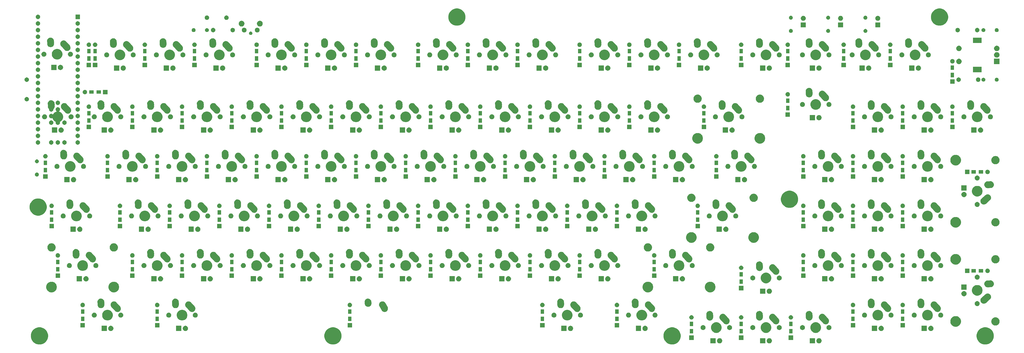
<source format=gts>
G04 #@! TF.GenerationSoftware,KiCad,Pcbnew,5.1.0-060a0da~80~ubuntu18.04.1*
G04 #@! TF.CreationDate,2019-04-09T20:30:58-05:00*
G04 #@! TF.ProjectId,CBC2,43424332-2e6b-4696-9361-645f70636258,rev?*
G04 #@! TF.SameCoordinates,Original*
G04 #@! TF.FileFunction,Soldermask,Top*
G04 #@! TF.FilePolarity,Negative*
%FSLAX46Y46*%
G04 Gerber Fmt 4.6, Leading zero omitted, Abs format (unit mm)*
G04 Created by KiCad (PCBNEW 5.1.0-060a0da~80~ubuntu18.04.1) date 2019-04-09 20:30:58*
%MOMM*%
%LPD*%
G04 APERTURE LIST*
%ADD10C,0.100000*%
G04 APERTURE END LIST*
D10*
G36*
X365962865Y-114325855D02*
G01*
X366563608Y-114574691D01*
X366563610Y-114574692D01*
X367104265Y-114935946D01*
X367564054Y-115395735D01*
X367925308Y-115936390D01*
X367925309Y-115936392D01*
X368174145Y-116537135D01*
X368301000Y-117174879D01*
X368301000Y-117825121D01*
X368174145Y-118462865D01*
X368117122Y-118600530D01*
X367925308Y-119063610D01*
X367564054Y-119604265D01*
X367104265Y-120064054D01*
X366563610Y-120425308D01*
X366563609Y-120425309D01*
X366563608Y-120425309D01*
X365962865Y-120674145D01*
X365325121Y-120801000D01*
X364674879Y-120801000D01*
X364037135Y-120674145D01*
X363436392Y-120425309D01*
X363436391Y-120425309D01*
X363436390Y-120425308D01*
X362895735Y-120064054D01*
X362435946Y-119604265D01*
X362074692Y-119063610D01*
X361882878Y-118600530D01*
X361825855Y-118462865D01*
X361699000Y-117825121D01*
X361699000Y-117174879D01*
X361825855Y-116537135D01*
X362074691Y-115936392D01*
X362074692Y-115936390D01*
X362435946Y-115395735D01*
X362895735Y-114935946D01*
X363436390Y-114574692D01*
X363436392Y-114574691D01*
X364037135Y-114325855D01*
X364674879Y-114199000D01*
X365325121Y-114199000D01*
X365962865Y-114325855D01*
X365962865Y-114325855D01*
G37*
G36*
X115962865Y-114325855D02*
G01*
X116563608Y-114574691D01*
X116563610Y-114574692D01*
X117104265Y-114935946D01*
X117564054Y-115395735D01*
X117925308Y-115936390D01*
X117925309Y-115936392D01*
X118174145Y-116537135D01*
X118301000Y-117174879D01*
X118301000Y-117825121D01*
X118174145Y-118462865D01*
X118117122Y-118600530D01*
X117925308Y-119063610D01*
X117564054Y-119604265D01*
X117104265Y-120064054D01*
X116563610Y-120425308D01*
X116563609Y-120425309D01*
X116563608Y-120425309D01*
X115962865Y-120674145D01*
X115325121Y-120801000D01*
X114674879Y-120801000D01*
X114037135Y-120674145D01*
X113436392Y-120425309D01*
X113436391Y-120425309D01*
X113436390Y-120425308D01*
X112895735Y-120064054D01*
X112435946Y-119604265D01*
X112074692Y-119063610D01*
X111882878Y-118600530D01*
X111825855Y-118462865D01*
X111699000Y-117825121D01*
X111699000Y-117174879D01*
X111825855Y-116537135D01*
X112074691Y-115936392D01*
X112074692Y-115936390D01*
X112435946Y-115395735D01*
X112895735Y-114935946D01*
X113436390Y-114574692D01*
X113436392Y-114574691D01*
X114037135Y-114325855D01*
X114674879Y-114199000D01*
X115325121Y-114199000D01*
X115962865Y-114325855D01*
X115962865Y-114325855D01*
G37*
G36*
X3462865Y-114325855D02*
G01*
X4063608Y-114574691D01*
X4063610Y-114574692D01*
X4604265Y-114935946D01*
X5064054Y-115395735D01*
X5425308Y-115936390D01*
X5425309Y-115936392D01*
X5674145Y-116537135D01*
X5801000Y-117174879D01*
X5801000Y-117825121D01*
X5674145Y-118462865D01*
X5617122Y-118600530D01*
X5425308Y-119063610D01*
X5064054Y-119604265D01*
X4604265Y-120064054D01*
X4063610Y-120425308D01*
X4063609Y-120425309D01*
X4063608Y-120425309D01*
X3462865Y-120674145D01*
X2825121Y-120801000D01*
X2174879Y-120801000D01*
X1537135Y-120674145D01*
X936392Y-120425309D01*
X936391Y-120425309D01*
X936390Y-120425308D01*
X395735Y-120064054D01*
X-64054Y-119604265D01*
X-425308Y-119063610D01*
X-617122Y-118600530D01*
X-674145Y-118462865D01*
X-801000Y-117825121D01*
X-801000Y-117174879D01*
X-674145Y-116537135D01*
X-425309Y-115936392D01*
X-425308Y-115936390D01*
X-64054Y-115395735D01*
X395735Y-114935946D01*
X936390Y-114574692D01*
X936392Y-114574691D01*
X1537135Y-114325855D01*
X2174879Y-114199000D01*
X2825121Y-114199000D01*
X3462865Y-114325855D01*
X3462865Y-114325855D01*
G37*
G36*
X245962865Y-114325855D02*
G01*
X246563608Y-114574691D01*
X246563610Y-114574692D01*
X247104265Y-114935946D01*
X247564054Y-115395735D01*
X247925308Y-115936390D01*
X247925309Y-115936392D01*
X248174145Y-116537135D01*
X248301000Y-117174879D01*
X248301000Y-117825121D01*
X248174145Y-118462865D01*
X248117122Y-118600530D01*
X247925308Y-119063610D01*
X247564054Y-119604265D01*
X247104265Y-120064054D01*
X246563610Y-120425308D01*
X246563609Y-120425309D01*
X246563608Y-120425309D01*
X245962865Y-120674145D01*
X245325121Y-120801000D01*
X244674879Y-120801000D01*
X244037135Y-120674145D01*
X243436392Y-120425309D01*
X243436391Y-120425309D01*
X243436390Y-120425308D01*
X242895735Y-120064054D01*
X242435946Y-119604265D01*
X242074692Y-119063610D01*
X241882878Y-118600530D01*
X241825855Y-118462865D01*
X241699000Y-117825121D01*
X241699000Y-117174879D01*
X241825855Y-116537135D01*
X242074691Y-115936392D01*
X242074692Y-115936390D01*
X242435946Y-115395735D01*
X242895735Y-114935946D01*
X243436390Y-114574692D01*
X243436392Y-114574691D01*
X244037135Y-114325855D01*
X244674879Y-114199000D01*
X245325121Y-114199000D01*
X245962865Y-114325855D01*
X245962865Y-114325855D01*
G37*
G36*
X280721000Y-120383500D02*
G01*
X278714000Y-120383500D01*
X278714000Y-118376500D01*
X280721000Y-118376500D01*
X280721000Y-120383500D01*
X280721000Y-120383500D01*
G37*
G36*
X282383925Y-118381988D02*
G01*
X282550210Y-118415063D01*
X282732836Y-118490709D01*
X282897194Y-118600530D01*
X283036970Y-118740306D01*
X283146791Y-118904664D01*
X283222437Y-119087290D01*
X283261000Y-119281164D01*
X283261000Y-119478836D01*
X283222437Y-119672710D01*
X283146791Y-119855336D01*
X283036970Y-120019694D01*
X282897194Y-120159470D01*
X282732836Y-120269291D01*
X282550210Y-120344937D01*
X282383925Y-120378012D01*
X282356337Y-120383500D01*
X282158663Y-120383500D01*
X282131075Y-120378012D01*
X281964790Y-120344937D01*
X281782164Y-120269291D01*
X281617806Y-120159470D01*
X281478030Y-120019694D01*
X281368209Y-119855336D01*
X281292563Y-119672710D01*
X281254000Y-119478836D01*
X281254000Y-119281164D01*
X281292563Y-119087290D01*
X281368209Y-118904664D01*
X281478030Y-118740306D01*
X281617806Y-118600530D01*
X281782164Y-118490709D01*
X281964790Y-118415063D01*
X282131075Y-118381988D01*
X282158663Y-118376500D01*
X282356337Y-118376500D01*
X282383925Y-118381988D01*
X282383925Y-118381988D01*
G37*
G36*
X299771000Y-120383500D02*
G01*
X297764000Y-120383500D01*
X297764000Y-118376500D01*
X299771000Y-118376500D01*
X299771000Y-120383500D01*
X299771000Y-120383500D01*
G37*
G36*
X261671000Y-120383500D02*
G01*
X259664000Y-120383500D01*
X259664000Y-118376500D01*
X261671000Y-118376500D01*
X261671000Y-120383500D01*
X261671000Y-120383500D01*
G37*
G36*
X263333925Y-118381988D02*
G01*
X263500210Y-118415063D01*
X263682836Y-118490709D01*
X263847194Y-118600530D01*
X263986970Y-118740306D01*
X264096791Y-118904664D01*
X264172437Y-119087290D01*
X264211000Y-119281164D01*
X264211000Y-119478836D01*
X264172437Y-119672710D01*
X264096791Y-119855336D01*
X263986970Y-120019694D01*
X263847194Y-120159470D01*
X263682836Y-120269291D01*
X263500210Y-120344937D01*
X263333925Y-120378012D01*
X263306337Y-120383500D01*
X263108663Y-120383500D01*
X263081075Y-120378012D01*
X262914790Y-120344937D01*
X262732164Y-120269291D01*
X262567806Y-120159470D01*
X262428030Y-120019694D01*
X262318209Y-119855336D01*
X262242563Y-119672710D01*
X262204000Y-119478836D01*
X262204000Y-119281164D01*
X262242563Y-119087290D01*
X262318209Y-118904664D01*
X262428030Y-118740306D01*
X262567806Y-118600530D01*
X262732164Y-118490709D01*
X262914790Y-118415063D01*
X263081075Y-118381988D01*
X263108663Y-118376500D01*
X263306337Y-118376500D01*
X263333925Y-118381988D01*
X263333925Y-118381988D01*
G37*
G36*
X301433925Y-118381988D02*
G01*
X301600210Y-118415063D01*
X301782836Y-118490709D01*
X301947194Y-118600530D01*
X302086970Y-118740306D01*
X302196791Y-118904664D01*
X302272437Y-119087290D01*
X302311000Y-119281164D01*
X302311000Y-119478836D01*
X302272437Y-119672710D01*
X302196791Y-119855336D01*
X302086970Y-120019694D01*
X301947194Y-120159470D01*
X301782836Y-120269291D01*
X301600210Y-120344937D01*
X301433925Y-120378012D01*
X301406337Y-120383500D01*
X301208663Y-120383500D01*
X301181075Y-120378012D01*
X301014790Y-120344937D01*
X300832164Y-120269291D01*
X300667806Y-120159470D01*
X300528030Y-120019694D01*
X300418209Y-119855336D01*
X300342563Y-119672710D01*
X300304000Y-119478836D01*
X300304000Y-119281164D01*
X300342563Y-119087290D01*
X300418209Y-118904664D01*
X300528030Y-118740306D01*
X300667806Y-118600530D01*
X300832164Y-118490709D01*
X301014790Y-118415063D01*
X301181075Y-118381988D01*
X301208663Y-118376500D01*
X301406337Y-118376500D01*
X301433925Y-118381988D01*
X301433925Y-118381988D01*
G37*
G36*
X253263500Y-119051000D02*
G01*
X251561500Y-119051000D01*
X251561500Y-117349000D01*
X253263500Y-117349000D01*
X253263500Y-119051000D01*
X253263500Y-119051000D01*
G37*
G36*
X291363500Y-119051000D02*
G01*
X289661500Y-119051000D01*
X289661500Y-117349000D01*
X291363500Y-117349000D01*
X291363500Y-119051000D01*
X291363500Y-119051000D01*
G37*
G36*
X272313500Y-119051000D02*
G01*
X270611500Y-119051000D01*
X270611500Y-117349000D01*
X272313500Y-117349000D01*
X272313500Y-119051000D01*
X272313500Y-119051000D01*
G37*
G36*
X272113500Y-116551000D02*
G01*
X270811500Y-116551000D01*
X270811500Y-114849000D01*
X272113500Y-114849000D01*
X272113500Y-116551000D01*
X272113500Y-116551000D01*
G37*
G36*
X253063500Y-116551000D02*
G01*
X251761500Y-116551000D01*
X251761500Y-114849000D01*
X253063500Y-114849000D01*
X253063500Y-116551000D01*
X253063500Y-116551000D01*
G37*
G36*
X291163500Y-116551000D02*
G01*
X289861500Y-116551000D01*
X289861500Y-114849000D01*
X291163500Y-114849000D01*
X291163500Y-116551000D01*
X291163500Y-116551000D01*
G37*
G36*
X281583974Y-112333684D02*
G01*
X281768002Y-112409911D01*
X281956123Y-112487833D01*
X282291048Y-112711623D01*
X282575877Y-112996452D01*
X282799667Y-113331377D01*
X282822104Y-113385546D01*
X282953816Y-113703526D01*
X283032400Y-114098594D01*
X283032400Y-114501406D01*
X282953816Y-114896474D01*
X282872481Y-115092834D01*
X282799667Y-115268623D01*
X282575877Y-115603548D01*
X282291048Y-115888377D01*
X281956123Y-116112167D01*
X281801974Y-116176017D01*
X281583974Y-116266316D01*
X281188906Y-116344900D01*
X280786094Y-116344900D01*
X280391026Y-116266316D01*
X280173026Y-116176017D01*
X280018877Y-116112167D01*
X279683952Y-115888377D01*
X279399123Y-115603548D01*
X279175333Y-115268623D01*
X279102519Y-115092834D01*
X279021184Y-114896474D01*
X278942600Y-114501406D01*
X278942600Y-114098594D01*
X279021184Y-113703526D01*
X279152896Y-113385546D01*
X279175333Y-113331377D01*
X279399123Y-112996452D01*
X279683952Y-112711623D01*
X280018877Y-112487833D01*
X280206998Y-112409911D01*
X280391026Y-112333684D01*
X280786094Y-112255100D01*
X281188906Y-112255100D01*
X281583974Y-112333684D01*
X281583974Y-112333684D01*
G37*
G36*
X262533974Y-112333684D02*
G01*
X262718002Y-112409911D01*
X262906123Y-112487833D01*
X263241048Y-112711623D01*
X263525877Y-112996452D01*
X263749667Y-113331377D01*
X263772104Y-113385546D01*
X263903816Y-113703526D01*
X263982400Y-114098594D01*
X263982400Y-114501406D01*
X263903816Y-114896474D01*
X263822481Y-115092834D01*
X263749667Y-115268623D01*
X263525877Y-115603548D01*
X263241048Y-115888377D01*
X262906123Y-116112167D01*
X262751974Y-116176017D01*
X262533974Y-116266316D01*
X262138906Y-116344900D01*
X261736094Y-116344900D01*
X261341026Y-116266316D01*
X261123026Y-116176017D01*
X260968877Y-116112167D01*
X260633952Y-115888377D01*
X260349123Y-115603548D01*
X260125333Y-115268623D01*
X260052519Y-115092834D01*
X259971184Y-114896474D01*
X259892600Y-114501406D01*
X259892600Y-114098594D01*
X259971184Y-113703526D01*
X260102896Y-113385546D01*
X260125333Y-113331377D01*
X260349123Y-112996452D01*
X260633952Y-112711623D01*
X260968877Y-112487833D01*
X261156998Y-112409911D01*
X261341026Y-112333684D01*
X261736094Y-112255100D01*
X262138906Y-112255100D01*
X262533974Y-112333684D01*
X262533974Y-112333684D01*
G37*
G36*
X300633974Y-112333684D02*
G01*
X300818002Y-112409911D01*
X301006123Y-112487833D01*
X301341048Y-112711623D01*
X301625877Y-112996452D01*
X301849667Y-113331377D01*
X301872104Y-113385546D01*
X302003816Y-113703526D01*
X302082400Y-114098594D01*
X302082400Y-114501406D01*
X302003816Y-114896474D01*
X301922481Y-115092834D01*
X301849667Y-115268623D01*
X301625877Y-115603548D01*
X301341048Y-115888377D01*
X301006123Y-116112167D01*
X300851974Y-116176017D01*
X300633974Y-116266316D01*
X300238906Y-116344900D01*
X299836094Y-116344900D01*
X299441026Y-116266316D01*
X299223026Y-116176017D01*
X299068877Y-116112167D01*
X298733952Y-115888377D01*
X298449123Y-115603548D01*
X298225333Y-115268623D01*
X298152519Y-115092834D01*
X298071184Y-114896474D01*
X297992600Y-114501406D01*
X297992600Y-114098594D01*
X298071184Y-113703526D01*
X298202896Y-113385546D01*
X298225333Y-113331377D01*
X298449123Y-112996452D01*
X298733952Y-112711623D01*
X299068877Y-112487833D01*
X299256998Y-112409911D01*
X299441026Y-112333684D01*
X299836094Y-112255100D01*
X300238906Y-112255100D01*
X300633974Y-112333684D01*
X300633974Y-112333684D01*
G37*
G36*
X325246425Y-113619488D02*
G01*
X325412710Y-113652563D01*
X325595336Y-113728209D01*
X325759694Y-113838030D01*
X325899470Y-113977806D01*
X326009291Y-114142164D01*
X326084937Y-114324790D01*
X326123500Y-114518664D01*
X326123500Y-114716336D01*
X326084937Y-114910210D01*
X326009291Y-115092836D01*
X325899470Y-115257194D01*
X325759694Y-115396970D01*
X325595336Y-115506791D01*
X325412710Y-115582437D01*
X325246425Y-115615512D01*
X325218837Y-115621000D01*
X325021163Y-115621000D01*
X324993575Y-115615512D01*
X324827290Y-115582437D01*
X324644664Y-115506791D01*
X324480306Y-115396970D01*
X324340530Y-115257194D01*
X324230709Y-115092836D01*
X324155063Y-114910210D01*
X324116500Y-114716336D01*
X324116500Y-114518664D01*
X324155063Y-114324790D01*
X324230709Y-114142164D01*
X324340530Y-113977806D01*
X324480306Y-113838030D01*
X324644664Y-113728209D01*
X324827290Y-113652563D01*
X324993575Y-113619488D01*
X325021163Y-113614000D01*
X325218837Y-113614000D01*
X325246425Y-113619488D01*
X325246425Y-113619488D01*
G37*
G36*
X28308500Y-115621000D02*
G01*
X26301500Y-115621000D01*
X26301500Y-113614000D01*
X28308500Y-113614000D01*
X28308500Y-115621000D01*
X28308500Y-115621000D01*
G37*
G36*
X56883500Y-115621000D02*
G01*
X54876500Y-115621000D01*
X54876500Y-113614000D01*
X56883500Y-113614000D01*
X56883500Y-115621000D01*
X56883500Y-115621000D01*
G37*
G36*
X58546425Y-113619488D02*
G01*
X58712710Y-113652563D01*
X58895336Y-113728209D01*
X59059694Y-113838030D01*
X59199470Y-113977806D01*
X59309291Y-114142164D01*
X59384937Y-114324790D01*
X59423500Y-114518664D01*
X59423500Y-114716336D01*
X59384937Y-114910210D01*
X59309291Y-115092836D01*
X59199470Y-115257194D01*
X59059694Y-115396970D01*
X58895336Y-115506791D01*
X58712710Y-115582437D01*
X58546425Y-115615512D01*
X58518837Y-115621000D01*
X58321163Y-115621000D01*
X58293575Y-115615512D01*
X58127290Y-115582437D01*
X57944664Y-115506791D01*
X57780306Y-115396970D01*
X57640530Y-115257194D01*
X57530709Y-115092836D01*
X57455063Y-114910210D01*
X57416500Y-114716336D01*
X57416500Y-114518664D01*
X57455063Y-114324790D01*
X57530709Y-114142164D01*
X57640530Y-113977806D01*
X57780306Y-113838030D01*
X57944664Y-113728209D01*
X58127290Y-113652563D01*
X58293575Y-113619488D01*
X58321163Y-113614000D01*
X58518837Y-113614000D01*
X58546425Y-113619488D01*
X58546425Y-113619488D01*
G37*
G36*
X204521000Y-115621000D02*
G01*
X202514000Y-115621000D01*
X202514000Y-113614000D01*
X204521000Y-113614000D01*
X204521000Y-115621000D01*
X204521000Y-115621000D01*
G37*
G36*
X233096000Y-115621000D02*
G01*
X231089000Y-115621000D01*
X231089000Y-113614000D01*
X233096000Y-113614000D01*
X233096000Y-115621000D01*
X233096000Y-115621000D01*
G37*
G36*
X29971425Y-113619488D02*
G01*
X30137710Y-113652563D01*
X30320336Y-113728209D01*
X30484694Y-113838030D01*
X30624470Y-113977806D01*
X30734291Y-114142164D01*
X30809937Y-114324790D01*
X30848500Y-114518664D01*
X30848500Y-114716336D01*
X30809937Y-114910210D01*
X30734291Y-115092836D01*
X30624470Y-115257194D01*
X30484694Y-115396970D01*
X30320336Y-115506791D01*
X30137710Y-115582437D01*
X29971425Y-115615512D01*
X29943837Y-115621000D01*
X29746163Y-115621000D01*
X29718575Y-115615512D01*
X29552290Y-115582437D01*
X29369664Y-115506791D01*
X29205306Y-115396970D01*
X29065530Y-115257194D01*
X28955709Y-115092836D01*
X28880063Y-114910210D01*
X28841500Y-114716336D01*
X28841500Y-114518664D01*
X28880063Y-114324790D01*
X28955709Y-114142164D01*
X29065530Y-113977806D01*
X29205306Y-113838030D01*
X29369664Y-113728209D01*
X29552290Y-113652563D01*
X29718575Y-113619488D01*
X29746163Y-113614000D01*
X29943837Y-113614000D01*
X29971425Y-113619488D01*
X29971425Y-113619488D01*
G37*
G36*
X234758925Y-113619488D02*
G01*
X234925210Y-113652563D01*
X235107836Y-113728209D01*
X235272194Y-113838030D01*
X235411970Y-113977806D01*
X235521791Y-114142164D01*
X235597437Y-114324790D01*
X235636000Y-114518664D01*
X235636000Y-114716336D01*
X235597437Y-114910210D01*
X235521791Y-115092836D01*
X235411970Y-115257194D01*
X235272194Y-115396970D01*
X235107836Y-115506791D01*
X234925210Y-115582437D01*
X234758925Y-115615512D01*
X234731337Y-115621000D01*
X234533663Y-115621000D01*
X234506075Y-115615512D01*
X234339790Y-115582437D01*
X234157164Y-115506791D01*
X233992806Y-115396970D01*
X233853030Y-115257194D01*
X233743209Y-115092836D01*
X233667563Y-114910210D01*
X233629000Y-114716336D01*
X233629000Y-114518664D01*
X233667563Y-114324790D01*
X233743209Y-114142164D01*
X233853030Y-113977806D01*
X233992806Y-113838030D01*
X234157164Y-113728209D01*
X234339790Y-113652563D01*
X234506075Y-113619488D01*
X234533663Y-113614000D01*
X234731337Y-113614000D01*
X234758925Y-113619488D01*
X234758925Y-113619488D01*
G37*
G36*
X206183925Y-113619488D02*
G01*
X206350210Y-113652563D01*
X206532836Y-113728209D01*
X206697194Y-113838030D01*
X206836970Y-113977806D01*
X206946791Y-114142164D01*
X207022437Y-114324790D01*
X207061000Y-114518664D01*
X207061000Y-114716336D01*
X207022437Y-114910210D01*
X206946791Y-115092836D01*
X206836970Y-115257194D01*
X206697194Y-115396970D01*
X206532836Y-115506791D01*
X206350210Y-115582437D01*
X206183925Y-115615512D01*
X206156337Y-115621000D01*
X205958663Y-115621000D01*
X205931075Y-115615512D01*
X205764790Y-115582437D01*
X205582164Y-115506791D01*
X205417806Y-115396970D01*
X205278030Y-115257194D01*
X205168209Y-115092836D01*
X205092563Y-114910210D01*
X205054000Y-114716336D01*
X205054000Y-114518664D01*
X205092563Y-114324790D01*
X205168209Y-114142164D01*
X205278030Y-113977806D01*
X205417806Y-113838030D01*
X205582164Y-113728209D01*
X205764790Y-113652563D01*
X205931075Y-113619488D01*
X205958663Y-113614000D01*
X206156337Y-113614000D01*
X206183925Y-113619488D01*
X206183925Y-113619488D01*
G37*
G36*
X344296425Y-113619488D02*
G01*
X344462710Y-113652563D01*
X344645336Y-113728209D01*
X344809694Y-113838030D01*
X344949470Y-113977806D01*
X345059291Y-114142164D01*
X345134937Y-114324790D01*
X345173500Y-114518664D01*
X345173500Y-114716336D01*
X345134937Y-114910210D01*
X345059291Y-115092836D01*
X344949470Y-115257194D01*
X344809694Y-115396970D01*
X344645336Y-115506791D01*
X344462710Y-115582437D01*
X344296425Y-115615512D01*
X344268837Y-115621000D01*
X344071163Y-115621000D01*
X344043575Y-115615512D01*
X343877290Y-115582437D01*
X343694664Y-115506791D01*
X343530306Y-115396970D01*
X343390530Y-115257194D01*
X343280709Y-115092836D01*
X343205063Y-114910210D01*
X343166500Y-114716336D01*
X343166500Y-114518664D01*
X343205063Y-114324790D01*
X343280709Y-114142164D01*
X343390530Y-113977806D01*
X343530306Y-113838030D01*
X343694664Y-113728209D01*
X343877290Y-113652563D01*
X344043575Y-113619488D01*
X344071163Y-113614000D01*
X344268837Y-113614000D01*
X344296425Y-113619488D01*
X344296425Y-113619488D01*
G37*
G36*
X342633500Y-115621000D02*
G01*
X340626500Y-115621000D01*
X340626500Y-113614000D01*
X342633500Y-113614000D01*
X342633500Y-115621000D01*
X342633500Y-115621000D01*
G37*
G36*
X323583500Y-115621000D02*
G01*
X321576500Y-115621000D01*
X321576500Y-113614000D01*
X323583500Y-113614000D01*
X323583500Y-115621000D01*
X323583500Y-115621000D01*
G37*
G36*
X295234895Y-113385546D02*
G01*
X295407966Y-113457234D01*
X295485318Y-113508919D01*
X295563727Y-113561310D01*
X295696190Y-113693773D01*
X295719199Y-113728209D01*
X295800266Y-113849534D01*
X295871954Y-114022605D01*
X295908500Y-114206333D01*
X295908500Y-114393667D01*
X295871954Y-114577395D01*
X295800266Y-114750466D01*
X295800265Y-114750467D01*
X295696190Y-114906227D01*
X295563727Y-115038690D01*
X295485318Y-115091081D01*
X295407966Y-115142766D01*
X295234895Y-115214454D01*
X295051167Y-115251000D01*
X294863833Y-115251000D01*
X294680105Y-115214454D01*
X294507034Y-115142766D01*
X294429682Y-115091081D01*
X294351273Y-115038690D01*
X294218810Y-114906227D01*
X294114735Y-114750467D01*
X294114734Y-114750466D01*
X294043046Y-114577395D01*
X294006500Y-114393667D01*
X294006500Y-114206333D01*
X294043046Y-114022605D01*
X294114734Y-113849534D01*
X294195801Y-113728209D01*
X294218810Y-113693773D01*
X294351273Y-113561310D01*
X294429682Y-113508919D01*
X294507034Y-113457234D01*
X294680105Y-113385546D01*
X294863833Y-113349000D01*
X295051167Y-113349000D01*
X295234895Y-113385546D01*
X295234895Y-113385546D01*
G37*
G36*
X276184895Y-113385546D02*
G01*
X276357966Y-113457234D01*
X276435318Y-113508919D01*
X276513727Y-113561310D01*
X276646190Y-113693773D01*
X276669199Y-113728209D01*
X276750266Y-113849534D01*
X276821954Y-114022605D01*
X276858500Y-114206333D01*
X276858500Y-114393667D01*
X276821954Y-114577395D01*
X276750266Y-114750466D01*
X276750265Y-114750467D01*
X276646190Y-114906227D01*
X276513727Y-115038690D01*
X276435318Y-115091081D01*
X276357966Y-115142766D01*
X276184895Y-115214454D01*
X276001167Y-115251000D01*
X275813833Y-115251000D01*
X275630105Y-115214454D01*
X275457034Y-115142766D01*
X275379682Y-115091081D01*
X275301273Y-115038690D01*
X275168810Y-114906227D01*
X275064735Y-114750467D01*
X275064734Y-114750466D01*
X274993046Y-114577395D01*
X274956500Y-114393667D01*
X274956500Y-114206333D01*
X274993046Y-114022605D01*
X275064734Y-113849534D01*
X275145801Y-113728209D01*
X275168810Y-113693773D01*
X275301273Y-113561310D01*
X275379682Y-113508919D01*
X275457034Y-113457234D01*
X275630105Y-113385546D01*
X275813833Y-113349000D01*
X276001167Y-113349000D01*
X276184895Y-113385546D01*
X276184895Y-113385546D01*
G37*
G36*
X286344895Y-113385546D02*
G01*
X286517966Y-113457234D01*
X286595318Y-113508919D01*
X286673727Y-113561310D01*
X286806190Y-113693773D01*
X286829199Y-113728209D01*
X286910266Y-113849534D01*
X286981954Y-114022605D01*
X287018500Y-114206333D01*
X287018500Y-114393667D01*
X286981954Y-114577395D01*
X286910266Y-114750466D01*
X286910265Y-114750467D01*
X286806190Y-114906227D01*
X286673727Y-115038690D01*
X286595318Y-115091081D01*
X286517966Y-115142766D01*
X286344895Y-115214454D01*
X286161167Y-115251000D01*
X285973833Y-115251000D01*
X285790105Y-115214454D01*
X285617034Y-115142766D01*
X285539682Y-115091081D01*
X285461273Y-115038690D01*
X285328810Y-114906227D01*
X285224735Y-114750467D01*
X285224734Y-114750466D01*
X285153046Y-114577395D01*
X285116500Y-114393667D01*
X285116500Y-114206333D01*
X285153046Y-114022605D01*
X285224734Y-113849534D01*
X285305801Y-113728209D01*
X285328810Y-113693773D01*
X285461273Y-113561310D01*
X285539682Y-113508919D01*
X285617034Y-113457234D01*
X285790105Y-113385546D01*
X285973833Y-113349000D01*
X286161167Y-113349000D01*
X286344895Y-113385546D01*
X286344895Y-113385546D01*
G37*
G36*
X257134895Y-113385546D02*
G01*
X257307966Y-113457234D01*
X257385318Y-113508919D01*
X257463727Y-113561310D01*
X257596190Y-113693773D01*
X257619199Y-113728209D01*
X257700266Y-113849534D01*
X257771954Y-114022605D01*
X257808500Y-114206333D01*
X257808500Y-114393667D01*
X257771954Y-114577395D01*
X257700266Y-114750466D01*
X257700265Y-114750467D01*
X257596190Y-114906227D01*
X257463727Y-115038690D01*
X257385318Y-115091081D01*
X257307966Y-115142766D01*
X257134895Y-115214454D01*
X256951167Y-115251000D01*
X256763833Y-115251000D01*
X256580105Y-115214454D01*
X256407034Y-115142766D01*
X256329682Y-115091081D01*
X256251273Y-115038690D01*
X256118810Y-114906227D01*
X256014735Y-114750467D01*
X256014734Y-114750466D01*
X255943046Y-114577395D01*
X255906500Y-114393667D01*
X255906500Y-114206333D01*
X255943046Y-114022605D01*
X256014734Y-113849534D01*
X256095801Y-113728209D01*
X256118810Y-113693773D01*
X256251273Y-113561310D01*
X256329682Y-113508919D01*
X256407034Y-113457234D01*
X256580105Y-113385546D01*
X256763833Y-113349000D01*
X256951167Y-113349000D01*
X257134895Y-113385546D01*
X257134895Y-113385546D01*
G37*
G36*
X267294895Y-113385546D02*
G01*
X267467966Y-113457234D01*
X267545318Y-113508919D01*
X267623727Y-113561310D01*
X267756190Y-113693773D01*
X267779199Y-113728209D01*
X267860266Y-113849534D01*
X267931954Y-114022605D01*
X267968500Y-114206333D01*
X267968500Y-114393667D01*
X267931954Y-114577395D01*
X267860266Y-114750466D01*
X267860265Y-114750467D01*
X267756190Y-114906227D01*
X267623727Y-115038690D01*
X267545318Y-115091081D01*
X267467966Y-115142766D01*
X267294895Y-115214454D01*
X267111167Y-115251000D01*
X266923833Y-115251000D01*
X266740105Y-115214454D01*
X266567034Y-115142766D01*
X266489682Y-115091081D01*
X266411273Y-115038690D01*
X266278810Y-114906227D01*
X266174735Y-114750467D01*
X266174734Y-114750466D01*
X266103046Y-114577395D01*
X266066500Y-114393667D01*
X266066500Y-114206333D01*
X266103046Y-114022605D01*
X266174734Y-113849534D01*
X266255801Y-113728209D01*
X266278810Y-113693773D01*
X266411273Y-113561310D01*
X266489682Y-113508919D01*
X266567034Y-113457234D01*
X266740105Y-113385546D01*
X266923833Y-113349000D01*
X267111167Y-113349000D01*
X267294895Y-113385546D01*
X267294895Y-113385546D01*
G37*
G36*
X305394895Y-113385546D02*
G01*
X305567966Y-113457234D01*
X305645318Y-113508919D01*
X305723727Y-113561310D01*
X305856190Y-113693773D01*
X305879199Y-113728209D01*
X305960266Y-113849534D01*
X306031954Y-114022605D01*
X306068500Y-114206333D01*
X306068500Y-114393667D01*
X306031954Y-114577395D01*
X305960266Y-114750466D01*
X305960265Y-114750467D01*
X305856190Y-114906227D01*
X305723727Y-115038690D01*
X305645318Y-115091081D01*
X305567966Y-115142766D01*
X305394895Y-115214454D01*
X305211167Y-115251000D01*
X305023833Y-115251000D01*
X304840105Y-115214454D01*
X304667034Y-115142766D01*
X304589682Y-115091081D01*
X304511273Y-115038690D01*
X304378810Y-114906227D01*
X304274735Y-114750467D01*
X304274734Y-114750466D01*
X304203046Y-114577395D01*
X304166500Y-114393667D01*
X304166500Y-114206333D01*
X304203046Y-114022605D01*
X304274734Y-113849534D01*
X304355801Y-113728209D01*
X304378810Y-113693773D01*
X304511273Y-113561310D01*
X304589682Y-113508919D01*
X304667034Y-113457234D01*
X304840105Y-113385546D01*
X305023833Y-113349000D01*
X305211167Y-113349000D01*
X305394895Y-113385546D01*
X305394895Y-113385546D01*
G37*
G36*
X48476000Y-114288500D02*
G01*
X46774000Y-114288500D01*
X46774000Y-112586500D01*
X48476000Y-112586500D01*
X48476000Y-114288500D01*
X48476000Y-114288500D01*
G37*
G36*
X196113500Y-114288500D02*
G01*
X194411500Y-114288500D01*
X194411500Y-112586500D01*
X196113500Y-112586500D01*
X196113500Y-114288500D01*
X196113500Y-114288500D01*
G37*
G36*
X122294750Y-114288500D02*
G01*
X120592750Y-114288500D01*
X120592750Y-112586500D01*
X122294750Y-112586500D01*
X122294750Y-114288500D01*
X122294750Y-114288500D01*
G37*
G36*
X224688500Y-114288500D02*
G01*
X222986500Y-114288500D01*
X222986500Y-112586500D01*
X224688500Y-112586500D01*
X224688500Y-114288500D01*
X224688500Y-114288500D01*
G37*
G36*
X334226000Y-114288500D02*
G01*
X332524000Y-114288500D01*
X332524000Y-112586500D01*
X334226000Y-112586500D01*
X334226000Y-114288500D01*
X334226000Y-114288500D01*
G37*
G36*
X315176000Y-114288500D02*
G01*
X313474000Y-114288500D01*
X313474000Y-112586500D01*
X315176000Y-112586500D01*
X315176000Y-114288500D01*
X315176000Y-114288500D01*
G37*
G36*
X19901000Y-114288500D02*
G01*
X18199000Y-114288500D01*
X18199000Y-112586500D01*
X19901000Y-112586500D01*
X19901000Y-114288500D01*
X19901000Y-114288500D01*
G37*
G36*
X354291474Y-109984184D02*
G01*
X354450416Y-110050020D01*
X354663623Y-110138333D01*
X354998548Y-110362123D01*
X355283377Y-110646952D01*
X355507167Y-110981877D01*
X355564909Y-111121280D01*
X355661316Y-111354026D01*
X355739900Y-111749094D01*
X355739900Y-112151906D01*
X355661316Y-112546974D01*
X355607700Y-112676414D01*
X355507167Y-112919123D01*
X355283377Y-113254048D01*
X354998548Y-113538877D01*
X354663623Y-113762667D01*
X354509474Y-113826517D01*
X354291474Y-113916816D01*
X353896406Y-113995400D01*
X353493594Y-113995400D01*
X353098526Y-113916816D01*
X352880526Y-113826517D01*
X352726377Y-113762667D01*
X352391452Y-113538877D01*
X352106623Y-113254048D01*
X351882833Y-112919123D01*
X351782300Y-112676414D01*
X351728684Y-112546974D01*
X351650100Y-112151906D01*
X351650100Y-111749094D01*
X351728684Y-111354026D01*
X351825091Y-111121280D01*
X351882833Y-110981877D01*
X352106623Y-110646952D01*
X352391452Y-110362123D01*
X352726377Y-110138333D01*
X352939584Y-110050020D01*
X353098526Y-109984184D01*
X353493594Y-109905600D01*
X353896406Y-109905600D01*
X354291474Y-109984184D01*
X354291474Y-109984184D01*
G37*
G36*
X253063500Y-113751000D02*
G01*
X251761500Y-113751000D01*
X251761500Y-112049000D01*
X253063500Y-112049000D01*
X253063500Y-113751000D01*
X253063500Y-113751000D01*
G37*
G36*
X272113500Y-113751000D02*
G01*
X270811500Y-113751000D01*
X270811500Y-112049000D01*
X272113500Y-112049000D01*
X272113500Y-113751000D01*
X272113500Y-113751000D01*
G37*
G36*
X291163500Y-113751000D02*
G01*
X289861500Y-113751000D01*
X289861500Y-112049000D01*
X291163500Y-112049000D01*
X291163500Y-113751000D01*
X291163500Y-113751000D01*
G37*
G36*
X369242267Y-110405763D02*
G01*
X369394411Y-110436026D01*
X369432864Y-110451954D01*
X369681041Y-110554752D01*
X369746600Y-110598557D01*
X369939004Y-110727117D01*
X370158383Y-110946496D01*
X370234902Y-111061015D01*
X370330748Y-111204459D01*
X370374693Y-111310553D01*
X370449474Y-111491089D01*
X370510000Y-111795376D01*
X370510000Y-112105624D01*
X370449474Y-112409911D01*
X370400296Y-112528637D01*
X370330748Y-112696541D01*
X370306362Y-112733037D01*
X370158383Y-112954504D01*
X369939004Y-113173883D01*
X369819028Y-113254048D01*
X369681041Y-113346248D01*
X369586164Y-113385547D01*
X369394411Y-113464974D01*
X369242267Y-113495237D01*
X369090125Y-113525500D01*
X368779875Y-113525500D01*
X368627733Y-113495237D01*
X368475589Y-113464974D01*
X368283836Y-113385547D01*
X368188959Y-113346248D01*
X368050972Y-113254048D01*
X367930996Y-113173883D01*
X367711617Y-112954504D01*
X367563638Y-112733037D01*
X367539252Y-112696541D01*
X367469704Y-112528637D01*
X367420526Y-112409911D01*
X367360000Y-112105624D01*
X367360000Y-111795376D01*
X367420526Y-111491089D01*
X367495307Y-111310553D01*
X367539252Y-111204459D01*
X367635098Y-111061015D01*
X367711617Y-110946496D01*
X367930996Y-110727117D01*
X368123400Y-110598557D01*
X368188959Y-110554752D01*
X368437136Y-110451954D01*
X368475589Y-110436026D01*
X368627733Y-110405763D01*
X368779875Y-110375500D01*
X369090125Y-110375500D01*
X369242267Y-110405763D01*
X369242267Y-110405763D01*
G37*
G36*
X264527347Y-108997553D02*
G01*
X264546309Y-108999000D01*
X264565640Y-108999000D01*
X264660428Y-109017854D01*
X264665851Y-109018809D01*
X264731094Y-109028822D01*
X264761510Y-109033490D01*
X264779724Y-109040110D01*
X264798029Y-109045225D01*
X264816987Y-109048996D01*
X264906268Y-109085977D01*
X264911402Y-109087972D01*
X265002367Y-109121036D01*
X265018937Y-109131081D01*
X265035903Y-109139674D01*
X265053752Y-109147067D01*
X265053755Y-109147069D01*
X265134111Y-109200761D01*
X265138706Y-109203687D01*
X265221518Y-109253889D01*
X265221522Y-109253892D01*
X265221521Y-109253892D01*
X265235811Y-109266974D01*
X265250770Y-109278709D01*
X265266837Y-109289445D01*
X265335160Y-109357768D01*
X265339124Y-109361561D01*
X265363176Y-109383581D01*
X265363181Y-109383586D01*
X265380146Y-109402494D01*
X265384796Y-109407404D01*
X265448055Y-109470663D01*
X265462781Y-109492702D01*
X265473676Y-109506735D01*
X266752845Y-110932391D01*
X266758522Y-110938719D01*
X266872156Y-111093555D01*
X266980564Y-111325772D01*
X267041585Y-111574676D01*
X267047370Y-111705861D01*
X267052876Y-111830704D01*
X267019374Y-112049000D01*
X267014001Y-112084009D01*
X266926455Y-112324867D01*
X266793602Y-112544017D01*
X266620548Y-112733038D01*
X266413944Y-112884665D01*
X266413939Y-112884667D01*
X266413938Y-112884668D01*
X266181730Y-112993072D01*
X266181726Y-112993073D01*
X265932823Y-113054095D01*
X265753884Y-113061985D01*
X265676794Y-113065385D01*
X265423489Y-113026510D01*
X265182632Y-112938964D01*
X265017210Y-112838682D01*
X264963482Y-112806112D01*
X264821818Y-112676414D01*
X263495020Y-111197672D01*
X263490370Y-111192762D01*
X263426945Y-111129337D01*
X263373109Y-111048765D01*
X263369948Y-111044253D01*
X263312844Y-110966444D01*
X263304681Y-110948959D01*
X263295350Y-110932391D01*
X263284569Y-110916256D01*
X263247488Y-110826734D01*
X263245268Y-110821692D01*
X263204437Y-110734230D01*
X263199842Y-110715487D01*
X263193922Y-110697415D01*
X263186496Y-110679487D01*
X263167594Y-110584459D01*
X263166406Y-110579105D01*
X263143415Y-110485324D01*
X263142564Y-110466037D01*
X263140284Y-110447164D01*
X263136500Y-110428140D01*
X263136500Y-110331278D01*
X263136379Y-110325771D01*
X263132124Y-110229296D01*
X263135053Y-110210212D01*
X263136500Y-110191250D01*
X263136500Y-110171861D01*
X263155395Y-110076871D01*
X263156350Y-110071446D01*
X263167790Y-109996903D01*
X263170999Y-109975991D01*
X263177602Y-109957826D01*
X263182715Y-109939527D01*
X263186497Y-109920511D01*
X263223554Y-109831049D01*
X263225549Y-109825913D01*
X263258544Y-109735134D01*
X263268560Y-109718613D01*
X263277153Y-109701648D01*
X263284569Y-109683744D01*
X263338352Y-109603251D01*
X263341310Y-109598606D01*
X263371383Y-109549000D01*
X263391398Y-109515983D01*
X263404455Y-109501721D01*
X263416185Y-109486767D01*
X263426945Y-109470663D01*
X263495388Y-109402220D01*
X263499173Y-109398264D01*
X263564452Y-109326962D01*
X263580045Y-109315519D01*
X263594467Y-109303141D01*
X263608163Y-109289445D01*
X263688612Y-109235691D01*
X263693124Y-109232530D01*
X263771058Y-109175334D01*
X263788582Y-109167153D01*
X263805151Y-109157822D01*
X263821244Y-109147069D01*
X263910604Y-109110055D01*
X263915646Y-109107835D01*
X264003270Y-109066928D01*
X264003274Y-109066927D01*
X264022070Y-109062319D01*
X264040136Y-109056400D01*
X264058011Y-109048996D01*
X264152851Y-109030132D01*
X264158188Y-109028948D01*
X264252177Y-109005906D01*
X264271525Y-109005053D01*
X264290393Y-109002773D01*
X264309363Y-108999000D01*
X264406019Y-108999000D01*
X264411526Y-108998879D01*
X264508205Y-108994615D01*
X264527347Y-108997553D01*
X264527347Y-108997553D01*
G37*
G36*
X283577347Y-108997553D02*
G01*
X283596309Y-108999000D01*
X283615640Y-108999000D01*
X283710428Y-109017854D01*
X283715851Y-109018809D01*
X283781094Y-109028822D01*
X283811510Y-109033490D01*
X283829724Y-109040110D01*
X283848029Y-109045225D01*
X283866987Y-109048996D01*
X283956268Y-109085977D01*
X283961402Y-109087972D01*
X284052367Y-109121036D01*
X284068937Y-109131081D01*
X284085903Y-109139674D01*
X284103752Y-109147067D01*
X284103755Y-109147069D01*
X284184111Y-109200761D01*
X284188706Y-109203687D01*
X284271518Y-109253889D01*
X284271522Y-109253892D01*
X284271521Y-109253892D01*
X284285811Y-109266974D01*
X284300770Y-109278709D01*
X284316837Y-109289445D01*
X284385160Y-109357768D01*
X284389124Y-109361561D01*
X284413176Y-109383581D01*
X284413181Y-109383586D01*
X284430146Y-109402494D01*
X284434796Y-109407404D01*
X284498055Y-109470663D01*
X284512781Y-109492702D01*
X284523676Y-109506735D01*
X285802845Y-110932391D01*
X285808522Y-110938719D01*
X285922156Y-111093555D01*
X286030564Y-111325772D01*
X286091585Y-111574676D01*
X286097370Y-111705861D01*
X286102876Y-111830704D01*
X286069374Y-112049000D01*
X286064001Y-112084009D01*
X285976455Y-112324867D01*
X285843602Y-112544017D01*
X285670548Y-112733038D01*
X285463944Y-112884665D01*
X285463939Y-112884667D01*
X285463938Y-112884668D01*
X285231730Y-112993072D01*
X285231726Y-112993073D01*
X284982823Y-113054095D01*
X284803884Y-113061985D01*
X284726794Y-113065385D01*
X284473489Y-113026510D01*
X284232632Y-112938964D01*
X284067210Y-112838682D01*
X284013482Y-112806112D01*
X283871818Y-112676414D01*
X282545020Y-111197672D01*
X282540370Y-111192762D01*
X282476945Y-111129337D01*
X282423109Y-111048765D01*
X282419948Y-111044253D01*
X282362844Y-110966444D01*
X282354681Y-110948959D01*
X282345350Y-110932391D01*
X282334569Y-110916256D01*
X282297488Y-110826734D01*
X282295268Y-110821692D01*
X282254437Y-110734230D01*
X282249842Y-110715487D01*
X282243922Y-110697415D01*
X282236496Y-110679487D01*
X282217594Y-110584459D01*
X282216406Y-110579105D01*
X282193415Y-110485324D01*
X282192564Y-110466037D01*
X282190284Y-110447164D01*
X282186500Y-110428140D01*
X282186500Y-110331278D01*
X282186379Y-110325771D01*
X282182124Y-110229296D01*
X282185053Y-110210212D01*
X282186500Y-110191250D01*
X282186500Y-110171861D01*
X282205395Y-110076871D01*
X282206350Y-110071446D01*
X282217790Y-109996903D01*
X282220999Y-109975991D01*
X282227602Y-109957826D01*
X282232715Y-109939527D01*
X282236497Y-109920511D01*
X282273554Y-109831049D01*
X282275549Y-109825913D01*
X282308544Y-109735134D01*
X282318560Y-109718613D01*
X282327153Y-109701648D01*
X282334569Y-109683744D01*
X282388352Y-109603251D01*
X282391310Y-109598606D01*
X282421383Y-109549000D01*
X282441398Y-109515983D01*
X282454455Y-109501721D01*
X282466185Y-109486767D01*
X282476945Y-109470663D01*
X282545388Y-109402220D01*
X282549173Y-109398264D01*
X282614452Y-109326962D01*
X282630045Y-109315519D01*
X282644467Y-109303141D01*
X282658163Y-109289445D01*
X282738612Y-109235691D01*
X282743124Y-109232530D01*
X282821058Y-109175334D01*
X282838582Y-109167153D01*
X282855151Y-109157822D01*
X282871244Y-109147069D01*
X282960604Y-109110055D01*
X282965646Y-109107835D01*
X283053270Y-109066928D01*
X283053274Y-109066927D01*
X283072070Y-109062319D01*
X283090136Y-109056400D01*
X283108011Y-109048996D01*
X283202851Y-109030132D01*
X283208188Y-109028948D01*
X283302177Y-109005906D01*
X283321525Y-109005053D01*
X283340393Y-109002773D01*
X283359363Y-108999000D01*
X283456019Y-108999000D01*
X283461526Y-108998879D01*
X283558205Y-108994615D01*
X283577347Y-108997553D01*
X283577347Y-108997553D01*
G37*
G36*
X302627347Y-108997553D02*
G01*
X302646309Y-108999000D01*
X302665640Y-108999000D01*
X302760428Y-109017854D01*
X302765851Y-109018809D01*
X302831094Y-109028822D01*
X302861510Y-109033490D01*
X302879724Y-109040110D01*
X302898029Y-109045225D01*
X302916987Y-109048996D01*
X303006268Y-109085977D01*
X303011402Y-109087972D01*
X303102367Y-109121036D01*
X303118937Y-109131081D01*
X303135903Y-109139674D01*
X303153752Y-109147067D01*
X303153755Y-109147069D01*
X303234111Y-109200761D01*
X303238706Y-109203687D01*
X303321518Y-109253889D01*
X303321522Y-109253892D01*
X303321521Y-109253892D01*
X303335811Y-109266974D01*
X303350770Y-109278709D01*
X303366837Y-109289445D01*
X303435160Y-109357768D01*
X303439124Y-109361561D01*
X303463176Y-109383581D01*
X303463181Y-109383586D01*
X303480146Y-109402494D01*
X303484796Y-109407404D01*
X303548055Y-109470663D01*
X303562781Y-109492702D01*
X303573676Y-109506735D01*
X304852845Y-110932391D01*
X304858522Y-110938719D01*
X304972156Y-111093555D01*
X305080564Y-111325772D01*
X305141585Y-111574676D01*
X305147370Y-111705861D01*
X305152876Y-111830704D01*
X305119374Y-112049000D01*
X305114001Y-112084009D01*
X305026455Y-112324867D01*
X304893602Y-112544017D01*
X304720548Y-112733038D01*
X304513944Y-112884665D01*
X304513939Y-112884667D01*
X304513938Y-112884668D01*
X304281730Y-112993072D01*
X304281726Y-112993073D01*
X304032823Y-113054095D01*
X303853884Y-113061985D01*
X303776794Y-113065385D01*
X303523489Y-113026510D01*
X303282632Y-112938964D01*
X303117210Y-112838682D01*
X303063482Y-112806112D01*
X302921818Y-112676414D01*
X301595020Y-111197672D01*
X301590370Y-111192762D01*
X301526945Y-111129337D01*
X301473109Y-111048765D01*
X301469948Y-111044253D01*
X301412844Y-110966444D01*
X301404681Y-110948959D01*
X301395350Y-110932391D01*
X301384569Y-110916256D01*
X301347488Y-110826734D01*
X301345268Y-110821692D01*
X301304437Y-110734230D01*
X301299842Y-110715487D01*
X301293922Y-110697415D01*
X301286496Y-110679487D01*
X301267594Y-110584459D01*
X301266406Y-110579105D01*
X301243415Y-110485324D01*
X301242564Y-110466037D01*
X301240284Y-110447164D01*
X301236500Y-110428140D01*
X301236500Y-110331278D01*
X301236379Y-110325771D01*
X301232124Y-110229296D01*
X301235053Y-110210212D01*
X301236500Y-110191250D01*
X301236500Y-110171861D01*
X301255395Y-110076871D01*
X301256350Y-110071446D01*
X301267790Y-109996903D01*
X301270999Y-109975991D01*
X301277602Y-109957826D01*
X301282715Y-109939527D01*
X301286497Y-109920511D01*
X301323554Y-109831049D01*
X301325549Y-109825913D01*
X301358544Y-109735134D01*
X301368560Y-109718613D01*
X301377153Y-109701648D01*
X301384569Y-109683744D01*
X301438352Y-109603251D01*
X301441310Y-109598606D01*
X301471383Y-109549000D01*
X301491398Y-109515983D01*
X301504455Y-109501721D01*
X301516185Y-109486767D01*
X301526945Y-109470663D01*
X301595388Y-109402220D01*
X301599173Y-109398264D01*
X301664452Y-109326962D01*
X301680045Y-109315519D01*
X301694467Y-109303141D01*
X301708163Y-109289445D01*
X301788612Y-109235691D01*
X301793124Y-109232530D01*
X301871058Y-109175334D01*
X301888582Y-109167153D01*
X301905151Y-109157822D01*
X301921244Y-109147069D01*
X302010604Y-109110055D01*
X302015646Y-109107835D01*
X302103270Y-109066928D01*
X302103274Y-109066927D01*
X302122070Y-109062319D01*
X302140136Y-109056400D01*
X302158011Y-109048996D01*
X302252851Y-109030132D01*
X302258188Y-109028948D01*
X302352177Y-109005906D01*
X302371525Y-109005053D01*
X302390393Y-109002773D01*
X302409363Y-108999000D01*
X302506019Y-108999000D01*
X302511526Y-108998879D01*
X302608205Y-108994615D01*
X302627347Y-108997553D01*
X302627347Y-108997553D01*
G37*
G36*
X334026000Y-111788500D02*
G01*
X332724000Y-111788500D01*
X332724000Y-110086500D01*
X334026000Y-110086500D01*
X334026000Y-111788500D01*
X334026000Y-111788500D01*
G37*
G36*
X314976000Y-111788500D02*
G01*
X313674000Y-111788500D01*
X313674000Y-110086500D01*
X314976000Y-110086500D01*
X314976000Y-111788500D01*
X314976000Y-111788500D01*
G37*
G36*
X224488500Y-111788500D02*
G01*
X223186500Y-111788500D01*
X223186500Y-110086500D01*
X224488500Y-110086500D01*
X224488500Y-111788500D01*
X224488500Y-111788500D01*
G37*
G36*
X195913500Y-111788500D02*
G01*
X194611500Y-111788500D01*
X194611500Y-110086500D01*
X195913500Y-110086500D01*
X195913500Y-111788500D01*
X195913500Y-111788500D01*
G37*
G36*
X122094750Y-111788500D02*
G01*
X120792750Y-111788500D01*
X120792750Y-110086500D01*
X122094750Y-110086500D01*
X122094750Y-111788500D01*
X122094750Y-111788500D01*
G37*
G36*
X48276000Y-111788500D02*
G01*
X46974000Y-111788500D01*
X46974000Y-110086500D01*
X48276000Y-110086500D01*
X48276000Y-111788500D01*
X48276000Y-111788500D01*
G37*
G36*
X19701000Y-111788500D02*
G01*
X18399000Y-111788500D01*
X18399000Y-110086500D01*
X19701000Y-110086500D01*
X19701000Y-111788500D01*
X19701000Y-111788500D01*
G37*
G36*
X259418597Y-107919024D02*
G01*
X259564972Y-107923432D01*
X259814704Y-107980973D01*
X260048411Y-108086128D01*
X260152326Y-108160182D01*
X260257112Y-108234856D01*
X260432788Y-108421443D01*
X260536028Y-108586500D01*
X260568688Y-108638717D01*
X260659588Y-108878329D01*
X260679592Y-108997553D01*
X260691233Y-109066927D01*
X260691369Y-109067741D01*
X260739604Y-109775286D01*
X260739604Y-109775294D01*
X260737925Y-109831049D01*
X260733823Y-109967258D01*
X260729051Y-109987967D01*
X260720514Y-110025019D01*
X260717380Y-110049322D01*
X260719725Y-110077469D01*
X260738500Y-110171860D01*
X260738500Y-110428139D01*
X260688504Y-110679487D01*
X260590432Y-110916253D01*
X260590431Y-110916255D01*
X260448053Y-111129339D01*
X260266839Y-111310553D01*
X260053755Y-111452931D01*
X260053754Y-111452932D01*
X260053753Y-111452932D01*
X259816987Y-111551004D01*
X259565639Y-111601000D01*
X259309361Y-111601000D01*
X259058013Y-111551004D01*
X258821247Y-111452932D01*
X258821246Y-111452932D01*
X258821245Y-111452931D01*
X258608161Y-111310553D01*
X258426947Y-111129339D01*
X258284569Y-110916255D01*
X258284568Y-110916253D01*
X258186496Y-110679487D01*
X258136500Y-110428139D01*
X258136500Y-110171861D01*
X258155885Y-110074406D01*
X258158287Y-110050020D01*
X258156565Y-110029342D01*
X258143631Y-109952259D01*
X258134267Y-109814896D01*
X258095395Y-109244705D01*
X258101177Y-109052746D01*
X258101177Y-109052741D01*
X258158718Y-108803009D01*
X258263873Y-108569302D01*
X258381934Y-108403635D01*
X258412601Y-108360601D01*
X258599188Y-108184925D01*
X258816460Y-108049026D01*
X258816461Y-108049026D01*
X258816462Y-108049025D01*
X259056074Y-107958125D01*
X259308815Y-107915718D01*
X259308818Y-107915718D01*
X259418597Y-107919024D01*
X259418597Y-107919024D01*
G37*
G36*
X297518597Y-107919024D02*
G01*
X297664972Y-107923432D01*
X297914704Y-107980973D01*
X298148411Y-108086128D01*
X298252326Y-108160182D01*
X298357112Y-108234856D01*
X298532788Y-108421443D01*
X298636028Y-108586500D01*
X298668688Y-108638717D01*
X298759588Y-108878329D01*
X298779592Y-108997553D01*
X298791233Y-109066927D01*
X298791369Y-109067741D01*
X298839604Y-109775286D01*
X298839604Y-109775294D01*
X298837925Y-109831049D01*
X298833823Y-109967258D01*
X298829051Y-109987967D01*
X298820514Y-110025019D01*
X298817380Y-110049322D01*
X298819725Y-110077469D01*
X298838500Y-110171860D01*
X298838500Y-110428139D01*
X298788504Y-110679487D01*
X298690432Y-110916253D01*
X298690431Y-110916255D01*
X298548053Y-111129339D01*
X298366839Y-111310553D01*
X298153755Y-111452931D01*
X298153754Y-111452932D01*
X298153753Y-111452932D01*
X297916987Y-111551004D01*
X297665639Y-111601000D01*
X297409361Y-111601000D01*
X297158013Y-111551004D01*
X296921247Y-111452932D01*
X296921246Y-111452932D01*
X296921245Y-111452931D01*
X296708161Y-111310553D01*
X296526947Y-111129339D01*
X296384569Y-110916255D01*
X296384568Y-110916253D01*
X296286496Y-110679487D01*
X296236500Y-110428139D01*
X296236500Y-110171861D01*
X296255885Y-110074406D01*
X296258287Y-110050020D01*
X296256565Y-110029342D01*
X296243631Y-109952259D01*
X296234267Y-109814896D01*
X296195395Y-109244705D01*
X296201177Y-109052746D01*
X296201177Y-109052741D01*
X296258718Y-108803009D01*
X296363873Y-108569302D01*
X296481934Y-108403635D01*
X296512601Y-108360601D01*
X296699188Y-108184925D01*
X296916460Y-108049026D01*
X296916461Y-108049026D01*
X296916462Y-108049025D01*
X297156074Y-107958125D01*
X297408815Y-107915718D01*
X297408818Y-107915718D01*
X297518597Y-107919024D01*
X297518597Y-107919024D01*
G37*
G36*
X278468597Y-107919024D02*
G01*
X278614972Y-107923432D01*
X278864704Y-107980973D01*
X279098411Y-108086128D01*
X279202326Y-108160182D01*
X279307112Y-108234856D01*
X279482788Y-108421443D01*
X279586028Y-108586500D01*
X279618688Y-108638717D01*
X279709588Y-108878329D01*
X279729592Y-108997553D01*
X279741233Y-109066927D01*
X279741369Y-109067741D01*
X279789604Y-109775286D01*
X279789604Y-109775294D01*
X279787925Y-109831049D01*
X279783823Y-109967258D01*
X279779051Y-109987967D01*
X279770514Y-110025019D01*
X279767380Y-110049322D01*
X279769725Y-110077469D01*
X279788500Y-110171860D01*
X279788500Y-110428139D01*
X279738504Y-110679487D01*
X279640432Y-110916253D01*
X279640431Y-110916255D01*
X279498053Y-111129339D01*
X279316839Y-111310553D01*
X279103755Y-111452931D01*
X279103754Y-111452932D01*
X279103753Y-111452932D01*
X278866987Y-111551004D01*
X278615639Y-111601000D01*
X278359361Y-111601000D01*
X278108013Y-111551004D01*
X277871247Y-111452932D01*
X277871246Y-111452932D01*
X277871245Y-111452931D01*
X277658161Y-111310553D01*
X277476947Y-111129339D01*
X277334569Y-110916255D01*
X277334568Y-110916253D01*
X277236496Y-110679487D01*
X277186500Y-110428139D01*
X277186500Y-110171861D01*
X277205885Y-110074406D01*
X277208287Y-110050020D01*
X277206565Y-110029342D01*
X277193631Y-109952259D01*
X277184267Y-109814896D01*
X277145395Y-109244705D01*
X277151177Y-109052746D01*
X277151177Y-109052741D01*
X277208718Y-108803009D01*
X277313873Y-108569302D01*
X277431934Y-108403635D01*
X277462601Y-108360601D01*
X277649188Y-108184925D01*
X277866460Y-108049026D01*
X277866461Y-108049026D01*
X277866462Y-108049025D01*
X278106074Y-107958125D01*
X278358815Y-107915718D01*
X278358818Y-107915718D01*
X278468597Y-107919024D01*
X278468597Y-107919024D01*
G37*
G36*
X205383974Y-107571184D02*
G01*
X205601974Y-107661483D01*
X205756123Y-107725333D01*
X206091048Y-107949123D01*
X206375877Y-108233952D01*
X206599667Y-108568877D01*
X206651798Y-108694734D01*
X206753816Y-108941026D01*
X206832400Y-109336094D01*
X206832400Y-109738906D01*
X206753816Y-110133974D01*
X206685942Y-110297835D01*
X206599667Y-110506123D01*
X206375877Y-110841048D01*
X206091048Y-111125877D01*
X205756123Y-111349667D01*
X205601974Y-111413517D01*
X205383974Y-111503816D01*
X204988906Y-111582400D01*
X204586094Y-111582400D01*
X204191026Y-111503816D01*
X203973026Y-111413517D01*
X203818877Y-111349667D01*
X203483952Y-111125877D01*
X203199123Y-110841048D01*
X202975333Y-110506123D01*
X202889058Y-110297835D01*
X202821184Y-110133974D01*
X202742600Y-109738906D01*
X202742600Y-109336094D01*
X202821184Y-108941026D01*
X202923202Y-108694734D01*
X202975333Y-108568877D01*
X203199123Y-108233952D01*
X203483952Y-107949123D01*
X203818877Y-107725333D01*
X203973026Y-107661483D01*
X204191026Y-107571184D01*
X204586094Y-107492600D01*
X204988906Y-107492600D01*
X205383974Y-107571184D01*
X205383974Y-107571184D01*
G37*
G36*
X57746474Y-107571184D02*
G01*
X57964474Y-107661483D01*
X58118623Y-107725333D01*
X58453548Y-107949123D01*
X58738377Y-108233952D01*
X58962167Y-108568877D01*
X59014298Y-108694734D01*
X59116316Y-108941026D01*
X59194900Y-109336094D01*
X59194900Y-109738906D01*
X59116316Y-110133974D01*
X59048442Y-110297835D01*
X58962167Y-110506123D01*
X58738377Y-110841048D01*
X58453548Y-111125877D01*
X58118623Y-111349667D01*
X57964474Y-111413517D01*
X57746474Y-111503816D01*
X57351406Y-111582400D01*
X56948594Y-111582400D01*
X56553526Y-111503816D01*
X56335526Y-111413517D01*
X56181377Y-111349667D01*
X55846452Y-111125877D01*
X55561623Y-110841048D01*
X55337833Y-110506123D01*
X55251558Y-110297835D01*
X55183684Y-110133974D01*
X55105100Y-109738906D01*
X55105100Y-109336094D01*
X55183684Y-108941026D01*
X55285702Y-108694734D01*
X55337833Y-108568877D01*
X55561623Y-108233952D01*
X55846452Y-107949123D01*
X56181377Y-107725333D01*
X56335526Y-107661483D01*
X56553526Y-107571184D01*
X56948594Y-107492600D01*
X57351406Y-107492600D01*
X57746474Y-107571184D01*
X57746474Y-107571184D01*
G37*
G36*
X233958974Y-107571184D02*
G01*
X234176974Y-107661483D01*
X234331123Y-107725333D01*
X234666048Y-107949123D01*
X234950877Y-108233952D01*
X235174667Y-108568877D01*
X235226798Y-108694734D01*
X235328816Y-108941026D01*
X235407400Y-109336094D01*
X235407400Y-109738906D01*
X235328816Y-110133974D01*
X235260942Y-110297835D01*
X235174667Y-110506123D01*
X234950877Y-110841048D01*
X234666048Y-111125877D01*
X234331123Y-111349667D01*
X234176974Y-111413517D01*
X233958974Y-111503816D01*
X233563906Y-111582400D01*
X233161094Y-111582400D01*
X232766026Y-111503816D01*
X232548026Y-111413517D01*
X232393877Y-111349667D01*
X232058952Y-111125877D01*
X231774123Y-110841048D01*
X231550333Y-110506123D01*
X231464058Y-110297835D01*
X231396184Y-110133974D01*
X231317600Y-109738906D01*
X231317600Y-109336094D01*
X231396184Y-108941026D01*
X231498202Y-108694734D01*
X231550333Y-108568877D01*
X231774123Y-108233952D01*
X232058952Y-107949123D01*
X232393877Y-107725333D01*
X232548026Y-107661483D01*
X232766026Y-107571184D01*
X233161094Y-107492600D01*
X233563906Y-107492600D01*
X233958974Y-107571184D01*
X233958974Y-107571184D01*
G37*
G36*
X324446474Y-107571184D02*
G01*
X324664474Y-107661483D01*
X324818623Y-107725333D01*
X325153548Y-107949123D01*
X325438377Y-108233952D01*
X325662167Y-108568877D01*
X325714298Y-108694734D01*
X325816316Y-108941026D01*
X325894900Y-109336094D01*
X325894900Y-109738906D01*
X325816316Y-110133974D01*
X325748442Y-110297835D01*
X325662167Y-110506123D01*
X325438377Y-110841048D01*
X325153548Y-111125877D01*
X324818623Y-111349667D01*
X324664474Y-111413517D01*
X324446474Y-111503816D01*
X324051406Y-111582400D01*
X323648594Y-111582400D01*
X323253526Y-111503816D01*
X323035526Y-111413517D01*
X322881377Y-111349667D01*
X322546452Y-111125877D01*
X322261623Y-110841048D01*
X322037833Y-110506123D01*
X321951558Y-110297835D01*
X321883684Y-110133974D01*
X321805100Y-109738906D01*
X321805100Y-109336094D01*
X321883684Y-108941026D01*
X321985702Y-108694734D01*
X322037833Y-108568877D01*
X322261623Y-108233952D01*
X322546452Y-107949123D01*
X322881377Y-107725333D01*
X323035526Y-107661483D01*
X323253526Y-107571184D01*
X323648594Y-107492600D01*
X324051406Y-107492600D01*
X324446474Y-107571184D01*
X324446474Y-107571184D01*
G37*
G36*
X343496474Y-107571184D02*
G01*
X343714474Y-107661483D01*
X343868623Y-107725333D01*
X344203548Y-107949123D01*
X344488377Y-108233952D01*
X344712167Y-108568877D01*
X344764298Y-108694734D01*
X344866316Y-108941026D01*
X344944900Y-109336094D01*
X344944900Y-109738906D01*
X344866316Y-110133974D01*
X344798442Y-110297835D01*
X344712167Y-110506123D01*
X344488377Y-110841048D01*
X344203548Y-111125877D01*
X343868623Y-111349667D01*
X343714474Y-111413517D01*
X343496474Y-111503816D01*
X343101406Y-111582400D01*
X342698594Y-111582400D01*
X342303526Y-111503816D01*
X342085526Y-111413517D01*
X341931377Y-111349667D01*
X341596452Y-111125877D01*
X341311623Y-110841048D01*
X341087833Y-110506123D01*
X341001558Y-110297835D01*
X340933684Y-110133974D01*
X340855100Y-109738906D01*
X340855100Y-109336094D01*
X340933684Y-108941026D01*
X341035702Y-108694734D01*
X341087833Y-108568877D01*
X341311623Y-108233952D01*
X341596452Y-107949123D01*
X341931377Y-107725333D01*
X342085526Y-107661483D01*
X342303526Y-107571184D01*
X342698594Y-107492600D01*
X343101406Y-107492600D01*
X343496474Y-107571184D01*
X343496474Y-107571184D01*
G37*
G36*
X29171474Y-107571184D02*
G01*
X29389474Y-107661483D01*
X29543623Y-107725333D01*
X29878548Y-107949123D01*
X30163377Y-108233952D01*
X30387167Y-108568877D01*
X30439298Y-108694734D01*
X30541316Y-108941026D01*
X30619900Y-109336094D01*
X30619900Y-109738906D01*
X30541316Y-110133974D01*
X30473442Y-110297835D01*
X30387167Y-110506123D01*
X30163377Y-110841048D01*
X29878548Y-111125877D01*
X29543623Y-111349667D01*
X29389474Y-111413517D01*
X29171474Y-111503816D01*
X28776406Y-111582400D01*
X28373594Y-111582400D01*
X27978526Y-111503816D01*
X27760526Y-111413517D01*
X27606377Y-111349667D01*
X27271452Y-111125877D01*
X26986623Y-110841048D01*
X26762833Y-110506123D01*
X26676558Y-110297835D01*
X26608684Y-110133974D01*
X26530100Y-109738906D01*
X26530100Y-109336094D01*
X26608684Y-108941026D01*
X26710702Y-108694734D01*
X26762833Y-108568877D01*
X26986623Y-108233952D01*
X27271452Y-107949123D01*
X27606377Y-107725333D01*
X27760526Y-107661483D01*
X27978526Y-107571184D01*
X28373594Y-107492600D01*
X28776406Y-107492600D01*
X29171474Y-107571184D01*
X29171474Y-107571184D01*
G37*
G36*
X290760728Y-109581703D02*
G01*
X290915600Y-109645853D01*
X291054981Y-109738985D01*
X291173515Y-109857519D01*
X291266647Y-109996900D01*
X291330797Y-110151772D01*
X291363500Y-110316184D01*
X291363500Y-110483816D01*
X291330797Y-110648228D01*
X291266647Y-110803100D01*
X291173515Y-110942481D01*
X291054981Y-111061015D01*
X290915600Y-111154147D01*
X290760728Y-111218297D01*
X290596316Y-111251000D01*
X290428684Y-111251000D01*
X290264272Y-111218297D01*
X290109400Y-111154147D01*
X289970019Y-111061015D01*
X289851485Y-110942481D01*
X289758353Y-110803100D01*
X289694203Y-110648228D01*
X289661500Y-110483816D01*
X289661500Y-110316184D01*
X289694203Y-110151772D01*
X289758353Y-109996900D01*
X289851485Y-109857519D01*
X289970019Y-109738985D01*
X290109400Y-109645853D01*
X290264272Y-109581703D01*
X290428684Y-109549000D01*
X290596316Y-109549000D01*
X290760728Y-109581703D01*
X290760728Y-109581703D01*
G37*
G36*
X271710728Y-109581703D02*
G01*
X271865600Y-109645853D01*
X272004981Y-109738985D01*
X272123515Y-109857519D01*
X272216647Y-109996900D01*
X272280797Y-110151772D01*
X272313500Y-110316184D01*
X272313500Y-110483816D01*
X272280797Y-110648228D01*
X272216647Y-110803100D01*
X272123515Y-110942481D01*
X272004981Y-111061015D01*
X271865600Y-111154147D01*
X271710728Y-111218297D01*
X271546316Y-111251000D01*
X271378684Y-111251000D01*
X271214272Y-111218297D01*
X271059400Y-111154147D01*
X270920019Y-111061015D01*
X270801485Y-110942481D01*
X270708353Y-110803100D01*
X270644203Y-110648228D01*
X270611500Y-110483816D01*
X270611500Y-110316184D01*
X270644203Y-110151772D01*
X270708353Y-109996900D01*
X270801485Y-109857519D01*
X270920019Y-109738985D01*
X271059400Y-109645853D01*
X271214272Y-109581703D01*
X271378684Y-109549000D01*
X271546316Y-109549000D01*
X271710728Y-109581703D01*
X271710728Y-109581703D01*
G37*
G36*
X252660728Y-109581703D02*
G01*
X252815600Y-109645853D01*
X252954981Y-109738985D01*
X253073515Y-109857519D01*
X253166647Y-109996900D01*
X253230797Y-110151772D01*
X253263500Y-110316184D01*
X253263500Y-110483816D01*
X253230797Y-110648228D01*
X253166647Y-110803100D01*
X253073515Y-110942481D01*
X252954981Y-111061015D01*
X252815600Y-111154147D01*
X252660728Y-111218297D01*
X252496316Y-111251000D01*
X252328684Y-111251000D01*
X252164272Y-111218297D01*
X252009400Y-111154147D01*
X251870019Y-111061015D01*
X251751485Y-110942481D01*
X251658353Y-110803100D01*
X251594203Y-110648228D01*
X251561500Y-110483816D01*
X251561500Y-110316184D01*
X251594203Y-110151772D01*
X251658353Y-109996900D01*
X251751485Y-109857519D01*
X251870019Y-109738985D01*
X252009400Y-109645853D01*
X252164272Y-109581703D01*
X252328684Y-109549000D01*
X252496316Y-109549000D01*
X252660728Y-109581703D01*
X252660728Y-109581703D01*
G37*
G36*
X62507395Y-108623046D02*
G01*
X62680466Y-108694734D01*
X62680467Y-108694735D01*
X62836227Y-108798810D01*
X62968690Y-108931273D01*
X63016465Y-109002773D01*
X63072766Y-109087034D01*
X63144454Y-109260105D01*
X63181000Y-109443833D01*
X63181000Y-109631167D01*
X63144454Y-109814895D01*
X63072766Y-109987966D01*
X63072765Y-109987967D01*
X62968690Y-110143727D01*
X62836227Y-110276190D01*
X62803833Y-110297835D01*
X62680466Y-110380266D01*
X62507395Y-110451954D01*
X62323667Y-110488500D01*
X62136333Y-110488500D01*
X61952605Y-110451954D01*
X61779534Y-110380266D01*
X61656167Y-110297835D01*
X61623773Y-110276190D01*
X61491310Y-110143727D01*
X61387235Y-109987967D01*
X61387234Y-109987966D01*
X61315546Y-109814895D01*
X61279000Y-109631167D01*
X61279000Y-109443833D01*
X61315546Y-109260105D01*
X61387234Y-109087034D01*
X61443535Y-109002773D01*
X61491310Y-108931273D01*
X61623773Y-108798810D01*
X61779533Y-108694735D01*
X61779534Y-108694734D01*
X61952605Y-108623046D01*
X62136333Y-108586500D01*
X62323667Y-108586500D01*
X62507395Y-108623046D01*
X62507395Y-108623046D01*
G37*
G36*
X23772395Y-108623046D02*
G01*
X23945466Y-108694734D01*
X23945467Y-108694735D01*
X24101227Y-108798810D01*
X24233690Y-108931273D01*
X24281465Y-109002773D01*
X24337766Y-109087034D01*
X24409454Y-109260105D01*
X24446000Y-109443833D01*
X24446000Y-109631167D01*
X24409454Y-109814895D01*
X24337766Y-109987966D01*
X24337765Y-109987967D01*
X24233690Y-110143727D01*
X24101227Y-110276190D01*
X24068833Y-110297835D01*
X23945466Y-110380266D01*
X23772395Y-110451954D01*
X23588667Y-110488500D01*
X23401333Y-110488500D01*
X23217605Y-110451954D01*
X23044534Y-110380266D01*
X22921167Y-110297835D01*
X22888773Y-110276190D01*
X22756310Y-110143727D01*
X22652235Y-109987967D01*
X22652234Y-109987966D01*
X22580546Y-109814895D01*
X22544000Y-109631167D01*
X22544000Y-109443833D01*
X22580546Y-109260105D01*
X22652234Y-109087034D01*
X22708535Y-109002773D01*
X22756310Y-108931273D01*
X22888773Y-108798810D01*
X23044533Y-108694735D01*
X23044534Y-108694734D01*
X23217605Y-108623046D01*
X23401333Y-108586500D01*
X23588667Y-108586500D01*
X23772395Y-108623046D01*
X23772395Y-108623046D01*
G37*
G36*
X329207395Y-108623046D02*
G01*
X329380466Y-108694734D01*
X329380467Y-108694735D01*
X329536227Y-108798810D01*
X329668690Y-108931273D01*
X329716465Y-109002773D01*
X329772766Y-109087034D01*
X329844454Y-109260105D01*
X329881000Y-109443833D01*
X329881000Y-109631167D01*
X329844454Y-109814895D01*
X329772766Y-109987966D01*
X329772765Y-109987967D01*
X329668690Y-110143727D01*
X329536227Y-110276190D01*
X329503833Y-110297835D01*
X329380466Y-110380266D01*
X329207395Y-110451954D01*
X329023667Y-110488500D01*
X328836333Y-110488500D01*
X328652605Y-110451954D01*
X328479534Y-110380266D01*
X328356167Y-110297835D01*
X328323773Y-110276190D01*
X328191310Y-110143727D01*
X328087235Y-109987967D01*
X328087234Y-109987966D01*
X328015546Y-109814895D01*
X327979000Y-109631167D01*
X327979000Y-109443833D01*
X328015546Y-109260105D01*
X328087234Y-109087034D01*
X328143535Y-109002773D01*
X328191310Y-108931273D01*
X328323773Y-108798810D01*
X328479533Y-108694735D01*
X328479534Y-108694734D01*
X328652605Y-108623046D01*
X328836333Y-108586500D01*
X329023667Y-108586500D01*
X329207395Y-108623046D01*
X329207395Y-108623046D01*
G37*
G36*
X319047395Y-108623046D02*
G01*
X319220466Y-108694734D01*
X319220467Y-108694735D01*
X319376227Y-108798810D01*
X319508690Y-108931273D01*
X319556465Y-109002773D01*
X319612766Y-109087034D01*
X319684454Y-109260105D01*
X319721000Y-109443833D01*
X319721000Y-109631167D01*
X319684454Y-109814895D01*
X319612766Y-109987966D01*
X319612765Y-109987967D01*
X319508690Y-110143727D01*
X319376227Y-110276190D01*
X319343833Y-110297835D01*
X319220466Y-110380266D01*
X319047395Y-110451954D01*
X318863667Y-110488500D01*
X318676333Y-110488500D01*
X318492605Y-110451954D01*
X318319534Y-110380266D01*
X318196167Y-110297835D01*
X318163773Y-110276190D01*
X318031310Y-110143727D01*
X317927235Y-109987967D01*
X317927234Y-109987966D01*
X317855546Y-109814895D01*
X317819000Y-109631167D01*
X317819000Y-109443833D01*
X317855546Y-109260105D01*
X317927234Y-109087034D01*
X317983535Y-109002773D01*
X318031310Y-108931273D01*
X318163773Y-108798810D01*
X318319533Y-108694735D01*
X318319534Y-108694734D01*
X318492605Y-108623046D01*
X318676333Y-108586500D01*
X318863667Y-108586500D01*
X319047395Y-108623046D01*
X319047395Y-108623046D01*
G37*
G36*
X199984895Y-108623046D02*
G01*
X200157966Y-108694734D01*
X200157967Y-108694735D01*
X200313727Y-108798810D01*
X200446190Y-108931273D01*
X200493965Y-109002773D01*
X200550266Y-109087034D01*
X200621954Y-109260105D01*
X200658500Y-109443833D01*
X200658500Y-109631167D01*
X200621954Y-109814895D01*
X200550266Y-109987966D01*
X200550265Y-109987967D01*
X200446190Y-110143727D01*
X200313727Y-110276190D01*
X200281333Y-110297835D01*
X200157966Y-110380266D01*
X199984895Y-110451954D01*
X199801167Y-110488500D01*
X199613833Y-110488500D01*
X199430105Y-110451954D01*
X199257034Y-110380266D01*
X199133667Y-110297835D01*
X199101273Y-110276190D01*
X198968810Y-110143727D01*
X198864735Y-109987967D01*
X198864734Y-109987966D01*
X198793046Y-109814895D01*
X198756500Y-109631167D01*
X198756500Y-109443833D01*
X198793046Y-109260105D01*
X198864734Y-109087034D01*
X198921035Y-109002773D01*
X198968810Y-108931273D01*
X199101273Y-108798810D01*
X199257033Y-108694735D01*
X199257034Y-108694734D01*
X199430105Y-108623046D01*
X199613833Y-108586500D01*
X199801167Y-108586500D01*
X199984895Y-108623046D01*
X199984895Y-108623046D01*
G37*
G36*
X210144895Y-108623046D02*
G01*
X210317966Y-108694734D01*
X210317967Y-108694735D01*
X210473727Y-108798810D01*
X210606190Y-108931273D01*
X210653965Y-109002773D01*
X210710266Y-109087034D01*
X210781954Y-109260105D01*
X210818500Y-109443833D01*
X210818500Y-109631167D01*
X210781954Y-109814895D01*
X210710266Y-109987966D01*
X210710265Y-109987967D01*
X210606190Y-110143727D01*
X210473727Y-110276190D01*
X210441333Y-110297835D01*
X210317966Y-110380266D01*
X210144895Y-110451954D01*
X209961167Y-110488500D01*
X209773833Y-110488500D01*
X209590105Y-110451954D01*
X209417034Y-110380266D01*
X209293667Y-110297835D01*
X209261273Y-110276190D01*
X209128810Y-110143727D01*
X209024735Y-109987967D01*
X209024734Y-109987966D01*
X208953046Y-109814895D01*
X208916500Y-109631167D01*
X208916500Y-109443833D01*
X208953046Y-109260105D01*
X209024734Y-109087034D01*
X209081035Y-109002773D01*
X209128810Y-108931273D01*
X209261273Y-108798810D01*
X209417033Y-108694735D01*
X209417034Y-108694734D01*
X209590105Y-108623046D01*
X209773833Y-108586500D01*
X209961167Y-108586500D01*
X210144895Y-108623046D01*
X210144895Y-108623046D01*
G37*
G36*
X348257395Y-108623046D02*
G01*
X348430466Y-108694734D01*
X348430467Y-108694735D01*
X348586227Y-108798810D01*
X348718690Y-108931273D01*
X348766465Y-109002773D01*
X348822766Y-109087034D01*
X348894454Y-109260105D01*
X348931000Y-109443833D01*
X348931000Y-109631167D01*
X348894454Y-109814895D01*
X348822766Y-109987966D01*
X348822765Y-109987967D01*
X348718690Y-110143727D01*
X348586227Y-110276190D01*
X348553833Y-110297835D01*
X348430466Y-110380266D01*
X348257395Y-110451954D01*
X348073667Y-110488500D01*
X347886333Y-110488500D01*
X347702605Y-110451954D01*
X347529534Y-110380266D01*
X347406167Y-110297835D01*
X347373773Y-110276190D01*
X347241310Y-110143727D01*
X347137235Y-109987967D01*
X347137234Y-109987966D01*
X347065546Y-109814895D01*
X347029000Y-109631167D01*
X347029000Y-109443833D01*
X347065546Y-109260105D01*
X347137234Y-109087034D01*
X347193535Y-109002773D01*
X347241310Y-108931273D01*
X347373773Y-108798810D01*
X347529533Y-108694735D01*
X347529534Y-108694734D01*
X347702605Y-108623046D01*
X347886333Y-108586500D01*
X348073667Y-108586500D01*
X348257395Y-108623046D01*
X348257395Y-108623046D01*
G37*
G36*
X338097395Y-108623046D02*
G01*
X338270466Y-108694734D01*
X338270467Y-108694735D01*
X338426227Y-108798810D01*
X338558690Y-108931273D01*
X338606465Y-109002773D01*
X338662766Y-109087034D01*
X338734454Y-109260105D01*
X338771000Y-109443833D01*
X338771000Y-109631167D01*
X338734454Y-109814895D01*
X338662766Y-109987966D01*
X338662765Y-109987967D01*
X338558690Y-110143727D01*
X338426227Y-110276190D01*
X338393833Y-110297835D01*
X338270466Y-110380266D01*
X338097395Y-110451954D01*
X337913667Y-110488500D01*
X337726333Y-110488500D01*
X337542605Y-110451954D01*
X337369534Y-110380266D01*
X337246167Y-110297835D01*
X337213773Y-110276190D01*
X337081310Y-110143727D01*
X336977235Y-109987967D01*
X336977234Y-109987966D01*
X336905546Y-109814895D01*
X336869000Y-109631167D01*
X336869000Y-109443833D01*
X336905546Y-109260105D01*
X336977234Y-109087034D01*
X337033535Y-109002773D01*
X337081310Y-108931273D01*
X337213773Y-108798810D01*
X337369533Y-108694735D01*
X337369534Y-108694734D01*
X337542605Y-108623046D01*
X337726333Y-108586500D01*
X337913667Y-108586500D01*
X338097395Y-108623046D01*
X338097395Y-108623046D01*
G37*
G36*
X238719895Y-108623046D02*
G01*
X238892966Y-108694734D01*
X238892967Y-108694735D01*
X239048727Y-108798810D01*
X239181190Y-108931273D01*
X239228965Y-109002773D01*
X239285266Y-109087034D01*
X239356954Y-109260105D01*
X239393500Y-109443833D01*
X239393500Y-109631167D01*
X239356954Y-109814895D01*
X239285266Y-109987966D01*
X239285265Y-109987967D01*
X239181190Y-110143727D01*
X239048727Y-110276190D01*
X239016333Y-110297835D01*
X238892966Y-110380266D01*
X238719895Y-110451954D01*
X238536167Y-110488500D01*
X238348833Y-110488500D01*
X238165105Y-110451954D01*
X237992034Y-110380266D01*
X237868667Y-110297835D01*
X237836273Y-110276190D01*
X237703810Y-110143727D01*
X237599735Y-109987967D01*
X237599734Y-109987966D01*
X237528046Y-109814895D01*
X237491500Y-109631167D01*
X237491500Y-109443833D01*
X237528046Y-109260105D01*
X237599734Y-109087034D01*
X237656035Y-109002773D01*
X237703810Y-108931273D01*
X237836273Y-108798810D01*
X237992033Y-108694735D01*
X237992034Y-108694734D01*
X238165105Y-108623046D01*
X238348833Y-108586500D01*
X238536167Y-108586500D01*
X238719895Y-108623046D01*
X238719895Y-108623046D01*
G37*
G36*
X228559895Y-108623046D02*
G01*
X228732966Y-108694734D01*
X228732967Y-108694735D01*
X228888727Y-108798810D01*
X229021190Y-108931273D01*
X229068965Y-109002773D01*
X229125266Y-109087034D01*
X229196954Y-109260105D01*
X229233500Y-109443833D01*
X229233500Y-109631167D01*
X229196954Y-109814895D01*
X229125266Y-109987966D01*
X229125265Y-109987967D01*
X229021190Y-110143727D01*
X228888727Y-110276190D01*
X228856333Y-110297835D01*
X228732966Y-110380266D01*
X228559895Y-110451954D01*
X228376167Y-110488500D01*
X228188833Y-110488500D01*
X228005105Y-110451954D01*
X227832034Y-110380266D01*
X227708667Y-110297835D01*
X227676273Y-110276190D01*
X227543810Y-110143727D01*
X227439735Y-109987967D01*
X227439734Y-109987966D01*
X227368046Y-109814895D01*
X227331500Y-109631167D01*
X227331500Y-109443833D01*
X227368046Y-109260105D01*
X227439734Y-109087034D01*
X227496035Y-109002773D01*
X227543810Y-108931273D01*
X227676273Y-108798810D01*
X227832033Y-108694735D01*
X227832034Y-108694734D01*
X228005105Y-108623046D01*
X228188833Y-108586500D01*
X228376167Y-108586500D01*
X228559895Y-108623046D01*
X228559895Y-108623046D01*
G37*
G36*
X33932395Y-108623046D02*
G01*
X34105466Y-108694734D01*
X34105467Y-108694735D01*
X34261227Y-108798810D01*
X34393690Y-108931273D01*
X34441465Y-109002773D01*
X34497766Y-109087034D01*
X34569454Y-109260105D01*
X34606000Y-109443833D01*
X34606000Y-109631167D01*
X34569454Y-109814895D01*
X34497766Y-109987966D01*
X34497765Y-109987967D01*
X34393690Y-110143727D01*
X34261227Y-110276190D01*
X34228833Y-110297835D01*
X34105466Y-110380266D01*
X33932395Y-110451954D01*
X33748667Y-110488500D01*
X33561333Y-110488500D01*
X33377605Y-110451954D01*
X33204534Y-110380266D01*
X33081167Y-110297835D01*
X33048773Y-110276190D01*
X32916310Y-110143727D01*
X32812235Y-109987967D01*
X32812234Y-109987966D01*
X32740546Y-109814895D01*
X32704000Y-109631167D01*
X32704000Y-109443833D01*
X32740546Y-109260105D01*
X32812234Y-109087034D01*
X32868535Y-109002773D01*
X32916310Y-108931273D01*
X33048773Y-108798810D01*
X33204533Y-108694735D01*
X33204534Y-108694734D01*
X33377605Y-108623046D01*
X33561333Y-108586500D01*
X33748667Y-108586500D01*
X33932395Y-108623046D01*
X33932395Y-108623046D01*
G37*
G36*
X52347395Y-108623046D02*
G01*
X52520466Y-108694734D01*
X52520467Y-108694735D01*
X52676227Y-108798810D01*
X52808690Y-108931273D01*
X52856465Y-109002773D01*
X52912766Y-109087034D01*
X52984454Y-109260105D01*
X53021000Y-109443833D01*
X53021000Y-109631167D01*
X52984454Y-109814895D01*
X52912766Y-109987966D01*
X52912765Y-109987967D01*
X52808690Y-110143727D01*
X52676227Y-110276190D01*
X52643833Y-110297835D01*
X52520466Y-110380266D01*
X52347395Y-110451954D01*
X52163667Y-110488500D01*
X51976333Y-110488500D01*
X51792605Y-110451954D01*
X51619534Y-110380266D01*
X51496167Y-110297835D01*
X51463773Y-110276190D01*
X51331310Y-110143727D01*
X51227235Y-109987967D01*
X51227234Y-109987966D01*
X51155546Y-109814895D01*
X51119000Y-109631167D01*
X51119000Y-109443833D01*
X51155546Y-109260105D01*
X51227234Y-109087034D01*
X51283535Y-109002773D01*
X51331310Y-108931273D01*
X51463773Y-108798810D01*
X51619533Y-108694735D01*
X51619534Y-108694734D01*
X51792605Y-108623046D01*
X51976333Y-108586500D01*
X52163667Y-108586500D01*
X52347395Y-108623046D01*
X52347395Y-108623046D01*
G37*
G36*
X334026000Y-108988500D02*
G01*
X332724000Y-108988500D01*
X332724000Y-107286500D01*
X334026000Y-107286500D01*
X334026000Y-108988500D01*
X334026000Y-108988500D01*
G37*
G36*
X314976000Y-108988500D02*
G01*
X313674000Y-108988500D01*
X313674000Y-107286500D01*
X314976000Y-107286500D01*
X314976000Y-108988500D01*
X314976000Y-108988500D01*
G37*
G36*
X19701000Y-108988500D02*
G01*
X18399000Y-108988500D01*
X18399000Y-107286500D01*
X19701000Y-107286500D01*
X19701000Y-108988500D01*
X19701000Y-108988500D01*
G37*
G36*
X48276000Y-108988500D02*
G01*
X46974000Y-108988500D01*
X46974000Y-107286500D01*
X48276000Y-107286500D01*
X48276000Y-108988500D01*
X48276000Y-108988500D01*
G37*
G36*
X122094750Y-108988500D02*
G01*
X120792750Y-108988500D01*
X120792750Y-107286500D01*
X122094750Y-107286500D01*
X122094750Y-108988500D01*
X122094750Y-108988500D01*
G37*
G36*
X195913500Y-108988500D02*
G01*
X194611500Y-108988500D01*
X194611500Y-107286500D01*
X195913500Y-107286500D01*
X195913500Y-108988500D01*
X195913500Y-108988500D01*
G37*
G36*
X224488500Y-108988500D02*
G01*
X223186500Y-108988500D01*
X223186500Y-107286500D01*
X224488500Y-107286500D01*
X224488500Y-108988500D01*
X224488500Y-108988500D01*
G37*
G36*
X207377347Y-104235053D02*
G01*
X207396309Y-104236500D01*
X207415640Y-104236500D01*
X207510428Y-104255354D01*
X207515851Y-104256309D01*
X207581094Y-104266322D01*
X207611510Y-104270990D01*
X207629724Y-104277610D01*
X207648029Y-104282725D01*
X207666987Y-104286496D01*
X207756268Y-104323477D01*
X207761402Y-104325472D01*
X207852367Y-104358536D01*
X207868937Y-104368581D01*
X207885903Y-104377174D01*
X207903752Y-104384567D01*
X207903755Y-104384569D01*
X207984111Y-104438261D01*
X207988706Y-104441187D01*
X208071518Y-104491389D01*
X208071522Y-104491392D01*
X208071521Y-104491392D01*
X208085811Y-104504474D01*
X208100770Y-104516209D01*
X208116837Y-104526945D01*
X208185160Y-104595268D01*
X208189124Y-104599061D01*
X208213176Y-104621081D01*
X208213181Y-104621086D01*
X208230146Y-104639994D01*
X208234796Y-104644904D01*
X208298055Y-104708163D01*
X208312781Y-104730202D01*
X208323676Y-104744235D01*
X209602845Y-106169891D01*
X209608522Y-106176219D01*
X209722156Y-106331055D01*
X209830564Y-106563272D01*
X209891585Y-106812176D01*
X209897370Y-106943361D01*
X209902876Y-107068204D01*
X209869374Y-107286500D01*
X209864001Y-107321509D01*
X209776455Y-107562367D01*
X209643602Y-107781517D01*
X209470548Y-107970538D01*
X209263944Y-108122165D01*
X209263939Y-108122167D01*
X209263938Y-108122168D01*
X209031730Y-108230572D01*
X209031726Y-108230573D01*
X208782823Y-108291595D01*
X208603884Y-108299485D01*
X208526794Y-108302885D01*
X208273489Y-108264010D01*
X208247105Y-108254420D01*
X208032632Y-108176464D01*
X207822413Y-108049026D01*
X207813482Y-108043612D01*
X207774705Y-108008110D01*
X207671823Y-107913919D01*
X207671818Y-107913914D01*
X206345020Y-106435172D01*
X206340370Y-106430262D01*
X206276945Y-106366837D01*
X206223109Y-106286265D01*
X206219948Y-106281753D01*
X206162844Y-106203944D01*
X206154681Y-106186459D01*
X206145350Y-106169891D01*
X206134569Y-106153756D01*
X206097488Y-106064234D01*
X206095268Y-106059192D01*
X206054437Y-105971730D01*
X206049842Y-105952987D01*
X206043922Y-105934915D01*
X206036496Y-105916987D01*
X206017594Y-105821959D01*
X206016406Y-105816605D01*
X205993415Y-105722824D01*
X205992564Y-105703537D01*
X205990284Y-105684664D01*
X205986500Y-105665640D01*
X205986500Y-105568778D01*
X205986379Y-105563271D01*
X205982124Y-105466796D01*
X205985053Y-105447712D01*
X205986500Y-105428750D01*
X205986500Y-105409361D01*
X206005395Y-105314371D01*
X206006350Y-105308946D01*
X206017790Y-105234403D01*
X206020999Y-105213491D01*
X206027602Y-105195326D01*
X206032715Y-105177027D01*
X206036497Y-105158011D01*
X206073554Y-105068549D01*
X206075549Y-105063413D01*
X206108544Y-104972634D01*
X206118560Y-104956113D01*
X206127153Y-104939148D01*
X206134569Y-104921244D01*
X206188352Y-104840751D01*
X206191310Y-104836106D01*
X206221383Y-104786500D01*
X206241398Y-104753483D01*
X206254455Y-104739221D01*
X206266185Y-104724267D01*
X206276945Y-104708163D01*
X206345388Y-104639720D01*
X206349173Y-104635764D01*
X206414452Y-104564462D01*
X206430045Y-104553019D01*
X206444467Y-104540641D01*
X206458163Y-104526945D01*
X206538612Y-104473191D01*
X206543124Y-104470030D01*
X206621058Y-104412834D01*
X206638582Y-104404653D01*
X206655151Y-104395322D01*
X206671244Y-104384569D01*
X206760604Y-104347555D01*
X206765646Y-104345335D01*
X206853270Y-104304428D01*
X206853274Y-104304427D01*
X206872070Y-104299819D01*
X206890136Y-104293900D01*
X206908011Y-104286496D01*
X207002851Y-104267632D01*
X207008188Y-104266448D01*
X207102177Y-104243406D01*
X207121525Y-104242553D01*
X207140393Y-104240273D01*
X207159363Y-104236500D01*
X207256019Y-104236500D01*
X207261526Y-104236379D01*
X207358205Y-104232115D01*
X207377347Y-104235053D01*
X207377347Y-104235053D01*
G37*
G36*
X345489847Y-104235053D02*
G01*
X345508809Y-104236500D01*
X345528140Y-104236500D01*
X345622928Y-104255354D01*
X345628351Y-104256309D01*
X345693594Y-104266322D01*
X345724010Y-104270990D01*
X345742224Y-104277610D01*
X345760529Y-104282725D01*
X345779487Y-104286496D01*
X345868768Y-104323477D01*
X345873902Y-104325472D01*
X345964867Y-104358536D01*
X345981437Y-104368581D01*
X345998403Y-104377174D01*
X346016252Y-104384567D01*
X346016255Y-104384569D01*
X346096611Y-104438261D01*
X346101206Y-104441187D01*
X346184018Y-104491389D01*
X346184022Y-104491392D01*
X346184021Y-104491392D01*
X346198311Y-104504474D01*
X346213270Y-104516209D01*
X346229337Y-104526945D01*
X346297660Y-104595268D01*
X346301624Y-104599061D01*
X346325676Y-104621081D01*
X346325681Y-104621086D01*
X346342646Y-104639994D01*
X346347296Y-104644904D01*
X346410555Y-104708163D01*
X346425281Y-104730202D01*
X346436176Y-104744235D01*
X347715345Y-106169891D01*
X347721022Y-106176219D01*
X347834656Y-106331055D01*
X347943064Y-106563272D01*
X348004085Y-106812176D01*
X348009870Y-106943361D01*
X348015376Y-107068204D01*
X347981874Y-107286500D01*
X347976501Y-107321509D01*
X347888955Y-107562367D01*
X347756102Y-107781517D01*
X347583048Y-107970538D01*
X347376444Y-108122165D01*
X347376439Y-108122167D01*
X347376438Y-108122168D01*
X347144230Y-108230572D01*
X347144226Y-108230573D01*
X346895323Y-108291595D01*
X346716384Y-108299485D01*
X346639294Y-108302885D01*
X346385989Y-108264010D01*
X346359605Y-108254420D01*
X346145132Y-108176464D01*
X345934913Y-108049026D01*
X345925982Y-108043612D01*
X345887205Y-108008110D01*
X345784323Y-107913919D01*
X345784318Y-107913914D01*
X344457520Y-106435172D01*
X344452870Y-106430262D01*
X344389445Y-106366837D01*
X344335609Y-106286265D01*
X344332448Y-106281753D01*
X344275344Y-106203944D01*
X344267181Y-106186459D01*
X344257850Y-106169891D01*
X344247069Y-106153756D01*
X344209988Y-106064234D01*
X344207768Y-106059192D01*
X344166937Y-105971730D01*
X344162342Y-105952987D01*
X344156422Y-105934915D01*
X344148996Y-105916987D01*
X344130094Y-105821959D01*
X344128906Y-105816605D01*
X344105915Y-105722824D01*
X344105064Y-105703537D01*
X344102784Y-105684664D01*
X344099000Y-105665640D01*
X344099000Y-105568778D01*
X344098879Y-105563271D01*
X344094624Y-105466796D01*
X344097553Y-105447712D01*
X344099000Y-105428750D01*
X344099000Y-105409361D01*
X344117895Y-105314371D01*
X344118850Y-105308946D01*
X344130290Y-105234403D01*
X344133499Y-105213491D01*
X344140102Y-105195326D01*
X344145215Y-105177027D01*
X344148997Y-105158011D01*
X344186054Y-105068549D01*
X344188049Y-105063413D01*
X344221044Y-104972634D01*
X344231060Y-104956113D01*
X344239653Y-104939148D01*
X344247069Y-104921244D01*
X344300852Y-104840751D01*
X344303810Y-104836106D01*
X344333883Y-104786500D01*
X344353898Y-104753483D01*
X344366955Y-104739221D01*
X344378685Y-104724267D01*
X344389445Y-104708163D01*
X344457888Y-104639720D01*
X344461673Y-104635764D01*
X344526952Y-104564462D01*
X344542545Y-104553019D01*
X344556967Y-104540641D01*
X344570663Y-104526945D01*
X344651112Y-104473191D01*
X344655624Y-104470030D01*
X344733558Y-104412834D01*
X344751082Y-104404653D01*
X344767651Y-104395322D01*
X344783744Y-104384569D01*
X344873104Y-104347555D01*
X344878146Y-104345335D01*
X344965770Y-104304428D01*
X344965774Y-104304427D01*
X344984570Y-104299819D01*
X345002636Y-104293900D01*
X345020511Y-104286496D01*
X345115351Y-104267632D01*
X345120688Y-104266448D01*
X345214677Y-104243406D01*
X345234025Y-104242553D01*
X345252893Y-104240273D01*
X345271863Y-104236500D01*
X345368519Y-104236500D01*
X345374026Y-104236379D01*
X345470705Y-104232115D01*
X345489847Y-104235053D01*
X345489847Y-104235053D01*
G37*
G36*
X59739847Y-104235053D02*
G01*
X59758809Y-104236500D01*
X59778140Y-104236500D01*
X59872928Y-104255354D01*
X59878351Y-104256309D01*
X59943594Y-104266322D01*
X59974010Y-104270990D01*
X59992224Y-104277610D01*
X60010529Y-104282725D01*
X60029487Y-104286496D01*
X60118768Y-104323477D01*
X60123902Y-104325472D01*
X60214867Y-104358536D01*
X60231437Y-104368581D01*
X60248403Y-104377174D01*
X60266252Y-104384567D01*
X60266255Y-104384569D01*
X60346611Y-104438261D01*
X60351206Y-104441187D01*
X60434018Y-104491389D01*
X60434022Y-104491392D01*
X60434021Y-104491392D01*
X60448311Y-104504474D01*
X60463270Y-104516209D01*
X60479337Y-104526945D01*
X60547660Y-104595268D01*
X60551624Y-104599061D01*
X60575676Y-104621081D01*
X60575681Y-104621086D01*
X60592646Y-104639994D01*
X60597296Y-104644904D01*
X60660555Y-104708163D01*
X60675281Y-104730202D01*
X60686176Y-104744235D01*
X61965345Y-106169891D01*
X61971022Y-106176219D01*
X62084656Y-106331055D01*
X62193064Y-106563272D01*
X62254085Y-106812176D01*
X62259870Y-106943361D01*
X62265376Y-107068204D01*
X62231874Y-107286500D01*
X62226501Y-107321509D01*
X62138955Y-107562367D01*
X62006102Y-107781517D01*
X61833048Y-107970538D01*
X61626444Y-108122165D01*
X61626439Y-108122167D01*
X61626438Y-108122168D01*
X61394230Y-108230572D01*
X61394226Y-108230573D01*
X61145323Y-108291595D01*
X60966384Y-108299485D01*
X60889294Y-108302885D01*
X60635989Y-108264010D01*
X60609605Y-108254420D01*
X60395132Y-108176464D01*
X60184913Y-108049026D01*
X60175982Y-108043612D01*
X60137205Y-108008110D01*
X60034323Y-107913919D01*
X60034318Y-107913914D01*
X58707520Y-106435172D01*
X58702870Y-106430262D01*
X58639445Y-106366837D01*
X58585609Y-106286265D01*
X58582448Y-106281753D01*
X58525344Y-106203944D01*
X58517181Y-106186459D01*
X58507850Y-106169891D01*
X58497069Y-106153756D01*
X58459988Y-106064234D01*
X58457768Y-106059192D01*
X58416937Y-105971730D01*
X58412342Y-105952987D01*
X58406422Y-105934915D01*
X58398996Y-105916987D01*
X58380094Y-105821959D01*
X58378906Y-105816605D01*
X58355915Y-105722824D01*
X58355064Y-105703537D01*
X58352784Y-105684664D01*
X58349000Y-105665640D01*
X58349000Y-105568778D01*
X58348879Y-105563271D01*
X58344624Y-105466796D01*
X58347553Y-105447712D01*
X58349000Y-105428750D01*
X58349000Y-105409361D01*
X58367895Y-105314371D01*
X58368850Y-105308946D01*
X58380290Y-105234403D01*
X58383499Y-105213491D01*
X58390102Y-105195326D01*
X58395215Y-105177027D01*
X58398997Y-105158011D01*
X58436054Y-105068549D01*
X58438049Y-105063413D01*
X58471044Y-104972634D01*
X58481060Y-104956113D01*
X58489653Y-104939148D01*
X58497069Y-104921244D01*
X58550852Y-104840751D01*
X58553810Y-104836106D01*
X58583883Y-104786500D01*
X58603898Y-104753483D01*
X58616955Y-104739221D01*
X58628685Y-104724267D01*
X58639445Y-104708163D01*
X58707888Y-104639720D01*
X58711673Y-104635764D01*
X58776952Y-104564462D01*
X58792545Y-104553019D01*
X58806967Y-104540641D01*
X58820663Y-104526945D01*
X58901112Y-104473191D01*
X58905624Y-104470030D01*
X58983558Y-104412834D01*
X59001082Y-104404653D01*
X59017651Y-104395322D01*
X59033744Y-104384569D01*
X59123104Y-104347555D01*
X59128146Y-104345335D01*
X59215770Y-104304428D01*
X59215774Y-104304427D01*
X59234570Y-104299819D01*
X59252636Y-104293900D01*
X59270511Y-104286496D01*
X59365351Y-104267632D01*
X59370688Y-104266448D01*
X59464677Y-104243406D01*
X59484025Y-104242553D01*
X59502893Y-104240273D01*
X59521863Y-104236500D01*
X59618519Y-104236500D01*
X59624026Y-104236379D01*
X59720705Y-104232115D01*
X59739847Y-104235053D01*
X59739847Y-104235053D01*
G37*
G36*
X31164847Y-104235053D02*
G01*
X31183809Y-104236500D01*
X31203140Y-104236500D01*
X31297928Y-104255354D01*
X31303351Y-104256309D01*
X31368594Y-104266322D01*
X31399010Y-104270990D01*
X31417224Y-104277610D01*
X31435529Y-104282725D01*
X31454487Y-104286496D01*
X31543768Y-104323477D01*
X31548902Y-104325472D01*
X31639867Y-104358536D01*
X31656437Y-104368581D01*
X31673403Y-104377174D01*
X31691252Y-104384567D01*
X31691255Y-104384569D01*
X31771611Y-104438261D01*
X31776206Y-104441187D01*
X31859018Y-104491389D01*
X31859022Y-104491392D01*
X31859021Y-104491392D01*
X31873311Y-104504474D01*
X31888270Y-104516209D01*
X31904337Y-104526945D01*
X31972660Y-104595268D01*
X31976624Y-104599061D01*
X32000676Y-104621081D01*
X32000681Y-104621086D01*
X32017646Y-104639994D01*
X32022296Y-104644904D01*
X32085555Y-104708163D01*
X32100281Y-104730202D01*
X32111176Y-104744235D01*
X33390345Y-106169891D01*
X33396022Y-106176219D01*
X33509656Y-106331055D01*
X33618064Y-106563272D01*
X33679085Y-106812176D01*
X33684870Y-106943361D01*
X33690376Y-107068204D01*
X33656874Y-107286500D01*
X33651501Y-107321509D01*
X33563955Y-107562367D01*
X33431102Y-107781517D01*
X33258048Y-107970538D01*
X33051444Y-108122165D01*
X33051439Y-108122167D01*
X33051438Y-108122168D01*
X32819230Y-108230572D01*
X32819226Y-108230573D01*
X32570323Y-108291595D01*
X32391384Y-108299485D01*
X32314294Y-108302885D01*
X32060989Y-108264010D01*
X32034605Y-108254420D01*
X31820132Y-108176464D01*
X31609913Y-108049026D01*
X31600982Y-108043612D01*
X31562205Y-108008110D01*
X31459323Y-107913919D01*
X31459318Y-107913914D01*
X30132520Y-106435172D01*
X30127870Y-106430262D01*
X30064445Y-106366837D01*
X30010609Y-106286265D01*
X30007448Y-106281753D01*
X29950344Y-106203944D01*
X29942181Y-106186459D01*
X29932850Y-106169891D01*
X29922069Y-106153756D01*
X29884988Y-106064234D01*
X29882768Y-106059192D01*
X29841937Y-105971730D01*
X29837342Y-105952987D01*
X29831422Y-105934915D01*
X29823996Y-105916987D01*
X29805094Y-105821959D01*
X29803906Y-105816605D01*
X29780915Y-105722824D01*
X29780064Y-105703537D01*
X29777784Y-105684664D01*
X29774000Y-105665640D01*
X29774000Y-105568778D01*
X29773879Y-105563271D01*
X29769624Y-105466796D01*
X29772553Y-105447712D01*
X29774000Y-105428750D01*
X29774000Y-105409361D01*
X29792895Y-105314371D01*
X29793850Y-105308946D01*
X29805290Y-105234403D01*
X29808499Y-105213491D01*
X29815102Y-105195326D01*
X29820215Y-105177027D01*
X29823997Y-105158011D01*
X29861054Y-105068549D01*
X29863049Y-105063413D01*
X29896044Y-104972634D01*
X29906060Y-104956113D01*
X29914653Y-104939148D01*
X29922069Y-104921244D01*
X29975852Y-104840751D01*
X29978810Y-104836106D01*
X30008883Y-104786500D01*
X30028898Y-104753483D01*
X30041955Y-104739221D01*
X30053685Y-104724267D01*
X30064445Y-104708163D01*
X30132888Y-104639720D01*
X30136673Y-104635764D01*
X30201952Y-104564462D01*
X30217545Y-104553019D01*
X30231967Y-104540641D01*
X30245663Y-104526945D01*
X30326112Y-104473191D01*
X30330624Y-104470030D01*
X30408558Y-104412834D01*
X30426082Y-104404653D01*
X30442651Y-104395322D01*
X30458744Y-104384569D01*
X30548104Y-104347555D01*
X30553146Y-104345335D01*
X30640770Y-104304428D01*
X30640774Y-104304427D01*
X30659570Y-104299819D01*
X30677636Y-104293900D01*
X30695511Y-104286496D01*
X30790351Y-104267632D01*
X30795688Y-104266448D01*
X30889677Y-104243406D01*
X30909025Y-104242553D01*
X30927893Y-104240273D01*
X30946863Y-104236500D01*
X31043519Y-104236500D01*
X31049026Y-104236379D01*
X31145705Y-104232115D01*
X31164847Y-104235053D01*
X31164847Y-104235053D01*
G37*
G36*
X235952347Y-104235053D02*
G01*
X235971309Y-104236500D01*
X235990640Y-104236500D01*
X236085428Y-104255354D01*
X236090851Y-104256309D01*
X236156094Y-104266322D01*
X236186510Y-104270990D01*
X236204724Y-104277610D01*
X236223029Y-104282725D01*
X236241987Y-104286496D01*
X236331268Y-104323477D01*
X236336402Y-104325472D01*
X236427367Y-104358536D01*
X236443937Y-104368581D01*
X236460903Y-104377174D01*
X236478752Y-104384567D01*
X236478755Y-104384569D01*
X236559111Y-104438261D01*
X236563706Y-104441187D01*
X236646518Y-104491389D01*
X236646522Y-104491392D01*
X236646521Y-104491392D01*
X236660811Y-104504474D01*
X236675770Y-104516209D01*
X236691837Y-104526945D01*
X236760160Y-104595268D01*
X236764124Y-104599061D01*
X236788176Y-104621081D01*
X236788181Y-104621086D01*
X236805146Y-104639994D01*
X236809796Y-104644904D01*
X236873055Y-104708163D01*
X236887781Y-104730202D01*
X236898676Y-104744235D01*
X238177845Y-106169891D01*
X238183522Y-106176219D01*
X238297156Y-106331055D01*
X238405564Y-106563272D01*
X238466585Y-106812176D01*
X238472370Y-106943361D01*
X238477876Y-107068204D01*
X238444374Y-107286500D01*
X238439001Y-107321509D01*
X238351455Y-107562367D01*
X238218602Y-107781517D01*
X238045548Y-107970538D01*
X237838944Y-108122165D01*
X237838939Y-108122167D01*
X237838938Y-108122168D01*
X237606730Y-108230572D01*
X237606726Y-108230573D01*
X237357823Y-108291595D01*
X237178884Y-108299485D01*
X237101794Y-108302885D01*
X236848489Y-108264010D01*
X236822105Y-108254420D01*
X236607632Y-108176464D01*
X236397413Y-108049026D01*
X236388482Y-108043612D01*
X236349705Y-108008110D01*
X236246823Y-107913919D01*
X236246818Y-107913914D01*
X234920020Y-106435172D01*
X234915370Y-106430262D01*
X234851945Y-106366837D01*
X234798109Y-106286265D01*
X234794948Y-106281753D01*
X234737844Y-106203944D01*
X234729681Y-106186459D01*
X234720350Y-106169891D01*
X234709569Y-106153756D01*
X234672488Y-106064234D01*
X234670268Y-106059192D01*
X234629437Y-105971730D01*
X234624842Y-105952987D01*
X234618922Y-105934915D01*
X234611496Y-105916987D01*
X234592594Y-105821959D01*
X234591406Y-105816605D01*
X234568415Y-105722824D01*
X234567564Y-105703537D01*
X234565284Y-105684664D01*
X234561500Y-105665640D01*
X234561500Y-105568778D01*
X234561379Y-105563271D01*
X234557124Y-105466796D01*
X234560053Y-105447712D01*
X234561500Y-105428750D01*
X234561500Y-105409361D01*
X234580395Y-105314371D01*
X234581350Y-105308946D01*
X234592790Y-105234403D01*
X234595999Y-105213491D01*
X234602602Y-105195326D01*
X234607715Y-105177027D01*
X234611497Y-105158011D01*
X234648554Y-105068549D01*
X234650549Y-105063413D01*
X234683544Y-104972634D01*
X234693560Y-104956113D01*
X234702153Y-104939148D01*
X234709569Y-104921244D01*
X234763352Y-104840751D01*
X234766310Y-104836106D01*
X234796383Y-104786500D01*
X234816398Y-104753483D01*
X234829455Y-104739221D01*
X234841185Y-104724267D01*
X234851945Y-104708163D01*
X234920388Y-104639720D01*
X234924173Y-104635764D01*
X234989452Y-104564462D01*
X235005045Y-104553019D01*
X235019467Y-104540641D01*
X235033163Y-104526945D01*
X235113612Y-104473191D01*
X235118124Y-104470030D01*
X235196058Y-104412834D01*
X235213582Y-104404653D01*
X235230151Y-104395322D01*
X235246244Y-104384569D01*
X235335604Y-104347555D01*
X235340646Y-104345335D01*
X235428270Y-104304428D01*
X235428274Y-104304427D01*
X235447070Y-104299819D01*
X235465136Y-104293900D01*
X235483011Y-104286496D01*
X235577851Y-104267632D01*
X235583188Y-104266448D01*
X235677177Y-104243406D01*
X235696525Y-104242553D01*
X235715393Y-104240273D01*
X235734363Y-104236500D01*
X235831019Y-104236500D01*
X235836526Y-104236379D01*
X235933205Y-104232115D01*
X235952347Y-104235053D01*
X235952347Y-104235053D01*
G37*
G36*
X326439847Y-104235053D02*
G01*
X326458809Y-104236500D01*
X326478140Y-104236500D01*
X326572928Y-104255354D01*
X326578351Y-104256309D01*
X326643594Y-104266322D01*
X326674010Y-104270990D01*
X326692224Y-104277610D01*
X326710529Y-104282725D01*
X326729487Y-104286496D01*
X326818768Y-104323477D01*
X326823902Y-104325472D01*
X326914867Y-104358536D01*
X326931437Y-104368581D01*
X326948403Y-104377174D01*
X326966252Y-104384567D01*
X326966255Y-104384569D01*
X327046611Y-104438261D01*
X327051206Y-104441187D01*
X327134018Y-104491389D01*
X327134022Y-104491392D01*
X327134021Y-104491392D01*
X327148311Y-104504474D01*
X327163270Y-104516209D01*
X327179337Y-104526945D01*
X327247660Y-104595268D01*
X327251624Y-104599061D01*
X327275676Y-104621081D01*
X327275681Y-104621086D01*
X327292646Y-104639994D01*
X327297296Y-104644904D01*
X327360555Y-104708163D01*
X327375281Y-104730202D01*
X327386176Y-104744235D01*
X328665345Y-106169891D01*
X328671022Y-106176219D01*
X328784656Y-106331055D01*
X328893064Y-106563272D01*
X328954085Y-106812176D01*
X328959870Y-106943361D01*
X328965376Y-107068204D01*
X328931874Y-107286500D01*
X328926501Y-107321509D01*
X328838955Y-107562367D01*
X328706102Y-107781517D01*
X328533048Y-107970538D01*
X328326444Y-108122165D01*
X328326439Y-108122167D01*
X328326438Y-108122168D01*
X328094230Y-108230572D01*
X328094226Y-108230573D01*
X327845323Y-108291595D01*
X327666384Y-108299485D01*
X327589294Y-108302885D01*
X327335989Y-108264010D01*
X327309605Y-108254420D01*
X327095132Y-108176464D01*
X326884913Y-108049026D01*
X326875982Y-108043612D01*
X326837205Y-108008110D01*
X326734323Y-107913919D01*
X326734318Y-107913914D01*
X325407520Y-106435172D01*
X325402870Y-106430262D01*
X325339445Y-106366837D01*
X325285609Y-106286265D01*
X325282448Y-106281753D01*
X325225344Y-106203944D01*
X325217181Y-106186459D01*
X325207850Y-106169891D01*
X325197069Y-106153756D01*
X325159988Y-106064234D01*
X325157768Y-106059192D01*
X325116937Y-105971730D01*
X325112342Y-105952987D01*
X325106422Y-105934915D01*
X325098996Y-105916987D01*
X325080094Y-105821959D01*
X325078906Y-105816605D01*
X325055915Y-105722824D01*
X325055064Y-105703537D01*
X325052784Y-105684664D01*
X325049000Y-105665640D01*
X325049000Y-105568778D01*
X325048879Y-105563271D01*
X325044624Y-105466796D01*
X325047553Y-105447712D01*
X325049000Y-105428750D01*
X325049000Y-105409361D01*
X325067895Y-105314371D01*
X325068850Y-105308946D01*
X325080290Y-105234403D01*
X325083499Y-105213491D01*
X325090102Y-105195326D01*
X325095215Y-105177027D01*
X325098997Y-105158011D01*
X325136054Y-105068549D01*
X325138049Y-105063413D01*
X325171044Y-104972634D01*
X325181060Y-104956113D01*
X325189653Y-104939148D01*
X325197069Y-104921244D01*
X325250852Y-104840751D01*
X325253810Y-104836106D01*
X325283883Y-104786500D01*
X325303898Y-104753483D01*
X325316955Y-104739221D01*
X325328685Y-104724267D01*
X325339445Y-104708163D01*
X325407888Y-104639720D01*
X325411673Y-104635764D01*
X325476952Y-104564462D01*
X325492545Y-104553019D01*
X325506967Y-104540641D01*
X325520663Y-104526945D01*
X325601112Y-104473191D01*
X325605624Y-104470030D01*
X325683558Y-104412834D01*
X325701082Y-104404653D01*
X325717651Y-104395322D01*
X325733744Y-104384569D01*
X325823104Y-104347555D01*
X325828146Y-104345335D01*
X325915770Y-104304428D01*
X325915774Y-104304427D01*
X325934570Y-104299819D01*
X325952636Y-104293900D01*
X325970511Y-104286496D01*
X326065351Y-104267632D01*
X326070688Y-104266448D01*
X326164677Y-104243406D01*
X326184025Y-104242553D01*
X326202893Y-104240273D01*
X326221863Y-104236500D01*
X326318519Y-104236500D01*
X326324026Y-104236379D01*
X326420705Y-104232115D01*
X326439847Y-104235053D01*
X326439847Y-104235053D01*
G37*
G36*
X134148590Y-104247980D02*
G01*
X134327539Y-104280580D01*
X134543296Y-104365897D01*
X134565858Y-104374818D01*
X134565859Y-104374819D01*
X134565860Y-104374819D01*
X134781213Y-104513737D01*
X134910447Y-104638865D01*
X134965329Y-104692003D01*
X135074596Y-104849951D01*
X135947563Y-106421589D01*
X136023916Y-106597820D01*
X136077963Y-106848331D01*
X136082101Y-107104572D01*
X136068769Y-107177747D01*
X136036169Y-107356696D01*
X135941930Y-107595017D01*
X135803012Y-107810370D01*
X135659951Y-107958126D01*
X135624746Y-107994486D01*
X135553734Y-108043611D01*
X135413989Y-108140285D01*
X135330484Y-108176464D01*
X135178836Y-108242167D01*
X134928325Y-108296214D01*
X134672084Y-108300352D01*
X134598909Y-108287020D01*
X134419960Y-108254420D01*
X134181639Y-108160182D01*
X133966287Y-108021263D01*
X133782173Y-107842999D01*
X133782171Y-107842997D01*
X133672904Y-107685049D01*
X132799937Y-106113410D01*
X132723584Y-105937179D01*
X132669537Y-105686668D01*
X132665399Y-105430428D01*
X132686992Y-105311906D01*
X132711331Y-105178304D01*
X132802732Y-104947159D01*
X132805569Y-104939985D01*
X132806109Y-104939148D01*
X132944488Y-104724630D01*
X133122752Y-104540516D01*
X133122754Y-104540514D01*
X133224641Y-104470030D01*
X133333511Y-104394715D01*
X133493331Y-104325472D01*
X133568664Y-104292833D01*
X133819175Y-104238786D01*
X134075415Y-104234648D01*
X134148590Y-104247980D01*
X134148590Y-104247980D01*
G37*
G36*
X26056097Y-103156524D02*
G01*
X26202472Y-103160932D01*
X26452204Y-103218473D01*
X26685911Y-103323628D01*
X26802199Y-103406500D01*
X26894612Y-103472356D01*
X27070288Y-103658943D01*
X27162771Y-103806802D01*
X27206188Y-103876217D01*
X27297088Y-104115829D01*
X27317092Y-104235053D01*
X27328733Y-104304427D01*
X27328869Y-104305241D01*
X27377104Y-105012786D01*
X27377104Y-105012794D01*
X27375425Y-105068549D01*
X27371323Y-105204758D01*
X27364493Y-105234400D01*
X27358014Y-105262519D01*
X27354880Y-105286822D01*
X27357225Y-105314969D01*
X27376000Y-105409360D01*
X27376000Y-105665639D01*
X27326004Y-105916987D01*
X27227932Y-106153753D01*
X27227931Y-106153755D01*
X27085553Y-106366839D01*
X26904339Y-106548053D01*
X26691255Y-106690431D01*
X26691254Y-106690432D01*
X26691253Y-106690432D01*
X26454487Y-106788504D01*
X26203139Y-106838500D01*
X25946861Y-106838500D01*
X25695513Y-106788504D01*
X25458747Y-106690432D01*
X25458746Y-106690432D01*
X25458745Y-106690431D01*
X25245661Y-106548053D01*
X25064447Y-106366839D01*
X24922069Y-106153755D01*
X24922068Y-106153753D01*
X24823996Y-105916987D01*
X24774000Y-105665639D01*
X24774000Y-105409361D01*
X24793385Y-105311906D01*
X24795787Y-105287520D01*
X24794065Y-105266842D01*
X24781131Y-105189759D01*
X24776885Y-105127473D01*
X24732895Y-104482205D01*
X24738677Y-104290246D01*
X24738677Y-104290241D01*
X24796218Y-104040509D01*
X24901373Y-103806802D01*
X25019434Y-103641135D01*
X25050101Y-103598101D01*
X25236688Y-103422425D01*
X25453960Y-103286526D01*
X25453961Y-103286526D01*
X25453962Y-103286525D01*
X25693574Y-103195625D01*
X25946315Y-103153218D01*
X25946318Y-103153218D01*
X26056097Y-103156524D01*
X26056097Y-103156524D01*
G37*
G36*
X54631097Y-103156524D02*
G01*
X54777472Y-103160932D01*
X55027204Y-103218473D01*
X55260911Y-103323628D01*
X55377199Y-103406500D01*
X55469612Y-103472356D01*
X55645288Y-103658943D01*
X55737771Y-103806802D01*
X55781188Y-103876217D01*
X55872088Y-104115829D01*
X55892092Y-104235053D01*
X55903733Y-104304427D01*
X55903869Y-104305241D01*
X55952104Y-105012786D01*
X55952104Y-105012794D01*
X55950425Y-105068549D01*
X55946323Y-105204758D01*
X55939493Y-105234400D01*
X55933014Y-105262519D01*
X55929880Y-105286822D01*
X55932225Y-105314969D01*
X55951000Y-105409360D01*
X55951000Y-105665639D01*
X55901004Y-105916987D01*
X55802932Y-106153753D01*
X55802931Y-106153755D01*
X55660553Y-106366839D01*
X55479339Y-106548053D01*
X55266255Y-106690431D01*
X55266254Y-106690432D01*
X55266253Y-106690432D01*
X55029487Y-106788504D01*
X54778139Y-106838500D01*
X54521861Y-106838500D01*
X54270513Y-106788504D01*
X54033747Y-106690432D01*
X54033746Y-106690432D01*
X54033745Y-106690431D01*
X53820661Y-106548053D01*
X53639447Y-106366839D01*
X53497069Y-106153755D01*
X53497068Y-106153753D01*
X53398996Y-105916987D01*
X53349000Y-105665639D01*
X53349000Y-105409361D01*
X53368385Y-105311906D01*
X53370787Y-105287520D01*
X53369065Y-105266842D01*
X53356131Y-105189759D01*
X53351885Y-105127473D01*
X53307895Y-104482205D01*
X53313677Y-104290246D01*
X53313677Y-104290241D01*
X53371218Y-104040509D01*
X53476373Y-103806802D01*
X53594434Y-103641135D01*
X53625101Y-103598101D01*
X53811688Y-103422425D01*
X54028960Y-103286526D01*
X54028961Y-103286526D01*
X54028962Y-103286525D01*
X54268574Y-103195625D01*
X54521315Y-103153218D01*
X54521318Y-103153218D01*
X54631097Y-103156524D01*
X54631097Y-103156524D01*
G37*
G36*
X202268597Y-103156524D02*
G01*
X202414972Y-103160932D01*
X202664704Y-103218473D01*
X202898411Y-103323628D01*
X203014699Y-103406500D01*
X203107112Y-103472356D01*
X203282788Y-103658943D01*
X203375271Y-103806802D01*
X203418688Y-103876217D01*
X203509588Y-104115829D01*
X203529592Y-104235053D01*
X203541233Y-104304427D01*
X203541369Y-104305241D01*
X203589604Y-105012786D01*
X203589604Y-105012794D01*
X203587925Y-105068549D01*
X203583823Y-105204758D01*
X203576993Y-105234400D01*
X203570514Y-105262519D01*
X203567380Y-105286822D01*
X203569725Y-105314969D01*
X203588500Y-105409360D01*
X203588500Y-105665639D01*
X203538504Y-105916987D01*
X203440432Y-106153753D01*
X203440431Y-106153755D01*
X203298053Y-106366839D01*
X203116839Y-106548053D01*
X202903755Y-106690431D01*
X202903754Y-106690432D01*
X202903753Y-106690432D01*
X202666987Y-106788504D01*
X202415639Y-106838500D01*
X202159361Y-106838500D01*
X201908013Y-106788504D01*
X201671247Y-106690432D01*
X201671246Y-106690432D01*
X201671245Y-106690431D01*
X201458161Y-106548053D01*
X201276947Y-106366839D01*
X201134569Y-106153755D01*
X201134568Y-106153753D01*
X201036496Y-105916987D01*
X200986500Y-105665639D01*
X200986500Y-105409361D01*
X201005885Y-105311906D01*
X201008287Y-105287520D01*
X201006565Y-105266842D01*
X200993631Y-105189759D01*
X200989385Y-105127473D01*
X200945395Y-104482205D01*
X200951177Y-104290246D01*
X200951177Y-104290241D01*
X201008718Y-104040509D01*
X201113873Y-103806802D01*
X201231934Y-103641135D01*
X201262601Y-103598101D01*
X201449188Y-103422425D01*
X201666460Y-103286526D01*
X201666461Y-103286526D01*
X201666462Y-103286525D01*
X201906074Y-103195625D01*
X202158815Y-103153218D01*
X202158818Y-103153218D01*
X202268597Y-103156524D01*
X202268597Y-103156524D01*
G37*
G36*
X340381097Y-103156524D02*
G01*
X340527472Y-103160932D01*
X340777204Y-103218473D01*
X341010911Y-103323628D01*
X341127199Y-103406500D01*
X341219612Y-103472356D01*
X341395288Y-103658943D01*
X341487771Y-103806802D01*
X341531188Y-103876217D01*
X341622088Y-104115829D01*
X341642092Y-104235053D01*
X341653733Y-104304427D01*
X341653869Y-104305241D01*
X341702104Y-105012786D01*
X341702104Y-105012794D01*
X341700425Y-105068549D01*
X341696323Y-105204758D01*
X341689493Y-105234400D01*
X341683014Y-105262519D01*
X341679880Y-105286822D01*
X341682225Y-105314969D01*
X341701000Y-105409360D01*
X341701000Y-105665639D01*
X341651004Y-105916987D01*
X341552932Y-106153753D01*
X341552931Y-106153755D01*
X341410553Y-106366839D01*
X341229339Y-106548053D01*
X341016255Y-106690431D01*
X341016254Y-106690432D01*
X341016253Y-106690432D01*
X340779487Y-106788504D01*
X340528139Y-106838500D01*
X340271861Y-106838500D01*
X340020513Y-106788504D01*
X339783747Y-106690432D01*
X339783746Y-106690432D01*
X339783745Y-106690431D01*
X339570661Y-106548053D01*
X339389447Y-106366839D01*
X339247069Y-106153755D01*
X339247068Y-106153753D01*
X339148996Y-105916987D01*
X339099000Y-105665639D01*
X339099000Y-105409361D01*
X339118385Y-105311906D01*
X339120787Y-105287520D01*
X339119065Y-105266842D01*
X339106131Y-105189759D01*
X339101885Y-105127473D01*
X339057895Y-104482205D01*
X339063677Y-104290246D01*
X339063677Y-104290241D01*
X339121218Y-104040509D01*
X339226373Y-103806802D01*
X339344434Y-103641135D01*
X339375101Y-103598101D01*
X339561688Y-103422425D01*
X339778960Y-103286526D01*
X339778961Y-103286526D01*
X339778962Y-103286525D01*
X340018574Y-103195625D01*
X340271315Y-103153218D01*
X340271318Y-103153218D01*
X340381097Y-103156524D01*
X340381097Y-103156524D01*
G37*
G36*
X230843597Y-103156524D02*
G01*
X230989972Y-103160932D01*
X231239704Y-103218473D01*
X231473411Y-103323628D01*
X231589699Y-103406500D01*
X231682112Y-103472356D01*
X231857788Y-103658943D01*
X231950271Y-103806802D01*
X231993688Y-103876217D01*
X232084588Y-104115829D01*
X232104592Y-104235053D01*
X232116233Y-104304427D01*
X232116369Y-104305241D01*
X232164604Y-105012786D01*
X232164604Y-105012794D01*
X232162925Y-105068549D01*
X232158823Y-105204758D01*
X232151993Y-105234400D01*
X232145514Y-105262519D01*
X232142380Y-105286822D01*
X232144725Y-105314969D01*
X232163500Y-105409360D01*
X232163500Y-105665639D01*
X232113504Y-105916987D01*
X232015432Y-106153753D01*
X232015431Y-106153755D01*
X231873053Y-106366839D01*
X231691839Y-106548053D01*
X231478755Y-106690431D01*
X231478754Y-106690432D01*
X231478753Y-106690432D01*
X231241987Y-106788504D01*
X230990639Y-106838500D01*
X230734361Y-106838500D01*
X230483013Y-106788504D01*
X230246247Y-106690432D01*
X230246246Y-106690432D01*
X230246245Y-106690431D01*
X230033161Y-106548053D01*
X229851947Y-106366839D01*
X229709569Y-106153755D01*
X229709568Y-106153753D01*
X229611496Y-105916987D01*
X229561500Y-105665639D01*
X229561500Y-105409361D01*
X229580885Y-105311906D01*
X229583287Y-105287520D01*
X229581565Y-105266842D01*
X229568631Y-105189759D01*
X229564385Y-105127473D01*
X229520395Y-104482205D01*
X229526177Y-104290246D01*
X229526177Y-104290241D01*
X229583718Y-104040509D01*
X229688873Y-103806802D01*
X229806934Y-103641135D01*
X229837601Y-103598101D01*
X230024188Y-103422425D01*
X230241460Y-103286526D01*
X230241461Y-103286526D01*
X230241462Y-103286525D01*
X230481074Y-103195625D01*
X230733815Y-103153218D01*
X230733818Y-103153218D01*
X230843597Y-103156524D01*
X230843597Y-103156524D01*
G37*
G36*
X321331097Y-103156524D02*
G01*
X321477472Y-103160932D01*
X321727204Y-103218473D01*
X321960911Y-103323628D01*
X322077199Y-103406500D01*
X322169612Y-103472356D01*
X322345288Y-103658943D01*
X322437771Y-103806802D01*
X322481188Y-103876217D01*
X322572088Y-104115829D01*
X322592092Y-104235053D01*
X322603733Y-104304427D01*
X322603869Y-104305241D01*
X322652104Y-105012786D01*
X322652104Y-105012794D01*
X322650425Y-105068549D01*
X322646323Y-105204758D01*
X322639493Y-105234400D01*
X322633014Y-105262519D01*
X322629880Y-105286822D01*
X322632225Y-105314969D01*
X322651000Y-105409360D01*
X322651000Y-105665639D01*
X322601004Y-105916987D01*
X322502932Y-106153753D01*
X322502931Y-106153755D01*
X322360553Y-106366839D01*
X322179339Y-106548053D01*
X321966255Y-106690431D01*
X321966254Y-106690432D01*
X321966253Y-106690432D01*
X321729487Y-106788504D01*
X321478139Y-106838500D01*
X321221861Y-106838500D01*
X320970513Y-106788504D01*
X320733747Y-106690432D01*
X320733746Y-106690432D01*
X320733745Y-106690431D01*
X320520661Y-106548053D01*
X320339447Y-106366839D01*
X320197069Y-106153755D01*
X320197068Y-106153753D01*
X320098996Y-105916987D01*
X320049000Y-105665639D01*
X320049000Y-105409361D01*
X320068385Y-105311906D01*
X320070787Y-105287520D01*
X320069065Y-105266842D01*
X320056131Y-105189759D01*
X320051885Y-105127473D01*
X320007895Y-104482205D01*
X320013677Y-104290246D01*
X320013677Y-104290241D01*
X320071218Y-104040509D01*
X320176373Y-103806802D01*
X320294434Y-103641135D01*
X320325101Y-103598101D01*
X320511688Y-103422425D01*
X320728960Y-103286526D01*
X320728961Y-103286526D01*
X320728962Y-103286525D01*
X320968574Y-103195625D01*
X321221315Y-103153218D01*
X321221318Y-103153218D01*
X321331097Y-103156524D01*
X321331097Y-103156524D01*
G37*
G36*
X19298228Y-104819203D02*
G01*
X19453100Y-104883353D01*
X19592481Y-104976485D01*
X19711015Y-105095019D01*
X19804147Y-105234400D01*
X19868297Y-105389272D01*
X19901000Y-105553684D01*
X19901000Y-105721316D01*
X19868297Y-105885728D01*
X19804147Y-106040600D01*
X19711015Y-106179981D01*
X19592481Y-106298515D01*
X19453100Y-106391647D01*
X19298228Y-106455797D01*
X19133816Y-106488500D01*
X18966184Y-106488500D01*
X18801772Y-106455797D01*
X18646900Y-106391647D01*
X18507519Y-106298515D01*
X18388985Y-106179981D01*
X18295853Y-106040600D01*
X18231703Y-105885728D01*
X18199000Y-105721316D01*
X18199000Y-105553684D01*
X18231703Y-105389272D01*
X18295853Y-105234400D01*
X18388985Y-105095019D01*
X18507519Y-104976485D01*
X18646900Y-104883353D01*
X18801772Y-104819203D01*
X18966184Y-104786500D01*
X19133816Y-104786500D01*
X19298228Y-104819203D01*
X19298228Y-104819203D01*
G37*
G36*
X121691978Y-104819203D02*
G01*
X121846850Y-104883353D01*
X121986231Y-104976485D01*
X122104765Y-105095019D01*
X122197897Y-105234400D01*
X122262047Y-105389272D01*
X122294750Y-105553684D01*
X122294750Y-105721316D01*
X122262047Y-105885728D01*
X122197897Y-106040600D01*
X122104765Y-106179981D01*
X121986231Y-106298515D01*
X121846850Y-106391647D01*
X121691978Y-106455797D01*
X121527566Y-106488500D01*
X121359934Y-106488500D01*
X121195522Y-106455797D01*
X121040650Y-106391647D01*
X120901269Y-106298515D01*
X120782735Y-106179981D01*
X120689603Y-106040600D01*
X120625453Y-105885728D01*
X120592750Y-105721316D01*
X120592750Y-105553684D01*
X120625453Y-105389272D01*
X120689603Y-105234400D01*
X120782735Y-105095019D01*
X120901269Y-104976485D01*
X121040650Y-104883353D01*
X121195522Y-104819203D01*
X121359934Y-104786500D01*
X121527566Y-104786500D01*
X121691978Y-104819203D01*
X121691978Y-104819203D01*
G37*
G36*
X195510728Y-104819203D02*
G01*
X195665600Y-104883353D01*
X195804981Y-104976485D01*
X195923515Y-105095019D01*
X196016647Y-105234400D01*
X196080797Y-105389272D01*
X196113500Y-105553684D01*
X196113500Y-105721316D01*
X196080797Y-105885728D01*
X196016647Y-106040600D01*
X195923515Y-106179981D01*
X195804981Y-106298515D01*
X195665600Y-106391647D01*
X195510728Y-106455797D01*
X195346316Y-106488500D01*
X195178684Y-106488500D01*
X195014272Y-106455797D01*
X194859400Y-106391647D01*
X194720019Y-106298515D01*
X194601485Y-106179981D01*
X194508353Y-106040600D01*
X194444203Y-105885728D01*
X194411500Y-105721316D01*
X194411500Y-105553684D01*
X194444203Y-105389272D01*
X194508353Y-105234400D01*
X194601485Y-105095019D01*
X194720019Y-104976485D01*
X194859400Y-104883353D01*
X195014272Y-104819203D01*
X195178684Y-104786500D01*
X195346316Y-104786500D01*
X195510728Y-104819203D01*
X195510728Y-104819203D01*
G37*
G36*
X314573228Y-104819203D02*
G01*
X314728100Y-104883353D01*
X314867481Y-104976485D01*
X314986015Y-105095019D01*
X315079147Y-105234400D01*
X315143297Y-105389272D01*
X315176000Y-105553684D01*
X315176000Y-105721316D01*
X315143297Y-105885728D01*
X315079147Y-106040600D01*
X314986015Y-106179981D01*
X314867481Y-106298515D01*
X314728100Y-106391647D01*
X314573228Y-106455797D01*
X314408816Y-106488500D01*
X314241184Y-106488500D01*
X314076772Y-106455797D01*
X313921900Y-106391647D01*
X313782519Y-106298515D01*
X313663985Y-106179981D01*
X313570853Y-106040600D01*
X313506703Y-105885728D01*
X313474000Y-105721316D01*
X313474000Y-105553684D01*
X313506703Y-105389272D01*
X313570853Y-105234400D01*
X313663985Y-105095019D01*
X313782519Y-104976485D01*
X313921900Y-104883353D01*
X314076772Y-104819203D01*
X314241184Y-104786500D01*
X314408816Y-104786500D01*
X314573228Y-104819203D01*
X314573228Y-104819203D01*
G37*
G36*
X224085728Y-104819203D02*
G01*
X224240600Y-104883353D01*
X224379981Y-104976485D01*
X224498515Y-105095019D01*
X224591647Y-105234400D01*
X224655797Y-105389272D01*
X224688500Y-105553684D01*
X224688500Y-105721316D01*
X224655797Y-105885728D01*
X224591647Y-106040600D01*
X224498515Y-106179981D01*
X224379981Y-106298515D01*
X224240600Y-106391647D01*
X224085728Y-106455797D01*
X223921316Y-106488500D01*
X223753684Y-106488500D01*
X223589272Y-106455797D01*
X223434400Y-106391647D01*
X223295019Y-106298515D01*
X223176485Y-106179981D01*
X223083353Y-106040600D01*
X223019203Y-105885728D01*
X222986500Y-105721316D01*
X222986500Y-105553684D01*
X223019203Y-105389272D01*
X223083353Y-105234400D01*
X223176485Y-105095019D01*
X223295019Y-104976485D01*
X223434400Y-104883353D01*
X223589272Y-104819203D01*
X223753684Y-104786500D01*
X223921316Y-104786500D01*
X224085728Y-104819203D01*
X224085728Y-104819203D01*
G37*
G36*
X47873228Y-104819203D02*
G01*
X48028100Y-104883353D01*
X48167481Y-104976485D01*
X48286015Y-105095019D01*
X48379147Y-105234400D01*
X48443297Y-105389272D01*
X48476000Y-105553684D01*
X48476000Y-105721316D01*
X48443297Y-105885728D01*
X48379147Y-106040600D01*
X48286015Y-106179981D01*
X48167481Y-106298515D01*
X48028100Y-106391647D01*
X47873228Y-106455797D01*
X47708816Y-106488500D01*
X47541184Y-106488500D01*
X47376772Y-106455797D01*
X47221900Y-106391647D01*
X47082519Y-106298515D01*
X46963985Y-106179981D01*
X46870853Y-106040600D01*
X46806703Y-105885728D01*
X46774000Y-105721316D01*
X46774000Y-105553684D01*
X46806703Y-105389272D01*
X46870853Y-105234400D01*
X46963985Y-105095019D01*
X47082519Y-104976485D01*
X47221900Y-104883353D01*
X47376772Y-104819203D01*
X47541184Y-104786500D01*
X47708816Y-104786500D01*
X47873228Y-104819203D01*
X47873228Y-104819203D01*
G37*
G36*
X333623228Y-104819203D02*
G01*
X333778100Y-104883353D01*
X333917481Y-104976485D01*
X334036015Y-105095019D01*
X334129147Y-105234400D01*
X334193297Y-105389272D01*
X334226000Y-105553684D01*
X334226000Y-105721316D01*
X334193297Y-105885728D01*
X334129147Y-106040600D01*
X334036015Y-106179981D01*
X333917481Y-106298515D01*
X333778100Y-106391647D01*
X333623228Y-106455797D01*
X333458816Y-106488500D01*
X333291184Y-106488500D01*
X333126772Y-106455797D01*
X332971900Y-106391647D01*
X332832519Y-106298515D01*
X332713985Y-106179981D01*
X332620853Y-106040600D01*
X332556703Y-105885728D01*
X332524000Y-105721316D01*
X332524000Y-105553684D01*
X332556703Y-105389272D01*
X332620853Y-105234400D01*
X332713985Y-105095019D01*
X332832519Y-104976485D01*
X332971900Y-104883353D01*
X333126772Y-104819203D01*
X333291184Y-104786500D01*
X333458816Y-104786500D01*
X333623228Y-104819203D01*
X333623228Y-104819203D01*
G37*
G36*
X128596271Y-103161620D02*
G01*
X128845997Y-103219160D01*
X128846001Y-103219161D01*
X129079708Y-103324316D01*
X129132148Y-103361687D01*
X129288410Y-103473044D01*
X129463437Y-103658943D01*
X129464085Y-103659631D01*
X129599985Y-103876905D01*
X129690885Y-104116517D01*
X129722666Y-104305929D01*
X129752205Y-104739234D01*
X129770808Y-105012106D01*
X129765026Y-105204072D01*
X129707486Y-105453799D01*
X129707485Y-105453803D01*
X129602330Y-105687510D01*
X129578239Y-105721315D01*
X129453602Y-105896212D01*
X129275143Y-106064234D01*
X129267015Y-106071887D01*
X129049741Y-106207787D01*
X128810129Y-106298687D01*
X128557388Y-106341094D01*
X128557384Y-106341094D01*
X128301229Y-106333380D01*
X128051503Y-106275840D01*
X128051499Y-106275839D01*
X127817792Y-106170684D01*
X127737423Y-106113410D01*
X127609090Y-106021956D01*
X127433415Y-105835369D01*
X127363021Y-105722824D01*
X127297515Y-105618095D01*
X127206615Y-105378483D01*
X127175887Y-105195346D01*
X127174834Y-105189072D01*
X127126692Y-104482892D01*
X127132474Y-104290928D01*
X127190014Y-104041201D01*
X127190015Y-104041197D01*
X127295170Y-103807490D01*
X127334861Y-103751795D01*
X127443898Y-103598788D01*
X127630485Y-103423113D01*
X127760431Y-103341835D01*
X127847759Y-103287213D01*
X128087371Y-103196313D01*
X128340112Y-103153906D01*
X128340116Y-103153906D01*
X128596271Y-103161620D01*
X128596271Y-103161620D01*
G37*
G36*
X362227395Y-104178046D02*
G01*
X362400466Y-104249734D01*
X362464968Y-104292833D01*
X362556227Y-104353810D01*
X362688690Y-104486273D01*
X362724934Y-104540516D01*
X362792766Y-104642034D01*
X362864454Y-104815105D01*
X362901000Y-104998833D01*
X362901000Y-105186167D01*
X362864454Y-105369895D01*
X362792766Y-105542966D01*
X362775519Y-105568778D01*
X362688690Y-105698727D01*
X362556227Y-105831190D01*
X362548943Y-105836057D01*
X362400466Y-105935266D01*
X362227395Y-106006954D01*
X362043667Y-106043500D01*
X361856333Y-106043500D01*
X361672605Y-106006954D01*
X361499534Y-105935266D01*
X361351057Y-105836057D01*
X361343773Y-105831190D01*
X361211310Y-105698727D01*
X361124481Y-105568778D01*
X361107234Y-105542966D01*
X361035546Y-105369895D01*
X360999000Y-105186167D01*
X360999000Y-104998833D01*
X361035546Y-104815105D01*
X361107234Y-104642034D01*
X361175066Y-104540516D01*
X361211310Y-104486273D01*
X361343773Y-104353810D01*
X361435032Y-104292833D01*
X361499534Y-104249734D01*
X361672605Y-104178046D01*
X361856333Y-104141500D01*
X362043667Y-104141500D01*
X362227395Y-104178046D01*
X362227395Y-104178046D01*
G37*
G36*
X366039788Y-101210053D02*
G01*
X366058750Y-101211500D01*
X366078139Y-101211500D01*
X366173129Y-101230395D01*
X366178552Y-101231350D01*
X366274009Y-101245999D01*
X366292175Y-101252602D01*
X366310469Y-101257714D01*
X366322366Y-101260080D01*
X366329489Y-101261497D01*
X366347414Y-101268922D01*
X366418961Y-101298558D01*
X366424074Y-101300544D01*
X366514743Y-101333500D01*
X366514867Y-101333545D01*
X366531390Y-101343561D01*
X366548351Y-101352152D01*
X366566252Y-101359567D01*
X366646738Y-101413346D01*
X366651385Y-101416305D01*
X366734019Y-101466399D01*
X366748272Y-101479448D01*
X366763235Y-101491186D01*
X366779337Y-101501945D01*
X366847775Y-101570383D01*
X366851741Y-101574178D01*
X366923038Y-101639452D01*
X366934482Y-101655045D01*
X366946859Y-101669467D01*
X366960555Y-101683163D01*
X367014309Y-101763612D01*
X367017458Y-101768107D01*
X367074665Y-101846056D01*
X367074666Y-101846058D01*
X367082847Y-101863582D01*
X367092178Y-101880151D01*
X367102931Y-101896244D01*
X367139945Y-101985604D01*
X367142165Y-101990646D01*
X367183072Y-102078270D01*
X367187680Y-102097067D01*
X367193600Y-102115136D01*
X367201004Y-102133011D01*
X367219868Y-102227851D01*
X367221046Y-102233162D01*
X367244095Y-102327177D01*
X367244949Y-102346537D01*
X367247227Y-102365396D01*
X367251000Y-102384363D01*
X367251000Y-102481019D01*
X367251121Y-102486526D01*
X367255385Y-102583206D01*
X367252447Y-102602348D01*
X367251000Y-102621310D01*
X367251000Y-102640639D01*
X367232146Y-102735424D01*
X367231191Y-102740848D01*
X367216510Y-102836511D01*
X367216509Y-102836513D01*
X367209893Y-102854716D01*
X367204775Y-102873029D01*
X367201004Y-102891988D01*
X367164024Y-102981265D01*
X367162031Y-102986393D01*
X367128964Y-103077368D01*
X367118918Y-103093939D01*
X367110326Y-103110902D01*
X367102930Y-103128758D01*
X367049262Y-103209078D01*
X367046304Y-103213724D01*
X366996113Y-103296518D01*
X366983022Y-103310817D01*
X366971286Y-103325778D01*
X366960557Y-103341835D01*
X366892245Y-103410147D01*
X366888448Y-103414116D01*
X366866419Y-103438177D01*
X366866414Y-103438182D01*
X366847497Y-103455155D01*
X366842587Y-103459805D01*
X366779339Y-103523053D01*
X366757296Y-103537782D01*
X366743269Y-103548673D01*
X365311740Y-104833110D01*
X365311280Y-104833522D01*
X365156444Y-104947156D01*
X365156441Y-104947157D01*
X365156439Y-104947159D01*
X364924231Y-105055563D01*
X364924227Y-105055564D01*
X364675324Y-105116585D01*
X364544139Y-105122370D01*
X364419296Y-105127876D01*
X364165991Y-105089001D01*
X363925133Y-105001455D01*
X363705985Y-104868603D01*
X363705983Y-104868602D01*
X363516962Y-104695548D01*
X363365335Y-104488943D01*
X363365334Y-104488940D01*
X363365332Y-104488938D01*
X363256928Y-104256730D01*
X363253662Y-104243407D01*
X363195906Y-104007823D01*
X363190102Y-103876215D01*
X363184615Y-103751795D01*
X363223490Y-103498490D01*
X363311036Y-103257632D01*
X363443888Y-103038484D01*
X363443889Y-103038482D01*
X363573581Y-102896824D01*
X363573586Y-102896819D01*
X365052336Y-101570012D01*
X365057246Y-101565362D01*
X365120663Y-101501945D01*
X365201224Y-101448116D01*
X365205715Y-101444971D01*
X365283555Y-101387844D01*
X365301048Y-101379677D01*
X365317612Y-101370349D01*
X365333745Y-101359569D01*
X365333747Y-101359568D01*
X365423263Y-101322489D01*
X365428285Y-101320278D01*
X365515772Y-101279436D01*
X365534519Y-101274840D01*
X365552585Y-101268922D01*
X365570513Y-101261496D01*
X365665541Y-101242594D01*
X365670891Y-101241407D01*
X365764676Y-101218415D01*
X365783963Y-101217564D01*
X365802836Y-101215284D01*
X365821860Y-101211500D01*
X365918722Y-101211500D01*
X365924229Y-101211379D01*
X366020704Y-101207124D01*
X366039788Y-101210053D01*
X366039788Y-101210053D01*
G37*
G36*
X356996425Y-100284488D02*
G01*
X357162710Y-100317563D01*
X357345336Y-100393209D01*
X357509694Y-100503030D01*
X357649470Y-100642806D01*
X357759291Y-100807164D01*
X357834937Y-100989790D01*
X357873500Y-101183664D01*
X357873500Y-101381336D01*
X357834937Y-101575210D01*
X357759291Y-101757836D01*
X357649470Y-101922194D01*
X357509694Y-102061970D01*
X357345336Y-102171791D01*
X357162710Y-102247437D01*
X356996425Y-102280512D01*
X356968837Y-102286000D01*
X356771163Y-102286000D01*
X356743575Y-102280512D01*
X356577290Y-102247437D01*
X356394664Y-102171791D01*
X356230306Y-102061970D01*
X356090530Y-101922194D01*
X355980709Y-101757836D01*
X355905063Y-101575210D01*
X355866500Y-101381336D01*
X355866500Y-101183664D01*
X355905063Y-100989790D01*
X355980709Y-100807164D01*
X356090530Y-100642806D01*
X356230306Y-100503030D01*
X356394664Y-100393209D01*
X356577290Y-100317563D01*
X356743575Y-100284488D01*
X356771163Y-100279000D01*
X356968837Y-100279000D01*
X356996425Y-100284488D01*
X356996425Y-100284488D01*
G37*
G36*
X362546474Y-98046184D02*
G01*
X362745813Y-98128753D01*
X362918623Y-98200333D01*
X363253548Y-98424123D01*
X363538377Y-98708952D01*
X363762167Y-99043877D01*
X363762167Y-99043878D01*
X363916316Y-99416026D01*
X363994900Y-99811094D01*
X363994900Y-100213906D01*
X363916316Y-100608974D01*
X363910626Y-100622710D01*
X363762167Y-100981123D01*
X363538377Y-101316048D01*
X363253548Y-101600877D01*
X362918623Y-101824667D01*
X362866980Y-101846058D01*
X362546474Y-101978816D01*
X362151406Y-102057400D01*
X361748594Y-102057400D01*
X361353526Y-101978816D01*
X361033020Y-101846058D01*
X360981377Y-101824667D01*
X360646452Y-101600877D01*
X360361623Y-101316048D01*
X360137833Y-100981123D01*
X359989374Y-100622710D01*
X359983684Y-100608974D01*
X359905100Y-100213906D01*
X359905100Y-99811094D01*
X359983684Y-99416026D01*
X360137833Y-99043878D01*
X360137833Y-99043877D01*
X360361623Y-98708952D01*
X360646452Y-98424123D01*
X360981377Y-98200333D01*
X361154187Y-98128753D01*
X361353526Y-98046184D01*
X361748594Y-97967600D01*
X362151406Y-97967600D01*
X362546474Y-98046184D01*
X362546474Y-98046184D01*
G37*
G36*
X280721000Y-101333500D02*
G01*
X278714000Y-101333500D01*
X278714000Y-99326500D01*
X280721000Y-99326500D01*
X280721000Y-101333500D01*
X280721000Y-101333500D01*
G37*
G36*
X282383925Y-99331988D02*
G01*
X282550210Y-99365063D01*
X282732836Y-99440709D01*
X282897194Y-99550530D01*
X283036970Y-99690306D01*
X283146791Y-99854664D01*
X283222437Y-100037290D01*
X283261000Y-100231164D01*
X283261000Y-100428836D01*
X283222437Y-100622710D01*
X283146791Y-100805336D01*
X283036970Y-100969694D01*
X282897194Y-101109470D01*
X282732836Y-101219291D01*
X282550210Y-101294937D01*
X282383925Y-101328012D01*
X282356337Y-101333500D01*
X282158663Y-101333500D01*
X282131075Y-101328012D01*
X281964790Y-101294937D01*
X281782164Y-101219291D01*
X281617806Y-101109470D01*
X281478030Y-100969694D01*
X281368209Y-100805336D01*
X281292563Y-100622710D01*
X281254000Y-100428836D01*
X281254000Y-100231164D01*
X281292563Y-100037290D01*
X281368209Y-99854664D01*
X281478030Y-99690306D01*
X281617806Y-99550530D01*
X281782164Y-99440709D01*
X281964790Y-99365063D01*
X282131075Y-99331988D01*
X282158663Y-99326500D01*
X282356337Y-99326500D01*
X282383925Y-99331988D01*
X282383925Y-99331988D01*
G37*
G36*
X31584474Y-96776184D02*
G01*
X31802474Y-96866483D01*
X31956623Y-96930333D01*
X32291548Y-97154123D01*
X32576377Y-97438952D01*
X32800167Y-97773877D01*
X32849090Y-97891988D01*
X32954316Y-98146026D01*
X33032900Y-98541094D01*
X33032900Y-98943906D01*
X32954316Y-99338974D01*
X32943509Y-99365064D01*
X32800167Y-99711123D01*
X32576377Y-100046048D01*
X32291548Y-100330877D01*
X31956623Y-100554667D01*
X31825514Y-100608974D01*
X31584474Y-100708816D01*
X31189406Y-100787400D01*
X30786594Y-100787400D01*
X30391526Y-100708816D01*
X30150486Y-100608974D01*
X30019377Y-100554667D01*
X29684452Y-100330877D01*
X29399623Y-100046048D01*
X29175833Y-99711123D01*
X29032491Y-99365064D01*
X29021684Y-99338974D01*
X28943100Y-98943906D01*
X28943100Y-98541094D01*
X29021684Y-98146026D01*
X29126910Y-97891988D01*
X29175833Y-97773877D01*
X29399623Y-97438952D01*
X29684452Y-97154123D01*
X30019377Y-96930333D01*
X30173526Y-96866483D01*
X30391526Y-96776184D01*
X30786594Y-96697600D01*
X31189406Y-96697600D01*
X31584474Y-96776184D01*
X31584474Y-96776184D01*
G37*
G36*
X7708474Y-96776184D02*
G01*
X7926474Y-96866483D01*
X8080623Y-96930333D01*
X8415548Y-97154123D01*
X8700377Y-97438952D01*
X8924167Y-97773877D01*
X8973090Y-97891988D01*
X9078316Y-98146026D01*
X9156900Y-98541094D01*
X9156900Y-98943906D01*
X9078316Y-99338974D01*
X9067509Y-99365064D01*
X8924167Y-99711123D01*
X8700377Y-100046048D01*
X8415548Y-100330877D01*
X8080623Y-100554667D01*
X7949514Y-100608974D01*
X7708474Y-100708816D01*
X7313406Y-100787400D01*
X6910594Y-100787400D01*
X6515526Y-100708816D01*
X6274486Y-100608974D01*
X6143377Y-100554667D01*
X5808452Y-100330877D01*
X5523623Y-100046048D01*
X5299833Y-99711123D01*
X5156491Y-99365064D01*
X5145684Y-99338974D01*
X5067100Y-98943906D01*
X5067100Y-98541094D01*
X5145684Y-98146026D01*
X5250910Y-97891988D01*
X5299833Y-97773877D01*
X5523623Y-97438952D01*
X5808452Y-97154123D01*
X6143377Y-96930333D01*
X6297526Y-96866483D01*
X6515526Y-96776184D01*
X6910594Y-96697600D01*
X7313406Y-96697600D01*
X7708474Y-96776184D01*
X7708474Y-96776184D01*
G37*
G36*
X260184474Y-96776184D02*
G01*
X260402474Y-96866483D01*
X260556623Y-96930333D01*
X260891548Y-97154123D01*
X261176377Y-97438952D01*
X261400167Y-97773877D01*
X261449090Y-97891988D01*
X261554316Y-98146026D01*
X261632900Y-98541094D01*
X261632900Y-98943906D01*
X261554316Y-99338974D01*
X261543509Y-99365064D01*
X261400167Y-99711123D01*
X261176377Y-100046048D01*
X260891548Y-100330877D01*
X260556623Y-100554667D01*
X260425514Y-100608974D01*
X260184474Y-100708816D01*
X259789406Y-100787400D01*
X259386594Y-100787400D01*
X258991526Y-100708816D01*
X258750486Y-100608974D01*
X258619377Y-100554667D01*
X258284452Y-100330877D01*
X257999623Y-100046048D01*
X257775833Y-99711123D01*
X257632491Y-99365064D01*
X257621684Y-99338974D01*
X257543100Y-98943906D01*
X257543100Y-98541094D01*
X257621684Y-98146026D01*
X257726910Y-97891988D01*
X257775833Y-97773877D01*
X257999623Y-97438952D01*
X258284452Y-97154123D01*
X258619377Y-96930333D01*
X258773526Y-96866483D01*
X258991526Y-96776184D01*
X259386594Y-96697600D01*
X259789406Y-96697600D01*
X260184474Y-96776184D01*
X260184474Y-96776184D01*
G37*
G36*
X236308474Y-96776184D02*
G01*
X236526474Y-96866483D01*
X236680623Y-96930333D01*
X237015548Y-97154123D01*
X237300377Y-97438952D01*
X237524167Y-97773877D01*
X237573090Y-97891988D01*
X237678316Y-98146026D01*
X237756900Y-98541094D01*
X237756900Y-98943906D01*
X237678316Y-99338974D01*
X237667509Y-99365064D01*
X237524167Y-99711123D01*
X237300377Y-100046048D01*
X237015548Y-100330877D01*
X236680623Y-100554667D01*
X236549514Y-100608974D01*
X236308474Y-100708816D01*
X235913406Y-100787400D01*
X235510594Y-100787400D01*
X235115526Y-100708816D01*
X234874486Y-100608974D01*
X234743377Y-100554667D01*
X234408452Y-100330877D01*
X234123623Y-100046048D01*
X233899833Y-99711123D01*
X233756491Y-99365064D01*
X233745684Y-99338974D01*
X233667100Y-98943906D01*
X233667100Y-98541094D01*
X233745684Y-98146026D01*
X233850910Y-97891988D01*
X233899833Y-97773877D01*
X234123623Y-97438952D01*
X234408452Y-97154123D01*
X234743377Y-96930333D01*
X234897526Y-96866483D01*
X235115526Y-96776184D01*
X235510594Y-96697600D01*
X235913406Y-96697600D01*
X236308474Y-96776184D01*
X236308474Y-96776184D01*
G37*
G36*
X272313500Y-100001000D02*
G01*
X270611500Y-100001000D01*
X270611500Y-98299000D01*
X272313500Y-98299000D01*
X272313500Y-100001000D01*
X272313500Y-100001000D01*
G37*
G36*
X357873500Y-99746000D02*
G01*
X355866500Y-99746000D01*
X355866500Y-97739000D01*
X357873500Y-97739000D01*
X357873500Y-99746000D01*
X357873500Y-99746000D01*
G37*
G36*
X367144902Y-96174600D02*
G01*
X367197258Y-96176177D01*
X367446990Y-96233718D01*
X367680698Y-96338873D01*
X367796643Y-96421500D01*
X367889399Y-96487601D01*
X368065077Y-96674190D01*
X368200972Y-96891458D01*
X368200974Y-96891462D01*
X368291875Y-97131074D01*
X368334282Y-97383815D01*
X368334282Y-97383818D01*
X368333524Y-97408986D01*
X368326568Y-97639972D01*
X368269027Y-97889704D01*
X368163872Y-98123411D01*
X368109054Y-98200333D01*
X368015144Y-98332112D01*
X367938914Y-98403884D01*
X367828557Y-98507788D01*
X367611283Y-98643688D01*
X367371671Y-98734588D01*
X367182259Y-98766369D01*
X366718713Y-98797970D01*
X366474705Y-98814605D01*
X366295771Y-98809215D01*
X366282741Y-98808823D01*
X366224976Y-98795513D01*
X366200678Y-98792380D01*
X366172531Y-98794725D01*
X366078140Y-98813500D01*
X365821861Y-98813500D01*
X365570513Y-98763504D01*
X365333747Y-98665432D01*
X365333746Y-98665432D01*
X365333745Y-98665431D01*
X365120661Y-98523053D01*
X364939447Y-98341839D01*
X364797069Y-98128755D01*
X364794855Y-98123411D01*
X364698996Y-97891987D01*
X364649000Y-97640639D01*
X364649000Y-97384361D01*
X364698996Y-97133013D01*
X364797068Y-96896247D01*
X364820226Y-96861589D01*
X364939447Y-96683161D01*
X365120661Y-96501947D01*
X365333745Y-96359569D01*
X365333747Y-96359568D01*
X365570513Y-96261496D01*
X365821861Y-96211500D01*
X366078139Y-96211500D01*
X366175594Y-96230885D01*
X366199980Y-96233287D01*
X366220658Y-96231565D01*
X366269999Y-96223286D01*
X366297739Y-96218631D01*
X366465507Y-96207194D01*
X367005286Y-96170396D01*
X367005294Y-96170396D01*
X367144902Y-96174600D01*
X367144902Y-96174600D01*
G37*
G36*
X272113500Y-97501000D02*
G01*
X270811500Y-97501000D01*
X270811500Y-95799000D01*
X272113500Y-95799000D01*
X272113500Y-97501000D01*
X272113500Y-97501000D01*
G37*
G36*
X281583974Y-93283684D02*
G01*
X281746489Y-93351000D01*
X281956123Y-93437833D01*
X282291048Y-93661623D01*
X282575877Y-93946452D01*
X282799667Y-94281377D01*
X282818263Y-94326273D01*
X282953816Y-94653526D01*
X283032400Y-95048594D01*
X283032400Y-95451406D01*
X282953816Y-95846474D01*
X282872481Y-96042834D01*
X282799667Y-96218623D01*
X282575877Y-96553548D01*
X282291048Y-96838377D01*
X281956123Y-97062167D01*
X281876142Y-97095296D01*
X281583974Y-97216316D01*
X281188906Y-97294900D01*
X280786094Y-97294900D01*
X280391026Y-97216316D01*
X280098858Y-97095296D01*
X280018877Y-97062167D01*
X279683952Y-96838377D01*
X279399123Y-96553548D01*
X279175333Y-96218623D01*
X279102519Y-96042834D01*
X279021184Y-95846474D01*
X278942600Y-95451406D01*
X278942600Y-95048594D01*
X279021184Y-94653526D01*
X279156737Y-94326273D01*
X279175333Y-94281377D01*
X279399123Y-93946452D01*
X279683952Y-93661623D01*
X280018877Y-93437833D01*
X280228511Y-93351000D01*
X280391026Y-93283684D01*
X280786094Y-93205100D01*
X281188906Y-93205100D01*
X281583974Y-93283684D01*
X281583974Y-93283684D01*
G37*
G36*
X18783500Y-96571000D02*
G01*
X16776500Y-96571000D01*
X16776500Y-94564000D01*
X18783500Y-94564000D01*
X18783500Y-96571000D01*
X18783500Y-96571000D01*
G37*
G36*
X85458500Y-96571000D02*
G01*
X83451500Y-96571000D01*
X83451500Y-94564000D01*
X85458500Y-94564000D01*
X85458500Y-96571000D01*
X85458500Y-96571000D01*
G37*
G36*
X20446425Y-94569488D02*
G01*
X20612710Y-94602563D01*
X20795336Y-94678209D01*
X20959694Y-94788030D01*
X21099470Y-94927806D01*
X21209291Y-95092164D01*
X21284937Y-95274790D01*
X21323500Y-95468664D01*
X21323500Y-95666336D01*
X21284937Y-95860210D01*
X21209291Y-96042836D01*
X21099470Y-96207194D01*
X20959694Y-96346970D01*
X20795336Y-96456791D01*
X20612710Y-96532437D01*
X20446425Y-96565512D01*
X20418837Y-96571000D01*
X20221163Y-96571000D01*
X20193575Y-96565512D01*
X20027290Y-96532437D01*
X19844664Y-96456791D01*
X19680306Y-96346970D01*
X19540530Y-96207194D01*
X19430709Y-96042836D01*
X19355063Y-95860210D01*
X19316500Y-95666336D01*
X19316500Y-95468664D01*
X19355063Y-95274790D01*
X19430709Y-95092164D01*
X19540530Y-94927806D01*
X19680306Y-94788030D01*
X19844664Y-94678209D01*
X20027290Y-94602563D01*
X20193575Y-94569488D01*
X20221163Y-94564000D01*
X20418837Y-94564000D01*
X20446425Y-94569488D01*
X20446425Y-94569488D01*
G37*
G36*
X47358500Y-96571000D02*
G01*
X45351500Y-96571000D01*
X45351500Y-94564000D01*
X47358500Y-94564000D01*
X47358500Y-96571000D01*
X47358500Y-96571000D01*
G37*
G36*
X49021425Y-94569488D02*
G01*
X49187710Y-94602563D01*
X49370336Y-94678209D01*
X49534694Y-94788030D01*
X49674470Y-94927806D01*
X49784291Y-95092164D01*
X49859937Y-95274790D01*
X49898500Y-95468664D01*
X49898500Y-95666336D01*
X49859937Y-95860210D01*
X49784291Y-96042836D01*
X49674470Y-96207194D01*
X49534694Y-96346970D01*
X49370336Y-96456791D01*
X49187710Y-96532437D01*
X49021425Y-96565512D01*
X48993837Y-96571000D01*
X48796163Y-96571000D01*
X48768575Y-96565512D01*
X48602290Y-96532437D01*
X48419664Y-96456791D01*
X48255306Y-96346970D01*
X48115530Y-96207194D01*
X48005709Y-96042836D01*
X47930063Y-95860210D01*
X47891500Y-95666336D01*
X47891500Y-95468664D01*
X47930063Y-95274790D01*
X48005709Y-95092164D01*
X48115530Y-94927806D01*
X48255306Y-94788030D01*
X48419664Y-94678209D01*
X48602290Y-94602563D01*
X48768575Y-94569488D01*
X48796163Y-94564000D01*
X48993837Y-94564000D01*
X49021425Y-94569488D01*
X49021425Y-94569488D01*
G37*
G36*
X66408500Y-96571000D02*
G01*
X64401500Y-96571000D01*
X64401500Y-94564000D01*
X66408500Y-94564000D01*
X66408500Y-96571000D01*
X66408500Y-96571000D01*
G37*
G36*
X68071425Y-94569488D02*
G01*
X68237710Y-94602563D01*
X68420336Y-94678209D01*
X68584694Y-94788030D01*
X68724470Y-94927806D01*
X68834291Y-95092164D01*
X68909937Y-95274790D01*
X68948500Y-95468664D01*
X68948500Y-95666336D01*
X68909937Y-95860210D01*
X68834291Y-96042836D01*
X68724470Y-96207194D01*
X68584694Y-96346970D01*
X68420336Y-96456791D01*
X68237710Y-96532437D01*
X68071425Y-96565512D01*
X68043837Y-96571000D01*
X67846163Y-96571000D01*
X67818575Y-96565512D01*
X67652290Y-96532437D01*
X67469664Y-96456791D01*
X67305306Y-96346970D01*
X67165530Y-96207194D01*
X67055709Y-96042836D01*
X66980063Y-95860210D01*
X66941500Y-95666336D01*
X66941500Y-95468664D01*
X66980063Y-95274790D01*
X67055709Y-95092164D01*
X67165530Y-94927806D01*
X67305306Y-94788030D01*
X67469664Y-94678209D01*
X67652290Y-94602563D01*
X67818575Y-94569488D01*
X67846163Y-94564000D01*
X68043837Y-94564000D01*
X68071425Y-94569488D01*
X68071425Y-94569488D01*
G37*
G36*
X87121425Y-94569488D02*
G01*
X87287710Y-94602563D01*
X87470336Y-94678209D01*
X87634694Y-94788030D01*
X87774470Y-94927806D01*
X87884291Y-95092164D01*
X87959937Y-95274790D01*
X87998500Y-95468664D01*
X87998500Y-95666336D01*
X87959937Y-95860210D01*
X87884291Y-96042836D01*
X87774470Y-96207194D01*
X87634694Y-96346970D01*
X87470336Y-96456791D01*
X87287710Y-96532437D01*
X87121425Y-96565512D01*
X87093837Y-96571000D01*
X86896163Y-96571000D01*
X86868575Y-96565512D01*
X86702290Y-96532437D01*
X86519664Y-96456791D01*
X86355306Y-96346970D01*
X86215530Y-96207194D01*
X86105709Y-96042836D01*
X86030063Y-95860210D01*
X85991500Y-95666336D01*
X85991500Y-95468664D01*
X86030063Y-95274790D01*
X86105709Y-95092164D01*
X86215530Y-94927806D01*
X86355306Y-94788030D01*
X86519664Y-94678209D01*
X86702290Y-94602563D01*
X86868575Y-94569488D01*
X86896163Y-94564000D01*
X87093837Y-94564000D01*
X87121425Y-94569488D01*
X87121425Y-94569488D01*
G37*
G36*
X104508500Y-96571000D02*
G01*
X102501500Y-96571000D01*
X102501500Y-94564000D01*
X104508500Y-94564000D01*
X104508500Y-96571000D01*
X104508500Y-96571000D01*
G37*
G36*
X106171425Y-94569488D02*
G01*
X106337710Y-94602563D01*
X106520336Y-94678209D01*
X106684694Y-94788030D01*
X106824470Y-94927806D01*
X106934291Y-95092164D01*
X107009937Y-95274790D01*
X107048500Y-95468664D01*
X107048500Y-95666336D01*
X107009937Y-95860210D01*
X106934291Y-96042836D01*
X106824470Y-96207194D01*
X106684694Y-96346970D01*
X106520336Y-96456791D01*
X106337710Y-96532437D01*
X106171425Y-96565512D01*
X106143837Y-96571000D01*
X105946163Y-96571000D01*
X105918575Y-96565512D01*
X105752290Y-96532437D01*
X105569664Y-96456791D01*
X105405306Y-96346970D01*
X105265530Y-96207194D01*
X105155709Y-96042836D01*
X105080063Y-95860210D01*
X105041500Y-95666336D01*
X105041500Y-95468664D01*
X105080063Y-95274790D01*
X105155709Y-95092164D01*
X105265530Y-94927806D01*
X105405306Y-94788030D01*
X105569664Y-94678209D01*
X105752290Y-94602563D01*
X105918575Y-94569488D01*
X105946163Y-94564000D01*
X106143837Y-94564000D01*
X106171425Y-94569488D01*
X106171425Y-94569488D01*
G37*
G36*
X247383500Y-96571000D02*
G01*
X245376500Y-96571000D01*
X245376500Y-94564000D01*
X247383500Y-94564000D01*
X247383500Y-96571000D01*
X247383500Y-96571000D01*
G37*
G36*
X220471425Y-94569488D02*
G01*
X220637710Y-94602563D01*
X220820336Y-94678209D01*
X220984694Y-94788030D01*
X221124470Y-94927806D01*
X221234291Y-95092164D01*
X221309937Y-95274790D01*
X221348500Y-95468664D01*
X221348500Y-95666336D01*
X221309937Y-95860210D01*
X221234291Y-96042836D01*
X221124470Y-96207194D01*
X220984694Y-96346970D01*
X220820336Y-96456791D01*
X220637710Y-96532437D01*
X220471425Y-96565512D01*
X220443837Y-96571000D01*
X220246163Y-96571000D01*
X220218575Y-96565512D01*
X220052290Y-96532437D01*
X219869664Y-96456791D01*
X219705306Y-96346970D01*
X219565530Y-96207194D01*
X219455709Y-96042836D01*
X219380063Y-95860210D01*
X219341500Y-95666336D01*
X219341500Y-95468664D01*
X219380063Y-95274790D01*
X219455709Y-95092164D01*
X219565530Y-94927806D01*
X219705306Y-94788030D01*
X219869664Y-94678209D01*
X220052290Y-94602563D01*
X220218575Y-94569488D01*
X220246163Y-94564000D01*
X220443837Y-94564000D01*
X220471425Y-94569488D01*
X220471425Y-94569488D01*
G37*
G36*
X306196425Y-94569488D02*
G01*
X306362710Y-94602563D01*
X306545336Y-94678209D01*
X306709694Y-94788030D01*
X306849470Y-94927806D01*
X306959291Y-95092164D01*
X307034937Y-95274790D01*
X307073500Y-95468664D01*
X307073500Y-95666336D01*
X307034937Y-95860210D01*
X306959291Y-96042836D01*
X306849470Y-96207194D01*
X306709694Y-96346970D01*
X306545336Y-96456791D01*
X306362710Y-96532437D01*
X306196425Y-96565512D01*
X306168837Y-96571000D01*
X305971163Y-96571000D01*
X305943575Y-96565512D01*
X305777290Y-96532437D01*
X305594664Y-96456791D01*
X305430306Y-96346970D01*
X305290530Y-96207194D01*
X305180709Y-96042836D01*
X305105063Y-95860210D01*
X305066500Y-95666336D01*
X305066500Y-95468664D01*
X305105063Y-95274790D01*
X305180709Y-95092164D01*
X305290530Y-94927806D01*
X305430306Y-94788030D01*
X305594664Y-94678209D01*
X305777290Y-94602563D01*
X305943575Y-94569488D01*
X305971163Y-94564000D01*
X306168837Y-94564000D01*
X306196425Y-94569488D01*
X306196425Y-94569488D01*
G37*
G36*
X249046425Y-94569488D02*
G01*
X249212710Y-94602563D01*
X249395336Y-94678209D01*
X249559694Y-94788030D01*
X249699470Y-94927806D01*
X249809291Y-95092164D01*
X249884937Y-95274790D01*
X249923500Y-95468664D01*
X249923500Y-95666336D01*
X249884937Y-95860210D01*
X249809291Y-96042836D01*
X249699470Y-96207194D01*
X249559694Y-96346970D01*
X249395336Y-96456791D01*
X249212710Y-96532437D01*
X249046425Y-96565512D01*
X249018837Y-96571000D01*
X248821163Y-96571000D01*
X248793575Y-96565512D01*
X248627290Y-96532437D01*
X248444664Y-96456791D01*
X248280306Y-96346970D01*
X248140530Y-96207194D01*
X248030709Y-96042836D01*
X247955063Y-95860210D01*
X247916500Y-95666336D01*
X247916500Y-95468664D01*
X247955063Y-95274790D01*
X248030709Y-95092164D01*
X248140530Y-94927806D01*
X248280306Y-94788030D01*
X248444664Y-94678209D01*
X248627290Y-94602563D01*
X248793575Y-94569488D01*
X248821163Y-94564000D01*
X249018837Y-94564000D01*
X249046425Y-94569488D01*
X249046425Y-94569488D01*
G37*
G36*
X304533500Y-96571000D02*
G01*
X302526500Y-96571000D01*
X302526500Y-94564000D01*
X304533500Y-94564000D01*
X304533500Y-96571000D01*
X304533500Y-96571000D01*
G37*
G36*
X144271425Y-94569488D02*
G01*
X144437710Y-94602563D01*
X144620336Y-94678209D01*
X144784694Y-94788030D01*
X144924470Y-94927806D01*
X145034291Y-95092164D01*
X145109937Y-95274790D01*
X145148500Y-95468664D01*
X145148500Y-95666336D01*
X145109937Y-95860210D01*
X145034291Y-96042836D01*
X144924470Y-96207194D01*
X144784694Y-96346970D01*
X144620336Y-96456791D01*
X144437710Y-96532437D01*
X144271425Y-96565512D01*
X144243837Y-96571000D01*
X144046163Y-96571000D01*
X144018575Y-96565512D01*
X143852290Y-96532437D01*
X143669664Y-96456791D01*
X143505306Y-96346970D01*
X143365530Y-96207194D01*
X143255709Y-96042836D01*
X143180063Y-95860210D01*
X143141500Y-95666336D01*
X143141500Y-95468664D01*
X143180063Y-95274790D01*
X143255709Y-95092164D01*
X143365530Y-94927806D01*
X143505306Y-94788030D01*
X143669664Y-94678209D01*
X143852290Y-94602563D01*
X144018575Y-94569488D01*
X144046163Y-94564000D01*
X144243837Y-94564000D01*
X144271425Y-94569488D01*
X144271425Y-94569488D01*
G37*
G36*
X142608500Y-96571000D02*
G01*
X140601500Y-96571000D01*
X140601500Y-94564000D01*
X142608500Y-94564000D01*
X142608500Y-96571000D01*
X142608500Y-96571000D01*
G37*
G36*
X123558500Y-96571000D02*
G01*
X121551500Y-96571000D01*
X121551500Y-94564000D01*
X123558500Y-94564000D01*
X123558500Y-96571000D01*
X123558500Y-96571000D01*
G37*
G36*
X182371425Y-94569488D02*
G01*
X182537710Y-94602563D01*
X182720336Y-94678209D01*
X182884694Y-94788030D01*
X183024470Y-94927806D01*
X183134291Y-95092164D01*
X183209937Y-95274790D01*
X183248500Y-95468664D01*
X183248500Y-95666336D01*
X183209937Y-95860210D01*
X183134291Y-96042836D01*
X183024470Y-96207194D01*
X182884694Y-96346970D01*
X182720336Y-96456791D01*
X182537710Y-96532437D01*
X182371425Y-96565512D01*
X182343837Y-96571000D01*
X182146163Y-96571000D01*
X182118575Y-96565512D01*
X181952290Y-96532437D01*
X181769664Y-96456791D01*
X181605306Y-96346970D01*
X181465530Y-96207194D01*
X181355709Y-96042836D01*
X181280063Y-95860210D01*
X181241500Y-95666336D01*
X181241500Y-95468664D01*
X181280063Y-95274790D01*
X181355709Y-95092164D01*
X181465530Y-94927806D01*
X181605306Y-94788030D01*
X181769664Y-94678209D01*
X181952290Y-94602563D01*
X182118575Y-94569488D01*
X182146163Y-94564000D01*
X182343837Y-94564000D01*
X182371425Y-94569488D01*
X182371425Y-94569488D01*
G37*
G36*
X125221425Y-94569488D02*
G01*
X125387710Y-94602563D01*
X125570336Y-94678209D01*
X125734694Y-94788030D01*
X125874470Y-94927806D01*
X125984291Y-95092164D01*
X126059937Y-95274790D01*
X126098500Y-95468664D01*
X126098500Y-95666336D01*
X126059937Y-95860210D01*
X125984291Y-96042836D01*
X125874470Y-96207194D01*
X125734694Y-96346970D01*
X125570336Y-96456791D01*
X125387710Y-96532437D01*
X125221425Y-96565512D01*
X125193837Y-96571000D01*
X124996163Y-96571000D01*
X124968575Y-96565512D01*
X124802290Y-96532437D01*
X124619664Y-96456791D01*
X124455306Y-96346970D01*
X124315530Y-96207194D01*
X124205709Y-96042836D01*
X124130063Y-95860210D01*
X124091500Y-95666336D01*
X124091500Y-95468664D01*
X124130063Y-95274790D01*
X124205709Y-95092164D01*
X124315530Y-94927806D01*
X124455306Y-94788030D01*
X124619664Y-94678209D01*
X124802290Y-94602563D01*
X124968575Y-94569488D01*
X124996163Y-94564000D01*
X125193837Y-94564000D01*
X125221425Y-94569488D01*
X125221425Y-94569488D01*
G37*
G36*
X199758500Y-96571000D02*
G01*
X197751500Y-96571000D01*
X197751500Y-94564000D01*
X199758500Y-94564000D01*
X199758500Y-96571000D01*
X199758500Y-96571000D01*
G37*
G36*
X344296425Y-94569488D02*
G01*
X344462710Y-94602563D01*
X344645336Y-94678209D01*
X344809694Y-94788030D01*
X344949470Y-94927806D01*
X345059291Y-95092164D01*
X345134937Y-95274790D01*
X345173500Y-95468664D01*
X345173500Y-95666336D01*
X345134937Y-95860210D01*
X345059291Y-96042836D01*
X344949470Y-96207194D01*
X344809694Y-96346970D01*
X344645336Y-96456791D01*
X344462710Y-96532437D01*
X344296425Y-96565512D01*
X344268837Y-96571000D01*
X344071163Y-96571000D01*
X344043575Y-96565512D01*
X343877290Y-96532437D01*
X343694664Y-96456791D01*
X343530306Y-96346970D01*
X343390530Y-96207194D01*
X343280709Y-96042836D01*
X343205063Y-95860210D01*
X343166500Y-95666336D01*
X343166500Y-95468664D01*
X343205063Y-95274790D01*
X343280709Y-95092164D01*
X343390530Y-94927806D01*
X343530306Y-94788030D01*
X343694664Y-94678209D01*
X343877290Y-94602563D01*
X344043575Y-94569488D01*
X344071163Y-94564000D01*
X344268837Y-94564000D01*
X344296425Y-94569488D01*
X344296425Y-94569488D01*
G37*
G36*
X201421425Y-94569488D02*
G01*
X201587710Y-94602563D01*
X201770336Y-94678209D01*
X201934694Y-94788030D01*
X202074470Y-94927806D01*
X202184291Y-95092164D01*
X202259937Y-95274790D01*
X202298500Y-95468664D01*
X202298500Y-95666336D01*
X202259937Y-95860210D01*
X202184291Y-96042836D01*
X202074470Y-96207194D01*
X201934694Y-96346970D01*
X201770336Y-96456791D01*
X201587710Y-96532437D01*
X201421425Y-96565512D01*
X201393837Y-96571000D01*
X201196163Y-96571000D01*
X201168575Y-96565512D01*
X201002290Y-96532437D01*
X200819664Y-96456791D01*
X200655306Y-96346970D01*
X200515530Y-96207194D01*
X200405709Y-96042836D01*
X200330063Y-95860210D01*
X200291500Y-95666336D01*
X200291500Y-95468664D01*
X200330063Y-95274790D01*
X200405709Y-95092164D01*
X200515530Y-94927806D01*
X200655306Y-94788030D01*
X200819664Y-94678209D01*
X201002290Y-94602563D01*
X201168575Y-94569488D01*
X201196163Y-94564000D01*
X201393837Y-94564000D01*
X201421425Y-94569488D01*
X201421425Y-94569488D01*
G37*
G36*
X325246425Y-94569488D02*
G01*
X325412710Y-94602563D01*
X325595336Y-94678209D01*
X325759694Y-94788030D01*
X325899470Y-94927806D01*
X326009291Y-95092164D01*
X326084937Y-95274790D01*
X326123500Y-95468664D01*
X326123500Y-95666336D01*
X326084937Y-95860210D01*
X326009291Y-96042836D01*
X325899470Y-96207194D01*
X325759694Y-96346970D01*
X325595336Y-96456791D01*
X325412710Y-96532437D01*
X325246425Y-96565512D01*
X325218837Y-96571000D01*
X325021163Y-96571000D01*
X324993575Y-96565512D01*
X324827290Y-96532437D01*
X324644664Y-96456791D01*
X324480306Y-96346970D01*
X324340530Y-96207194D01*
X324230709Y-96042836D01*
X324155063Y-95860210D01*
X324116500Y-95666336D01*
X324116500Y-95468664D01*
X324155063Y-95274790D01*
X324230709Y-95092164D01*
X324340530Y-94927806D01*
X324480306Y-94788030D01*
X324644664Y-94678209D01*
X324827290Y-94602563D01*
X324993575Y-94569488D01*
X325021163Y-94564000D01*
X325218837Y-94564000D01*
X325246425Y-94569488D01*
X325246425Y-94569488D01*
G37*
G36*
X218808500Y-96571000D02*
G01*
X216801500Y-96571000D01*
X216801500Y-94564000D01*
X218808500Y-94564000D01*
X218808500Y-96571000D01*
X218808500Y-96571000D01*
G37*
G36*
X342633500Y-96571000D02*
G01*
X340626500Y-96571000D01*
X340626500Y-94564000D01*
X342633500Y-94564000D01*
X342633500Y-96571000D01*
X342633500Y-96571000D01*
G37*
G36*
X180708500Y-96571000D02*
G01*
X178701500Y-96571000D01*
X178701500Y-94564000D01*
X180708500Y-94564000D01*
X180708500Y-96571000D01*
X180708500Y-96571000D01*
G37*
G36*
X163321425Y-94569488D02*
G01*
X163487710Y-94602563D01*
X163670336Y-94678209D01*
X163834694Y-94788030D01*
X163974470Y-94927806D01*
X164084291Y-95092164D01*
X164159937Y-95274790D01*
X164198500Y-95468664D01*
X164198500Y-95666336D01*
X164159937Y-95860210D01*
X164084291Y-96042836D01*
X163974470Y-96207194D01*
X163834694Y-96346970D01*
X163670336Y-96456791D01*
X163487710Y-96532437D01*
X163321425Y-96565512D01*
X163293837Y-96571000D01*
X163096163Y-96571000D01*
X163068575Y-96565512D01*
X162902290Y-96532437D01*
X162719664Y-96456791D01*
X162555306Y-96346970D01*
X162415530Y-96207194D01*
X162305709Y-96042836D01*
X162230063Y-95860210D01*
X162191500Y-95666336D01*
X162191500Y-95468664D01*
X162230063Y-95274790D01*
X162305709Y-95092164D01*
X162415530Y-94927806D01*
X162555306Y-94788030D01*
X162719664Y-94678209D01*
X162902290Y-94602563D01*
X163068575Y-94569488D01*
X163096163Y-94564000D01*
X163293837Y-94564000D01*
X163321425Y-94569488D01*
X163321425Y-94569488D01*
G37*
G36*
X161658500Y-96571000D02*
G01*
X159651500Y-96571000D01*
X159651500Y-94564000D01*
X161658500Y-94564000D01*
X161658500Y-96571000D01*
X161658500Y-96571000D01*
G37*
G36*
X323583500Y-96571000D02*
G01*
X321576500Y-96571000D01*
X321576500Y-94564000D01*
X323583500Y-94564000D01*
X323583500Y-96571000D01*
X323583500Y-96571000D01*
G37*
G36*
X286344895Y-94335546D02*
G01*
X286517966Y-94407234D01*
X286517967Y-94407235D01*
X286673727Y-94511310D01*
X286806190Y-94643773D01*
X286829199Y-94678209D01*
X286910266Y-94799534D01*
X286981954Y-94972605D01*
X287018500Y-95156333D01*
X287018500Y-95343667D01*
X286981954Y-95527395D01*
X286910266Y-95700466D01*
X286910265Y-95700467D01*
X286806190Y-95856227D01*
X286673727Y-95988690D01*
X286595318Y-96041081D01*
X286517966Y-96092766D01*
X286344895Y-96164454D01*
X286161167Y-96201000D01*
X285973833Y-96201000D01*
X285790105Y-96164454D01*
X285617034Y-96092766D01*
X285539682Y-96041081D01*
X285461273Y-95988690D01*
X285328810Y-95856227D01*
X285224735Y-95700467D01*
X285224734Y-95700466D01*
X285153046Y-95527395D01*
X285116500Y-95343667D01*
X285116500Y-95156333D01*
X285153046Y-94972605D01*
X285224734Y-94799534D01*
X285305801Y-94678209D01*
X285328810Y-94643773D01*
X285461273Y-94511310D01*
X285617033Y-94407235D01*
X285617034Y-94407234D01*
X285790105Y-94335546D01*
X285973833Y-94299000D01*
X286161167Y-94299000D01*
X286344895Y-94335546D01*
X286344895Y-94335546D01*
G37*
G36*
X276184895Y-94335546D02*
G01*
X276357966Y-94407234D01*
X276357967Y-94407235D01*
X276513727Y-94511310D01*
X276646190Y-94643773D01*
X276669199Y-94678209D01*
X276750266Y-94799534D01*
X276821954Y-94972605D01*
X276858500Y-95156333D01*
X276858500Y-95343667D01*
X276821954Y-95527395D01*
X276750266Y-95700466D01*
X276750265Y-95700467D01*
X276646190Y-95856227D01*
X276513727Y-95988690D01*
X276435318Y-96041081D01*
X276357966Y-96092766D01*
X276184895Y-96164454D01*
X276001167Y-96201000D01*
X275813833Y-96201000D01*
X275630105Y-96164454D01*
X275457034Y-96092766D01*
X275379682Y-96041081D01*
X275301273Y-95988690D01*
X275168810Y-95856227D01*
X275064735Y-95700467D01*
X275064734Y-95700466D01*
X274993046Y-95527395D01*
X274956500Y-95343667D01*
X274956500Y-95156333D01*
X274993046Y-94972605D01*
X275064734Y-94799534D01*
X275145801Y-94678209D01*
X275168810Y-94643773D01*
X275301273Y-94511310D01*
X275457033Y-94407235D01*
X275457034Y-94407234D01*
X275630105Y-94335546D01*
X275813833Y-94299000D01*
X276001167Y-94299000D01*
X276184895Y-94335546D01*
X276184895Y-94335546D01*
G37*
G36*
X362227395Y-94018046D02*
G01*
X362400466Y-94089734D01*
X362400467Y-94089735D01*
X362556227Y-94193810D01*
X362688690Y-94326273D01*
X362741081Y-94404682D01*
X362792766Y-94482034D01*
X362864454Y-94655105D01*
X362901000Y-94838833D01*
X362901000Y-95026167D01*
X362864454Y-95209895D01*
X362792766Y-95382966D01*
X362792765Y-95382967D01*
X362688690Y-95538727D01*
X362556227Y-95671190D01*
X362477818Y-95723581D01*
X362400466Y-95775266D01*
X362227395Y-95846954D01*
X362043667Y-95883500D01*
X361856333Y-95883500D01*
X361672605Y-95846954D01*
X361499534Y-95775266D01*
X361422182Y-95723581D01*
X361343773Y-95671190D01*
X361211310Y-95538727D01*
X361107235Y-95382967D01*
X361107234Y-95382966D01*
X361035546Y-95209895D01*
X360999000Y-95026167D01*
X360999000Y-94838833D01*
X361035546Y-94655105D01*
X361107234Y-94482034D01*
X361158919Y-94404682D01*
X361211310Y-94326273D01*
X361343773Y-94193810D01*
X361499533Y-94089735D01*
X361499534Y-94089734D01*
X361672605Y-94018046D01*
X361856333Y-93981500D01*
X362043667Y-93981500D01*
X362227395Y-94018046D01*
X362227395Y-94018046D01*
G37*
G36*
X96101000Y-95238500D02*
G01*
X94399000Y-95238500D01*
X94399000Y-93536500D01*
X96101000Y-93536500D01*
X96101000Y-95238500D01*
X96101000Y-95238500D01*
G37*
G36*
X296126000Y-95238500D02*
G01*
X294424000Y-95238500D01*
X294424000Y-93536500D01*
X296126000Y-93536500D01*
X296126000Y-95238500D01*
X296126000Y-95238500D01*
G37*
G36*
X334226000Y-95238500D02*
G01*
X332524000Y-95238500D01*
X332524000Y-93536500D01*
X334226000Y-93536500D01*
X334226000Y-95238500D01*
X334226000Y-95238500D01*
G37*
G36*
X77051000Y-95238500D02*
G01*
X75349000Y-95238500D01*
X75349000Y-93536500D01*
X77051000Y-93536500D01*
X77051000Y-95238500D01*
X77051000Y-95238500D01*
G37*
G36*
X10376000Y-95238500D02*
G01*
X8674000Y-95238500D01*
X8674000Y-93536500D01*
X10376000Y-93536500D01*
X10376000Y-95238500D01*
X10376000Y-95238500D01*
G37*
G36*
X153251000Y-95238500D02*
G01*
X151549000Y-95238500D01*
X151549000Y-93536500D01*
X153251000Y-93536500D01*
X153251000Y-95238500D01*
X153251000Y-95238500D01*
G37*
G36*
X134201000Y-95238500D02*
G01*
X132499000Y-95238500D01*
X132499000Y-93536500D01*
X134201000Y-93536500D01*
X134201000Y-95238500D01*
X134201000Y-95238500D01*
G37*
G36*
X172301000Y-95238500D02*
G01*
X170599000Y-95238500D01*
X170599000Y-93536500D01*
X172301000Y-93536500D01*
X172301000Y-95238500D01*
X172301000Y-95238500D01*
G37*
G36*
X191351000Y-95238500D02*
G01*
X189649000Y-95238500D01*
X189649000Y-93536500D01*
X191351000Y-93536500D01*
X191351000Y-95238500D01*
X191351000Y-95238500D01*
G37*
G36*
X315176000Y-95238500D02*
G01*
X313474000Y-95238500D01*
X313474000Y-93536500D01*
X315176000Y-93536500D01*
X315176000Y-95238500D01*
X315176000Y-95238500D01*
G37*
G36*
X58001000Y-95238500D02*
G01*
X56299000Y-95238500D01*
X56299000Y-93536500D01*
X58001000Y-93536500D01*
X58001000Y-95238500D01*
X58001000Y-95238500D01*
G37*
G36*
X210401000Y-95238500D02*
G01*
X208699000Y-95238500D01*
X208699000Y-93536500D01*
X210401000Y-93536500D01*
X210401000Y-95238500D01*
X210401000Y-95238500D01*
G37*
G36*
X38951000Y-95238500D02*
G01*
X37249000Y-95238500D01*
X37249000Y-93536500D01*
X38951000Y-93536500D01*
X38951000Y-95238500D01*
X38951000Y-95238500D01*
G37*
G36*
X115151000Y-95238500D02*
G01*
X113449000Y-95238500D01*
X113449000Y-93536500D01*
X115151000Y-93536500D01*
X115151000Y-95238500D01*
X115151000Y-95238500D01*
G37*
G36*
X238976000Y-95238500D02*
G01*
X237274000Y-95238500D01*
X237274000Y-93536500D01*
X238976000Y-93536500D01*
X238976000Y-95238500D01*
X238976000Y-95238500D01*
G37*
G36*
X272113500Y-94701000D02*
G01*
X270811500Y-94701000D01*
X270811500Y-92999000D01*
X272113500Y-92999000D01*
X272113500Y-94701000D01*
X272113500Y-94701000D01*
G37*
G36*
X283577347Y-89947553D02*
G01*
X283596309Y-89949000D01*
X283615640Y-89949000D01*
X283710428Y-89967854D01*
X283715851Y-89968809D01*
X283781094Y-89978822D01*
X283811510Y-89983490D01*
X283829724Y-89990110D01*
X283848029Y-89995225D01*
X283866987Y-89998996D01*
X283956268Y-90035977D01*
X283961402Y-90037972D01*
X284052367Y-90071036D01*
X284068937Y-90081081D01*
X284085903Y-90089674D01*
X284103752Y-90097067D01*
X284103755Y-90097069D01*
X284184111Y-90150761D01*
X284188706Y-90153687D01*
X284271518Y-90203889D01*
X284271522Y-90203892D01*
X284271521Y-90203892D01*
X284285811Y-90216974D01*
X284300770Y-90228709D01*
X284316837Y-90239445D01*
X284385160Y-90307768D01*
X284389124Y-90311561D01*
X284413176Y-90333581D01*
X284413181Y-90333586D01*
X284430146Y-90352494D01*
X284434796Y-90357404D01*
X284498055Y-90420663D01*
X284512781Y-90442702D01*
X284523676Y-90456735D01*
X285802845Y-91882391D01*
X285808522Y-91888719D01*
X285922156Y-92043555D01*
X286030564Y-92275772D01*
X286091585Y-92524676D01*
X286097370Y-92655861D01*
X286102876Y-92780704D01*
X286069374Y-92999000D01*
X286064001Y-93034009D01*
X285976455Y-93274867D01*
X285843602Y-93494017D01*
X285670548Y-93683038D01*
X285463944Y-93834665D01*
X285463939Y-93834667D01*
X285463938Y-93834668D01*
X285231730Y-93943072D01*
X285231726Y-93943073D01*
X284982823Y-94004095D01*
X284803884Y-94011985D01*
X284726794Y-94015385D01*
X284473489Y-93976510D01*
X284232632Y-93888964D01*
X284067210Y-93788682D01*
X284013482Y-93756112D01*
X283871818Y-93626414D01*
X282545020Y-92147672D01*
X282540370Y-92142762D01*
X282476945Y-92079337D01*
X282423109Y-91998765D01*
X282419948Y-91994253D01*
X282362844Y-91916444D01*
X282354681Y-91898959D01*
X282345350Y-91882391D01*
X282334569Y-91866256D01*
X282297488Y-91776734D01*
X282295268Y-91771692D01*
X282254437Y-91684230D01*
X282249842Y-91665487D01*
X282243922Y-91647415D01*
X282236496Y-91629487D01*
X282217594Y-91534459D01*
X282216406Y-91529105D01*
X282193415Y-91435324D01*
X282192564Y-91416037D01*
X282190284Y-91397164D01*
X282186500Y-91378140D01*
X282186500Y-91281278D01*
X282186379Y-91275771D01*
X282182124Y-91179296D01*
X282185053Y-91160212D01*
X282186500Y-91141250D01*
X282186500Y-91121861D01*
X282205395Y-91026871D01*
X282206350Y-91021446D01*
X282217790Y-90946903D01*
X282220999Y-90925991D01*
X282227602Y-90907826D01*
X282232715Y-90889527D01*
X282236497Y-90870511D01*
X282273554Y-90781049D01*
X282275549Y-90775913D01*
X282308544Y-90685134D01*
X282318560Y-90668613D01*
X282327153Y-90651648D01*
X282334569Y-90633744D01*
X282388352Y-90553251D01*
X282391310Y-90548606D01*
X282421383Y-90499000D01*
X282441398Y-90465983D01*
X282454455Y-90451721D01*
X282466185Y-90436767D01*
X282476945Y-90420663D01*
X282545388Y-90352220D01*
X282549173Y-90348264D01*
X282614452Y-90276962D01*
X282630045Y-90265519D01*
X282644467Y-90253141D01*
X282658163Y-90239445D01*
X282738612Y-90185691D01*
X282743124Y-90182530D01*
X282821058Y-90125334D01*
X282838582Y-90117153D01*
X282855151Y-90107822D01*
X282871244Y-90097069D01*
X282960604Y-90060055D01*
X282965646Y-90057835D01*
X283053270Y-90016928D01*
X283053274Y-90016927D01*
X283072070Y-90012319D01*
X283090136Y-90006400D01*
X283108011Y-89998996D01*
X283202851Y-89980132D01*
X283208188Y-89978948D01*
X283302177Y-89955906D01*
X283321525Y-89955053D01*
X283340393Y-89952773D01*
X283359363Y-89949000D01*
X283456019Y-89949000D01*
X283461526Y-89948879D01*
X283558205Y-89944615D01*
X283577347Y-89947553D01*
X283577347Y-89947553D01*
G37*
G36*
X366148228Y-91681703D02*
G01*
X366303100Y-91745853D01*
X366442481Y-91838985D01*
X366561015Y-91957519D01*
X366654147Y-92096900D01*
X366718297Y-92251772D01*
X366751000Y-92416184D01*
X366751000Y-92583816D01*
X366718297Y-92748228D01*
X366654147Y-92903100D01*
X366561015Y-93042481D01*
X366442481Y-93161015D01*
X366303100Y-93254147D01*
X366148228Y-93318297D01*
X365983816Y-93351000D01*
X365816184Y-93351000D01*
X365651772Y-93318297D01*
X365496900Y-93254147D01*
X365357519Y-93161015D01*
X365238985Y-93042481D01*
X365145853Y-92903100D01*
X365081703Y-92748228D01*
X365049000Y-92583816D01*
X365049000Y-92416184D01*
X365081703Y-92251772D01*
X365145853Y-92096900D01*
X365238985Y-91957519D01*
X365357519Y-91838985D01*
X365496900Y-91745853D01*
X365651772Y-91681703D01*
X365816184Y-91649000D01*
X365983816Y-91649000D01*
X366148228Y-91681703D01*
X366148228Y-91681703D01*
G37*
G36*
X358951000Y-93351000D02*
G01*
X357249000Y-93351000D01*
X357249000Y-91649000D01*
X358951000Y-91649000D01*
X358951000Y-93351000D01*
X358951000Y-93351000D01*
G37*
G36*
X364251000Y-93151000D02*
G01*
X362549000Y-93151000D01*
X362549000Y-91849000D01*
X364251000Y-91849000D01*
X364251000Y-93151000D01*
X364251000Y-93151000D01*
G37*
G36*
X361451000Y-93151000D02*
G01*
X359749000Y-93151000D01*
X359749000Y-91849000D01*
X361451000Y-91849000D01*
X361451000Y-93151000D01*
X361451000Y-93151000D01*
G37*
G36*
X10176000Y-92738500D02*
G01*
X8874000Y-92738500D01*
X8874000Y-91036500D01*
X10176000Y-91036500D01*
X10176000Y-92738500D01*
X10176000Y-92738500D01*
G37*
G36*
X295926000Y-92738500D02*
G01*
X294624000Y-92738500D01*
X294624000Y-91036500D01*
X295926000Y-91036500D01*
X295926000Y-92738500D01*
X295926000Y-92738500D01*
G37*
G36*
X238776000Y-92738500D02*
G01*
X237474000Y-92738500D01*
X237474000Y-91036500D01*
X238776000Y-91036500D01*
X238776000Y-92738500D01*
X238776000Y-92738500D01*
G37*
G36*
X210201000Y-92738500D02*
G01*
X208899000Y-92738500D01*
X208899000Y-91036500D01*
X210201000Y-91036500D01*
X210201000Y-92738500D01*
X210201000Y-92738500D01*
G37*
G36*
X191151000Y-92738500D02*
G01*
X189849000Y-92738500D01*
X189849000Y-91036500D01*
X191151000Y-91036500D01*
X191151000Y-92738500D01*
X191151000Y-92738500D01*
G37*
G36*
X334026000Y-92738500D02*
G01*
X332724000Y-92738500D01*
X332724000Y-91036500D01*
X334026000Y-91036500D01*
X334026000Y-92738500D01*
X334026000Y-92738500D01*
G37*
G36*
X172101000Y-92738500D02*
G01*
X170799000Y-92738500D01*
X170799000Y-91036500D01*
X172101000Y-91036500D01*
X172101000Y-92738500D01*
X172101000Y-92738500D01*
G37*
G36*
X153051000Y-92738500D02*
G01*
X151749000Y-92738500D01*
X151749000Y-91036500D01*
X153051000Y-91036500D01*
X153051000Y-92738500D01*
X153051000Y-92738500D01*
G37*
G36*
X114951000Y-92738500D02*
G01*
X113649000Y-92738500D01*
X113649000Y-91036500D01*
X114951000Y-91036500D01*
X114951000Y-92738500D01*
X114951000Y-92738500D01*
G37*
G36*
X95901000Y-92738500D02*
G01*
X94599000Y-92738500D01*
X94599000Y-91036500D01*
X95901000Y-91036500D01*
X95901000Y-92738500D01*
X95901000Y-92738500D01*
G37*
G36*
X314976000Y-92738500D02*
G01*
X313674000Y-92738500D01*
X313674000Y-91036500D01*
X314976000Y-91036500D01*
X314976000Y-92738500D01*
X314976000Y-92738500D01*
G37*
G36*
X76851000Y-92738500D02*
G01*
X75549000Y-92738500D01*
X75549000Y-91036500D01*
X76851000Y-91036500D01*
X76851000Y-92738500D01*
X76851000Y-92738500D01*
G37*
G36*
X38751000Y-92738500D02*
G01*
X37449000Y-92738500D01*
X37449000Y-91036500D01*
X38751000Y-91036500D01*
X38751000Y-92738500D01*
X38751000Y-92738500D01*
G37*
G36*
X57801000Y-92738500D02*
G01*
X56499000Y-92738500D01*
X56499000Y-91036500D01*
X57801000Y-91036500D01*
X57801000Y-92738500D01*
X57801000Y-92738500D01*
G37*
G36*
X134001000Y-92738500D02*
G01*
X132699000Y-92738500D01*
X132699000Y-91036500D01*
X134001000Y-91036500D01*
X134001000Y-92738500D01*
X134001000Y-92738500D01*
G37*
G36*
X278468597Y-88869024D02*
G01*
X278614972Y-88873432D01*
X278864704Y-88930973D01*
X279098411Y-89036128D01*
X279214699Y-89119000D01*
X279307112Y-89184856D01*
X279482788Y-89371443D01*
X279586028Y-89536500D01*
X279618688Y-89588717D01*
X279709588Y-89828329D01*
X279729592Y-89947553D01*
X279741233Y-90016927D01*
X279741369Y-90017741D01*
X279789604Y-90725286D01*
X279789604Y-90725294D01*
X279787925Y-90781049D01*
X279783823Y-90917258D01*
X279779051Y-90937967D01*
X279770514Y-90975019D01*
X279767380Y-90999322D01*
X279769725Y-91027469D01*
X279788500Y-91121860D01*
X279788500Y-91378139D01*
X279738504Y-91629487D01*
X279651727Y-91838985D01*
X279640431Y-91866255D01*
X279498053Y-92079339D01*
X279316839Y-92260553D01*
X279103755Y-92402931D01*
X279103754Y-92402932D01*
X279103753Y-92402932D01*
X278866987Y-92501004D01*
X278615639Y-92551000D01*
X278359361Y-92551000D01*
X278108013Y-92501004D01*
X277871247Y-92402932D01*
X277871246Y-92402932D01*
X277871245Y-92402931D01*
X277658161Y-92260553D01*
X277476947Y-92079339D01*
X277334569Y-91866255D01*
X277323273Y-91838985D01*
X277236496Y-91629487D01*
X277186500Y-91378139D01*
X277186500Y-91121861D01*
X277205885Y-91024406D01*
X277208287Y-91000020D01*
X277206565Y-90979342D01*
X277193631Y-90902259D01*
X277184267Y-90764896D01*
X277145395Y-90194705D01*
X277151177Y-90002746D01*
X277151177Y-90002741D01*
X277208718Y-89753009D01*
X277313873Y-89519302D01*
X277431934Y-89353635D01*
X277462601Y-89310601D01*
X277649188Y-89134925D01*
X277866460Y-88999026D01*
X277866461Y-88999026D01*
X277866462Y-88999025D01*
X278106074Y-88908125D01*
X278358815Y-88865718D01*
X278358818Y-88865718D01*
X278468597Y-88869024D01*
X278468597Y-88869024D01*
G37*
G36*
X162521474Y-88521184D02*
G01*
X162739474Y-88611483D01*
X162893623Y-88675333D01*
X163228548Y-88899123D01*
X163513377Y-89183952D01*
X163737167Y-89518877D01*
X163796813Y-89662877D01*
X163891316Y-89891026D01*
X163969900Y-90286094D01*
X163969900Y-90688906D01*
X163891316Y-91083974D01*
X163823442Y-91247835D01*
X163737167Y-91456123D01*
X163513377Y-91791048D01*
X163228548Y-92075877D01*
X162893623Y-92299667D01*
X162739474Y-92363517D01*
X162521474Y-92453816D01*
X162126406Y-92532400D01*
X161723594Y-92532400D01*
X161328526Y-92453816D01*
X161110526Y-92363517D01*
X160956377Y-92299667D01*
X160621452Y-92075877D01*
X160336623Y-91791048D01*
X160112833Y-91456123D01*
X160026558Y-91247835D01*
X159958684Y-91083974D01*
X159880100Y-90688906D01*
X159880100Y-90286094D01*
X159958684Y-89891026D01*
X160053187Y-89662877D01*
X160112833Y-89518877D01*
X160336623Y-89183952D01*
X160621452Y-88899123D01*
X160956377Y-88675333D01*
X161110526Y-88611483D01*
X161328526Y-88521184D01*
X161723594Y-88442600D01*
X162126406Y-88442600D01*
X162521474Y-88521184D01*
X162521474Y-88521184D01*
G37*
G36*
X248246474Y-88521184D02*
G01*
X248464474Y-88611483D01*
X248618623Y-88675333D01*
X248953548Y-88899123D01*
X249238377Y-89183952D01*
X249462167Y-89518877D01*
X249521813Y-89662877D01*
X249616316Y-89891026D01*
X249694900Y-90286094D01*
X249694900Y-90688906D01*
X249616316Y-91083974D01*
X249548442Y-91247835D01*
X249462167Y-91456123D01*
X249238377Y-91791048D01*
X248953548Y-92075877D01*
X248618623Y-92299667D01*
X248464474Y-92363517D01*
X248246474Y-92453816D01*
X247851406Y-92532400D01*
X247448594Y-92532400D01*
X247053526Y-92453816D01*
X246835526Y-92363517D01*
X246681377Y-92299667D01*
X246346452Y-92075877D01*
X246061623Y-91791048D01*
X245837833Y-91456123D01*
X245751558Y-91247835D01*
X245683684Y-91083974D01*
X245605100Y-90688906D01*
X245605100Y-90286094D01*
X245683684Y-89891026D01*
X245778187Y-89662877D01*
X245837833Y-89518877D01*
X246061623Y-89183952D01*
X246346452Y-88899123D01*
X246681377Y-88675333D01*
X246835526Y-88611483D01*
X247053526Y-88521184D01*
X247448594Y-88442600D01*
X247851406Y-88442600D01*
X248246474Y-88521184D01*
X248246474Y-88521184D01*
G37*
G36*
X219671474Y-88521184D02*
G01*
X219889474Y-88611483D01*
X220043623Y-88675333D01*
X220378548Y-88899123D01*
X220663377Y-89183952D01*
X220887167Y-89518877D01*
X220946813Y-89662877D01*
X221041316Y-89891026D01*
X221119900Y-90286094D01*
X221119900Y-90688906D01*
X221041316Y-91083974D01*
X220973442Y-91247835D01*
X220887167Y-91456123D01*
X220663377Y-91791048D01*
X220378548Y-92075877D01*
X220043623Y-92299667D01*
X219889474Y-92363517D01*
X219671474Y-92453816D01*
X219276406Y-92532400D01*
X218873594Y-92532400D01*
X218478526Y-92453816D01*
X218260526Y-92363517D01*
X218106377Y-92299667D01*
X217771452Y-92075877D01*
X217486623Y-91791048D01*
X217262833Y-91456123D01*
X217176558Y-91247835D01*
X217108684Y-91083974D01*
X217030100Y-90688906D01*
X217030100Y-90286094D01*
X217108684Y-89891026D01*
X217203187Y-89662877D01*
X217262833Y-89518877D01*
X217486623Y-89183952D01*
X217771452Y-88899123D01*
X218106377Y-88675333D01*
X218260526Y-88611483D01*
X218478526Y-88521184D01*
X218873594Y-88442600D01*
X219276406Y-88442600D01*
X219671474Y-88521184D01*
X219671474Y-88521184D01*
G37*
G36*
X181571474Y-88521184D02*
G01*
X181789474Y-88611483D01*
X181943623Y-88675333D01*
X182278548Y-88899123D01*
X182563377Y-89183952D01*
X182787167Y-89518877D01*
X182846813Y-89662877D01*
X182941316Y-89891026D01*
X183019900Y-90286094D01*
X183019900Y-90688906D01*
X182941316Y-91083974D01*
X182873442Y-91247835D01*
X182787167Y-91456123D01*
X182563377Y-91791048D01*
X182278548Y-92075877D01*
X181943623Y-92299667D01*
X181789474Y-92363517D01*
X181571474Y-92453816D01*
X181176406Y-92532400D01*
X180773594Y-92532400D01*
X180378526Y-92453816D01*
X180160526Y-92363517D01*
X180006377Y-92299667D01*
X179671452Y-92075877D01*
X179386623Y-91791048D01*
X179162833Y-91456123D01*
X179076558Y-91247835D01*
X179008684Y-91083974D01*
X178930100Y-90688906D01*
X178930100Y-90286094D01*
X179008684Y-89891026D01*
X179103187Y-89662877D01*
X179162833Y-89518877D01*
X179386623Y-89183952D01*
X179671452Y-88899123D01*
X180006377Y-88675333D01*
X180160526Y-88611483D01*
X180378526Y-88521184D01*
X180773594Y-88442600D01*
X181176406Y-88442600D01*
X181571474Y-88521184D01*
X181571474Y-88521184D01*
G37*
G36*
X86321474Y-88521184D02*
G01*
X86539474Y-88611483D01*
X86693623Y-88675333D01*
X87028548Y-88899123D01*
X87313377Y-89183952D01*
X87537167Y-89518877D01*
X87596813Y-89662877D01*
X87691316Y-89891026D01*
X87769900Y-90286094D01*
X87769900Y-90688906D01*
X87691316Y-91083974D01*
X87623442Y-91247835D01*
X87537167Y-91456123D01*
X87313377Y-91791048D01*
X87028548Y-92075877D01*
X86693623Y-92299667D01*
X86539474Y-92363517D01*
X86321474Y-92453816D01*
X85926406Y-92532400D01*
X85523594Y-92532400D01*
X85128526Y-92453816D01*
X84910526Y-92363517D01*
X84756377Y-92299667D01*
X84421452Y-92075877D01*
X84136623Y-91791048D01*
X83912833Y-91456123D01*
X83826558Y-91247835D01*
X83758684Y-91083974D01*
X83680100Y-90688906D01*
X83680100Y-90286094D01*
X83758684Y-89891026D01*
X83853187Y-89662877D01*
X83912833Y-89518877D01*
X84136623Y-89183952D01*
X84421452Y-88899123D01*
X84756377Y-88675333D01*
X84910526Y-88611483D01*
X85128526Y-88521184D01*
X85523594Y-88442600D01*
X85926406Y-88442600D01*
X86321474Y-88521184D01*
X86321474Y-88521184D01*
G37*
G36*
X200621474Y-88521184D02*
G01*
X200839474Y-88611483D01*
X200993623Y-88675333D01*
X201328548Y-88899123D01*
X201613377Y-89183952D01*
X201837167Y-89518877D01*
X201896813Y-89662877D01*
X201991316Y-89891026D01*
X202069900Y-90286094D01*
X202069900Y-90688906D01*
X201991316Y-91083974D01*
X201923442Y-91247835D01*
X201837167Y-91456123D01*
X201613377Y-91791048D01*
X201328548Y-92075877D01*
X200993623Y-92299667D01*
X200839474Y-92363517D01*
X200621474Y-92453816D01*
X200226406Y-92532400D01*
X199823594Y-92532400D01*
X199428526Y-92453816D01*
X199210526Y-92363517D01*
X199056377Y-92299667D01*
X198721452Y-92075877D01*
X198436623Y-91791048D01*
X198212833Y-91456123D01*
X198126558Y-91247835D01*
X198058684Y-91083974D01*
X197980100Y-90688906D01*
X197980100Y-90286094D01*
X198058684Y-89891026D01*
X198153187Y-89662877D01*
X198212833Y-89518877D01*
X198436623Y-89183952D01*
X198721452Y-88899123D01*
X199056377Y-88675333D01*
X199210526Y-88611483D01*
X199428526Y-88521184D01*
X199823594Y-88442600D01*
X200226406Y-88442600D01*
X200621474Y-88521184D01*
X200621474Y-88521184D01*
G37*
G36*
X67271474Y-88521184D02*
G01*
X67489474Y-88611483D01*
X67643623Y-88675333D01*
X67978548Y-88899123D01*
X68263377Y-89183952D01*
X68487167Y-89518877D01*
X68546813Y-89662877D01*
X68641316Y-89891026D01*
X68719900Y-90286094D01*
X68719900Y-90688906D01*
X68641316Y-91083974D01*
X68573442Y-91247835D01*
X68487167Y-91456123D01*
X68263377Y-91791048D01*
X67978548Y-92075877D01*
X67643623Y-92299667D01*
X67489474Y-92363517D01*
X67271474Y-92453816D01*
X66876406Y-92532400D01*
X66473594Y-92532400D01*
X66078526Y-92453816D01*
X65860526Y-92363517D01*
X65706377Y-92299667D01*
X65371452Y-92075877D01*
X65086623Y-91791048D01*
X64862833Y-91456123D01*
X64776558Y-91247835D01*
X64708684Y-91083974D01*
X64630100Y-90688906D01*
X64630100Y-90286094D01*
X64708684Y-89891026D01*
X64803187Y-89662877D01*
X64862833Y-89518877D01*
X65086623Y-89183952D01*
X65371452Y-88899123D01*
X65706377Y-88675333D01*
X65860526Y-88611483D01*
X66078526Y-88521184D01*
X66473594Y-88442600D01*
X66876406Y-88442600D01*
X67271474Y-88521184D01*
X67271474Y-88521184D01*
G37*
G36*
X124421474Y-88521184D02*
G01*
X124639474Y-88611483D01*
X124793623Y-88675333D01*
X125128548Y-88899123D01*
X125413377Y-89183952D01*
X125637167Y-89518877D01*
X125696813Y-89662877D01*
X125791316Y-89891026D01*
X125869900Y-90286094D01*
X125869900Y-90688906D01*
X125791316Y-91083974D01*
X125723442Y-91247835D01*
X125637167Y-91456123D01*
X125413377Y-91791048D01*
X125128548Y-92075877D01*
X124793623Y-92299667D01*
X124639474Y-92363517D01*
X124421474Y-92453816D01*
X124026406Y-92532400D01*
X123623594Y-92532400D01*
X123228526Y-92453816D01*
X123010526Y-92363517D01*
X122856377Y-92299667D01*
X122521452Y-92075877D01*
X122236623Y-91791048D01*
X122012833Y-91456123D01*
X121926558Y-91247835D01*
X121858684Y-91083974D01*
X121780100Y-90688906D01*
X121780100Y-90286094D01*
X121858684Y-89891026D01*
X121953187Y-89662877D01*
X122012833Y-89518877D01*
X122236623Y-89183952D01*
X122521452Y-88899123D01*
X122856377Y-88675333D01*
X123010526Y-88611483D01*
X123228526Y-88521184D01*
X123623594Y-88442600D01*
X124026406Y-88442600D01*
X124421474Y-88521184D01*
X124421474Y-88521184D01*
G37*
G36*
X324446474Y-88521184D02*
G01*
X324664474Y-88611483D01*
X324818623Y-88675333D01*
X325153548Y-88899123D01*
X325438377Y-89183952D01*
X325662167Y-89518877D01*
X325721813Y-89662877D01*
X325816316Y-89891026D01*
X325894900Y-90286094D01*
X325894900Y-90688906D01*
X325816316Y-91083974D01*
X325748442Y-91247835D01*
X325662167Y-91456123D01*
X325438377Y-91791048D01*
X325153548Y-92075877D01*
X324818623Y-92299667D01*
X324664474Y-92363517D01*
X324446474Y-92453816D01*
X324051406Y-92532400D01*
X323648594Y-92532400D01*
X323253526Y-92453816D01*
X323035526Y-92363517D01*
X322881377Y-92299667D01*
X322546452Y-92075877D01*
X322261623Y-91791048D01*
X322037833Y-91456123D01*
X321951558Y-91247835D01*
X321883684Y-91083974D01*
X321805100Y-90688906D01*
X321805100Y-90286094D01*
X321883684Y-89891026D01*
X321978187Y-89662877D01*
X322037833Y-89518877D01*
X322261623Y-89183952D01*
X322546452Y-88899123D01*
X322881377Y-88675333D01*
X323035526Y-88611483D01*
X323253526Y-88521184D01*
X323648594Y-88442600D01*
X324051406Y-88442600D01*
X324446474Y-88521184D01*
X324446474Y-88521184D01*
G37*
G36*
X19646474Y-88521184D02*
G01*
X19864474Y-88611483D01*
X20018623Y-88675333D01*
X20353548Y-88899123D01*
X20638377Y-89183952D01*
X20862167Y-89518877D01*
X20921813Y-89662877D01*
X21016316Y-89891026D01*
X21094900Y-90286094D01*
X21094900Y-90688906D01*
X21016316Y-91083974D01*
X20948442Y-91247835D01*
X20862167Y-91456123D01*
X20638377Y-91791048D01*
X20353548Y-92075877D01*
X20018623Y-92299667D01*
X19864474Y-92363517D01*
X19646474Y-92453816D01*
X19251406Y-92532400D01*
X18848594Y-92532400D01*
X18453526Y-92453816D01*
X18235526Y-92363517D01*
X18081377Y-92299667D01*
X17746452Y-92075877D01*
X17461623Y-91791048D01*
X17237833Y-91456123D01*
X17151558Y-91247835D01*
X17083684Y-91083974D01*
X17005100Y-90688906D01*
X17005100Y-90286094D01*
X17083684Y-89891026D01*
X17178187Y-89662877D01*
X17237833Y-89518877D01*
X17461623Y-89183952D01*
X17746452Y-88899123D01*
X18081377Y-88675333D01*
X18235526Y-88611483D01*
X18453526Y-88521184D01*
X18848594Y-88442600D01*
X19251406Y-88442600D01*
X19646474Y-88521184D01*
X19646474Y-88521184D01*
G37*
G36*
X48221474Y-88521184D02*
G01*
X48439474Y-88611483D01*
X48593623Y-88675333D01*
X48928548Y-88899123D01*
X49213377Y-89183952D01*
X49437167Y-89518877D01*
X49496813Y-89662877D01*
X49591316Y-89891026D01*
X49669900Y-90286094D01*
X49669900Y-90688906D01*
X49591316Y-91083974D01*
X49523442Y-91247835D01*
X49437167Y-91456123D01*
X49213377Y-91791048D01*
X48928548Y-92075877D01*
X48593623Y-92299667D01*
X48439474Y-92363517D01*
X48221474Y-92453816D01*
X47826406Y-92532400D01*
X47423594Y-92532400D01*
X47028526Y-92453816D01*
X46810526Y-92363517D01*
X46656377Y-92299667D01*
X46321452Y-92075877D01*
X46036623Y-91791048D01*
X45812833Y-91456123D01*
X45726558Y-91247835D01*
X45658684Y-91083974D01*
X45580100Y-90688906D01*
X45580100Y-90286094D01*
X45658684Y-89891026D01*
X45753187Y-89662877D01*
X45812833Y-89518877D01*
X46036623Y-89183952D01*
X46321452Y-88899123D01*
X46656377Y-88675333D01*
X46810526Y-88611483D01*
X47028526Y-88521184D01*
X47423594Y-88442600D01*
X47826406Y-88442600D01*
X48221474Y-88521184D01*
X48221474Y-88521184D01*
G37*
G36*
X105371474Y-88521184D02*
G01*
X105589474Y-88611483D01*
X105743623Y-88675333D01*
X106078548Y-88899123D01*
X106363377Y-89183952D01*
X106587167Y-89518877D01*
X106646813Y-89662877D01*
X106741316Y-89891026D01*
X106819900Y-90286094D01*
X106819900Y-90688906D01*
X106741316Y-91083974D01*
X106673442Y-91247835D01*
X106587167Y-91456123D01*
X106363377Y-91791048D01*
X106078548Y-92075877D01*
X105743623Y-92299667D01*
X105589474Y-92363517D01*
X105371474Y-92453816D01*
X104976406Y-92532400D01*
X104573594Y-92532400D01*
X104178526Y-92453816D01*
X103960526Y-92363517D01*
X103806377Y-92299667D01*
X103471452Y-92075877D01*
X103186623Y-91791048D01*
X102962833Y-91456123D01*
X102876558Y-91247835D01*
X102808684Y-91083974D01*
X102730100Y-90688906D01*
X102730100Y-90286094D01*
X102808684Y-89891026D01*
X102903187Y-89662877D01*
X102962833Y-89518877D01*
X103186623Y-89183952D01*
X103471452Y-88899123D01*
X103806377Y-88675333D01*
X103960526Y-88611483D01*
X104178526Y-88521184D01*
X104573594Y-88442600D01*
X104976406Y-88442600D01*
X105371474Y-88521184D01*
X105371474Y-88521184D01*
G37*
G36*
X305396474Y-88521184D02*
G01*
X305614474Y-88611483D01*
X305768623Y-88675333D01*
X306103548Y-88899123D01*
X306388377Y-89183952D01*
X306612167Y-89518877D01*
X306671813Y-89662877D01*
X306766316Y-89891026D01*
X306844900Y-90286094D01*
X306844900Y-90688906D01*
X306766316Y-91083974D01*
X306698442Y-91247835D01*
X306612167Y-91456123D01*
X306388377Y-91791048D01*
X306103548Y-92075877D01*
X305768623Y-92299667D01*
X305614474Y-92363517D01*
X305396474Y-92453816D01*
X305001406Y-92532400D01*
X304598594Y-92532400D01*
X304203526Y-92453816D01*
X303985526Y-92363517D01*
X303831377Y-92299667D01*
X303496452Y-92075877D01*
X303211623Y-91791048D01*
X302987833Y-91456123D01*
X302901558Y-91247835D01*
X302833684Y-91083974D01*
X302755100Y-90688906D01*
X302755100Y-90286094D01*
X302833684Y-89891026D01*
X302928187Y-89662877D01*
X302987833Y-89518877D01*
X303211623Y-89183952D01*
X303496452Y-88899123D01*
X303831377Y-88675333D01*
X303985526Y-88611483D01*
X304203526Y-88521184D01*
X304598594Y-88442600D01*
X305001406Y-88442600D01*
X305396474Y-88521184D01*
X305396474Y-88521184D01*
G37*
G36*
X143471474Y-88521184D02*
G01*
X143689474Y-88611483D01*
X143843623Y-88675333D01*
X144178548Y-88899123D01*
X144463377Y-89183952D01*
X144687167Y-89518877D01*
X144746813Y-89662877D01*
X144841316Y-89891026D01*
X144919900Y-90286094D01*
X144919900Y-90688906D01*
X144841316Y-91083974D01*
X144773442Y-91247835D01*
X144687167Y-91456123D01*
X144463377Y-91791048D01*
X144178548Y-92075877D01*
X143843623Y-92299667D01*
X143689474Y-92363517D01*
X143471474Y-92453816D01*
X143076406Y-92532400D01*
X142673594Y-92532400D01*
X142278526Y-92453816D01*
X142060526Y-92363517D01*
X141906377Y-92299667D01*
X141571452Y-92075877D01*
X141286623Y-91791048D01*
X141062833Y-91456123D01*
X140976558Y-91247835D01*
X140908684Y-91083974D01*
X140830100Y-90688906D01*
X140830100Y-90286094D01*
X140908684Y-89891026D01*
X141003187Y-89662877D01*
X141062833Y-89518877D01*
X141286623Y-89183952D01*
X141571452Y-88899123D01*
X141906377Y-88675333D01*
X142060526Y-88611483D01*
X142278526Y-88521184D01*
X142673594Y-88442600D01*
X143076406Y-88442600D01*
X143471474Y-88521184D01*
X143471474Y-88521184D01*
G37*
G36*
X343496474Y-88521184D02*
G01*
X343714474Y-88611483D01*
X343868623Y-88675333D01*
X344203548Y-88899123D01*
X344488377Y-89183952D01*
X344712167Y-89518877D01*
X344771813Y-89662877D01*
X344866316Y-89891026D01*
X344944900Y-90286094D01*
X344944900Y-90688906D01*
X344866316Y-91083974D01*
X344798442Y-91247835D01*
X344712167Y-91456123D01*
X344488377Y-91791048D01*
X344203548Y-92075877D01*
X343868623Y-92299667D01*
X343714474Y-92363517D01*
X343496474Y-92453816D01*
X343101406Y-92532400D01*
X342698594Y-92532400D01*
X342303526Y-92453816D01*
X342085526Y-92363517D01*
X341931377Y-92299667D01*
X341596452Y-92075877D01*
X341311623Y-91791048D01*
X341087833Y-91456123D01*
X341001558Y-91247835D01*
X340933684Y-91083974D01*
X340855100Y-90688906D01*
X340855100Y-90286094D01*
X340933684Y-89891026D01*
X341028187Y-89662877D01*
X341087833Y-89518877D01*
X341311623Y-89183952D01*
X341596452Y-88899123D01*
X341931377Y-88675333D01*
X342085526Y-88611483D01*
X342303526Y-88521184D01*
X342698594Y-88442600D01*
X343101406Y-88442600D01*
X343496474Y-88521184D01*
X343496474Y-88521184D01*
G37*
G36*
X271710728Y-90531703D02*
G01*
X271865600Y-90595853D01*
X272004981Y-90688985D01*
X272123515Y-90807519D01*
X272216647Y-90946900D01*
X272280797Y-91101772D01*
X272313500Y-91266184D01*
X272313500Y-91433816D01*
X272280797Y-91598228D01*
X272216647Y-91753100D01*
X272123515Y-91892481D01*
X272004981Y-92011015D01*
X271865600Y-92104147D01*
X271710728Y-92168297D01*
X271546316Y-92201000D01*
X271378684Y-92201000D01*
X271214272Y-92168297D01*
X271059400Y-92104147D01*
X270920019Y-92011015D01*
X270801485Y-91892481D01*
X270708353Y-91753100D01*
X270644203Y-91598228D01*
X270611500Y-91433816D01*
X270611500Y-91266184D01*
X270644203Y-91101772D01*
X270708353Y-90946900D01*
X270801485Y-90807519D01*
X270920019Y-90688985D01*
X271059400Y-90595853D01*
X271214272Y-90531703D01*
X271378684Y-90499000D01*
X271546316Y-90499000D01*
X271710728Y-90531703D01*
X271710728Y-90531703D01*
G37*
G36*
X338097395Y-89573046D02*
G01*
X338270466Y-89644734D01*
X338297619Y-89662877D01*
X338426227Y-89748810D01*
X338558690Y-89881273D01*
X338606465Y-89952773D01*
X338662766Y-90037034D01*
X338734454Y-90210105D01*
X338771000Y-90393833D01*
X338771000Y-90581167D01*
X338734454Y-90764895D01*
X338662766Y-90937966D01*
X338662765Y-90937967D01*
X338558690Y-91093727D01*
X338426227Y-91226190D01*
X338393833Y-91247835D01*
X338270466Y-91330266D01*
X338097395Y-91401954D01*
X337913667Y-91438500D01*
X337726333Y-91438500D01*
X337542605Y-91401954D01*
X337369534Y-91330266D01*
X337246167Y-91247835D01*
X337213773Y-91226190D01*
X337081310Y-91093727D01*
X336977235Y-90937967D01*
X336977234Y-90937966D01*
X336905546Y-90764895D01*
X336869000Y-90581167D01*
X336869000Y-90393833D01*
X336905546Y-90210105D01*
X336977234Y-90037034D01*
X337033535Y-89952773D01*
X337081310Y-89881273D01*
X337213773Y-89748810D01*
X337342381Y-89662877D01*
X337369534Y-89644734D01*
X337542605Y-89573046D01*
X337726333Y-89536500D01*
X337913667Y-89536500D01*
X338097395Y-89573046D01*
X338097395Y-89573046D01*
G37*
G36*
X329207395Y-89573046D02*
G01*
X329380466Y-89644734D01*
X329407619Y-89662877D01*
X329536227Y-89748810D01*
X329668690Y-89881273D01*
X329716465Y-89952773D01*
X329772766Y-90037034D01*
X329844454Y-90210105D01*
X329881000Y-90393833D01*
X329881000Y-90581167D01*
X329844454Y-90764895D01*
X329772766Y-90937966D01*
X329772765Y-90937967D01*
X329668690Y-91093727D01*
X329536227Y-91226190D01*
X329503833Y-91247835D01*
X329380466Y-91330266D01*
X329207395Y-91401954D01*
X329023667Y-91438500D01*
X328836333Y-91438500D01*
X328652605Y-91401954D01*
X328479534Y-91330266D01*
X328356167Y-91247835D01*
X328323773Y-91226190D01*
X328191310Y-91093727D01*
X328087235Y-90937967D01*
X328087234Y-90937966D01*
X328015546Y-90764895D01*
X327979000Y-90581167D01*
X327979000Y-90393833D01*
X328015546Y-90210105D01*
X328087234Y-90037034D01*
X328143535Y-89952773D01*
X328191310Y-89881273D01*
X328323773Y-89748810D01*
X328452381Y-89662877D01*
X328479534Y-89644734D01*
X328652605Y-89573046D01*
X328836333Y-89536500D01*
X329023667Y-89536500D01*
X329207395Y-89573046D01*
X329207395Y-89573046D01*
G37*
G36*
X319047395Y-89573046D02*
G01*
X319220466Y-89644734D01*
X319247619Y-89662877D01*
X319376227Y-89748810D01*
X319508690Y-89881273D01*
X319556465Y-89952773D01*
X319612766Y-90037034D01*
X319684454Y-90210105D01*
X319721000Y-90393833D01*
X319721000Y-90581167D01*
X319684454Y-90764895D01*
X319612766Y-90937966D01*
X319612765Y-90937967D01*
X319508690Y-91093727D01*
X319376227Y-91226190D01*
X319343833Y-91247835D01*
X319220466Y-91330266D01*
X319047395Y-91401954D01*
X318863667Y-91438500D01*
X318676333Y-91438500D01*
X318492605Y-91401954D01*
X318319534Y-91330266D01*
X318196167Y-91247835D01*
X318163773Y-91226190D01*
X318031310Y-91093727D01*
X317927235Y-90937967D01*
X317927234Y-90937966D01*
X317855546Y-90764895D01*
X317819000Y-90581167D01*
X317819000Y-90393833D01*
X317855546Y-90210105D01*
X317927234Y-90037034D01*
X317983535Y-89952773D01*
X318031310Y-89881273D01*
X318163773Y-89748810D01*
X318292381Y-89662877D01*
X318319534Y-89644734D01*
X318492605Y-89573046D01*
X318676333Y-89536500D01*
X318863667Y-89536500D01*
X319047395Y-89573046D01*
X319047395Y-89573046D01*
G37*
G36*
X186332395Y-89573046D02*
G01*
X186505466Y-89644734D01*
X186532619Y-89662877D01*
X186661227Y-89748810D01*
X186793690Y-89881273D01*
X186841465Y-89952773D01*
X186897766Y-90037034D01*
X186969454Y-90210105D01*
X187006000Y-90393833D01*
X187006000Y-90581167D01*
X186969454Y-90764895D01*
X186897766Y-90937966D01*
X186897765Y-90937967D01*
X186793690Y-91093727D01*
X186661227Y-91226190D01*
X186628833Y-91247835D01*
X186505466Y-91330266D01*
X186332395Y-91401954D01*
X186148667Y-91438500D01*
X185961333Y-91438500D01*
X185777605Y-91401954D01*
X185604534Y-91330266D01*
X185481167Y-91247835D01*
X185448773Y-91226190D01*
X185316310Y-91093727D01*
X185212235Y-90937967D01*
X185212234Y-90937966D01*
X185140546Y-90764895D01*
X185104000Y-90581167D01*
X185104000Y-90393833D01*
X185140546Y-90210105D01*
X185212234Y-90037034D01*
X185268535Y-89952773D01*
X185316310Y-89881273D01*
X185448773Y-89748810D01*
X185577381Y-89662877D01*
X185604534Y-89644734D01*
X185777605Y-89573046D01*
X185961333Y-89536500D01*
X186148667Y-89536500D01*
X186332395Y-89573046D01*
X186332395Y-89573046D01*
G37*
G36*
X80922395Y-89573046D02*
G01*
X81095466Y-89644734D01*
X81122619Y-89662877D01*
X81251227Y-89748810D01*
X81383690Y-89881273D01*
X81431465Y-89952773D01*
X81487766Y-90037034D01*
X81559454Y-90210105D01*
X81596000Y-90393833D01*
X81596000Y-90581167D01*
X81559454Y-90764895D01*
X81487766Y-90937966D01*
X81487765Y-90937967D01*
X81383690Y-91093727D01*
X81251227Y-91226190D01*
X81218833Y-91247835D01*
X81095466Y-91330266D01*
X80922395Y-91401954D01*
X80738667Y-91438500D01*
X80551333Y-91438500D01*
X80367605Y-91401954D01*
X80194534Y-91330266D01*
X80071167Y-91247835D01*
X80038773Y-91226190D01*
X79906310Y-91093727D01*
X79802235Y-90937967D01*
X79802234Y-90937966D01*
X79730546Y-90764895D01*
X79694000Y-90581167D01*
X79694000Y-90393833D01*
X79730546Y-90210105D01*
X79802234Y-90037034D01*
X79858535Y-89952773D01*
X79906310Y-89881273D01*
X80038773Y-89748810D01*
X80167381Y-89662877D01*
X80194534Y-89644734D01*
X80367605Y-89573046D01*
X80551333Y-89536500D01*
X80738667Y-89536500D01*
X80922395Y-89573046D01*
X80922395Y-89573046D01*
G37*
G36*
X119022395Y-89573046D02*
G01*
X119195466Y-89644734D01*
X119222619Y-89662877D01*
X119351227Y-89748810D01*
X119483690Y-89881273D01*
X119531465Y-89952773D01*
X119587766Y-90037034D01*
X119659454Y-90210105D01*
X119696000Y-90393833D01*
X119696000Y-90581167D01*
X119659454Y-90764895D01*
X119587766Y-90937966D01*
X119587765Y-90937967D01*
X119483690Y-91093727D01*
X119351227Y-91226190D01*
X119318833Y-91247835D01*
X119195466Y-91330266D01*
X119022395Y-91401954D01*
X118838667Y-91438500D01*
X118651333Y-91438500D01*
X118467605Y-91401954D01*
X118294534Y-91330266D01*
X118171167Y-91247835D01*
X118138773Y-91226190D01*
X118006310Y-91093727D01*
X117902235Y-90937967D01*
X117902234Y-90937966D01*
X117830546Y-90764895D01*
X117794000Y-90581167D01*
X117794000Y-90393833D01*
X117830546Y-90210105D01*
X117902234Y-90037034D01*
X117958535Y-89952773D01*
X118006310Y-89881273D01*
X118138773Y-89748810D01*
X118267381Y-89662877D01*
X118294534Y-89644734D01*
X118467605Y-89573046D01*
X118651333Y-89536500D01*
X118838667Y-89536500D01*
X119022395Y-89573046D01*
X119022395Y-89573046D01*
G37*
G36*
X129182395Y-89573046D02*
G01*
X129355466Y-89644734D01*
X129382619Y-89662877D01*
X129511227Y-89748810D01*
X129643690Y-89881273D01*
X129691465Y-89952773D01*
X129747766Y-90037034D01*
X129819454Y-90210105D01*
X129856000Y-90393833D01*
X129856000Y-90581167D01*
X129819454Y-90764895D01*
X129747766Y-90937966D01*
X129747765Y-90937967D01*
X129643690Y-91093727D01*
X129511227Y-91226190D01*
X129478833Y-91247835D01*
X129355466Y-91330266D01*
X129182395Y-91401954D01*
X128998667Y-91438500D01*
X128811333Y-91438500D01*
X128627605Y-91401954D01*
X128454534Y-91330266D01*
X128331167Y-91247835D01*
X128298773Y-91226190D01*
X128166310Y-91093727D01*
X128062235Y-90937967D01*
X128062234Y-90937966D01*
X127990546Y-90764895D01*
X127954000Y-90581167D01*
X127954000Y-90393833D01*
X127990546Y-90210105D01*
X128062234Y-90037034D01*
X128118535Y-89952773D01*
X128166310Y-89881273D01*
X128298773Y-89748810D01*
X128427381Y-89662877D01*
X128454534Y-89644734D01*
X128627605Y-89573046D01*
X128811333Y-89536500D01*
X128998667Y-89536500D01*
X129182395Y-89573046D01*
X129182395Y-89573046D01*
G37*
G36*
X138072395Y-89573046D02*
G01*
X138245466Y-89644734D01*
X138272619Y-89662877D01*
X138401227Y-89748810D01*
X138533690Y-89881273D01*
X138581465Y-89952773D01*
X138637766Y-90037034D01*
X138709454Y-90210105D01*
X138746000Y-90393833D01*
X138746000Y-90581167D01*
X138709454Y-90764895D01*
X138637766Y-90937966D01*
X138637765Y-90937967D01*
X138533690Y-91093727D01*
X138401227Y-91226190D01*
X138368833Y-91247835D01*
X138245466Y-91330266D01*
X138072395Y-91401954D01*
X137888667Y-91438500D01*
X137701333Y-91438500D01*
X137517605Y-91401954D01*
X137344534Y-91330266D01*
X137221167Y-91247835D01*
X137188773Y-91226190D01*
X137056310Y-91093727D01*
X136952235Y-90937967D01*
X136952234Y-90937966D01*
X136880546Y-90764895D01*
X136844000Y-90581167D01*
X136844000Y-90393833D01*
X136880546Y-90210105D01*
X136952234Y-90037034D01*
X137008535Y-89952773D01*
X137056310Y-89881273D01*
X137188773Y-89748810D01*
X137317381Y-89662877D01*
X137344534Y-89644734D01*
X137517605Y-89573046D01*
X137701333Y-89536500D01*
X137888667Y-89536500D01*
X138072395Y-89573046D01*
X138072395Y-89573046D01*
G37*
G36*
X205382395Y-89573046D02*
G01*
X205555466Y-89644734D01*
X205582619Y-89662877D01*
X205711227Y-89748810D01*
X205843690Y-89881273D01*
X205891465Y-89952773D01*
X205947766Y-90037034D01*
X206019454Y-90210105D01*
X206056000Y-90393833D01*
X206056000Y-90581167D01*
X206019454Y-90764895D01*
X205947766Y-90937966D01*
X205947765Y-90937967D01*
X205843690Y-91093727D01*
X205711227Y-91226190D01*
X205678833Y-91247835D01*
X205555466Y-91330266D01*
X205382395Y-91401954D01*
X205198667Y-91438500D01*
X205011333Y-91438500D01*
X204827605Y-91401954D01*
X204654534Y-91330266D01*
X204531167Y-91247835D01*
X204498773Y-91226190D01*
X204366310Y-91093727D01*
X204262235Y-90937967D01*
X204262234Y-90937966D01*
X204190546Y-90764895D01*
X204154000Y-90581167D01*
X204154000Y-90393833D01*
X204190546Y-90210105D01*
X204262234Y-90037034D01*
X204318535Y-89952773D01*
X204366310Y-89881273D01*
X204498773Y-89748810D01*
X204627381Y-89662877D01*
X204654534Y-89644734D01*
X204827605Y-89573046D01*
X205011333Y-89536500D01*
X205198667Y-89536500D01*
X205382395Y-89573046D01*
X205382395Y-89573046D01*
G37*
G36*
X148232395Y-89573046D02*
G01*
X148405466Y-89644734D01*
X148432619Y-89662877D01*
X148561227Y-89748810D01*
X148693690Y-89881273D01*
X148741465Y-89952773D01*
X148797766Y-90037034D01*
X148869454Y-90210105D01*
X148906000Y-90393833D01*
X148906000Y-90581167D01*
X148869454Y-90764895D01*
X148797766Y-90937966D01*
X148797765Y-90937967D01*
X148693690Y-91093727D01*
X148561227Y-91226190D01*
X148528833Y-91247835D01*
X148405466Y-91330266D01*
X148232395Y-91401954D01*
X148048667Y-91438500D01*
X147861333Y-91438500D01*
X147677605Y-91401954D01*
X147504534Y-91330266D01*
X147381167Y-91247835D01*
X147348773Y-91226190D01*
X147216310Y-91093727D01*
X147112235Y-90937967D01*
X147112234Y-90937966D01*
X147040546Y-90764895D01*
X147004000Y-90581167D01*
X147004000Y-90393833D01*
X147040546Y-90210105D01*
X147112234Y-90037034D01*
X147168535Y-89952773D01*
X147216310Y-89881273D01*
X147348773Y-89748810D01*
X147477381Y-89662877D01*
X147504534Y-89644734D01*
X147677605Y-89573046D01*
X147861333Y-89536500D01*
X148048667Y-89536500D01*
X148232395Y-89573046D01*
X148232395Y-89573046D01*
G37*
G36*
X157122395Y-89573046D02*
G01*
X157295466Y-89644734D01*
X157322619Y-89662877D01*
X157451227Y-89748810D01*
X157583690Y-89881273D01*
X157631465Y-89952773D01*
X157687766Y-90037034D01*
X157759454Y-90210105D01*
X157796000Y-90393833D01*
X157796000Y-90581167D01*
X157759454Y-90764895D01*
X157687766Y-90937966D01*
X157687765Y-90937967D01*
X157583690Y-91093727D01*
X157451227Y-91226190D01*
X157418833Y-91247835D01*
X157295466Y-91330266D01*
X157122395Y-91401954D01*
X156938667Y-91438500D01*
X156751333Y-91438500D01*
X156567605Y-91401954D01*
X156394534Y-91330266D01*
X156271167Y-91247835D01*
X156238773Y-91226190D01*
X156106310Y-91093727D01*
X156002235Y-90937967D01*
X156002234Y-90937966D01*
X155930546Y-90764895D01*
X155894000Y-90581167D01*
X155894000Y-90393833D01*
X155930546Y-90210105D01*
X156002234Y-90037034D01*
X156058535Y-89952773D01*
X156106310Y-89881273D01*
X156238773Y-89748810D01*
X156367381Y-89662877D01*
X156394534Y-89644734D01*
X156567605Y-89573046D01*
X156751333Y-89536500D01*
X156938667Y-89536500D01*
X157122395Y-89573046D01*
X157122395Y-89573046D01*
G37*
G36*
X167282395Y-89573046D02*
G01*
X167455466Y-89644734D01*
X167482619Y-89662877D01*
X167611227Y-89748810D01*
X167743690Y-89881273D01*
X167791465Y-89952773D01*
X167847766Y-90037034D01*
X167919454Y-90210105D01*
X167956000Y-90393833D01*
X167956000Y-90581167D01*
X167919454Y-90764895D01*
X167847766Y-90937966D01*
X167847765Y-90937967D01*
X167743690Y-91093727D01*
X167611227Y-91226190D01*
X167578833Y-91247835D01*
X167455466Y-91330266D01*
X167282395Y-91401954D01*
X167098667Y-91438500D01*
X166911333Y-91438500D01*
X166727605Y-91401954D01*
X166554534Y-91330266D01*
X166431167Y-91247835D01*
X166398773Y-91226190D01*
X166266310Y-91093727D01*
X166162235Y-90937967D01*
X166162234Y-90937966D01*
X166090546Y-90764895D01*
X166054000Y-90581167D01*
X166054000Y-90393833D01*
X166090546Y-90210105D01*
X166162234Y-90037034D01*
X166218535Y-89952773D01*
X166266310Y-89881273D01*
X166398773Y-89748810D01*
X166527381Y-89662877D01*
X166554534Y-89644734D01*
X166727605Y-89573046D01*
X166911333Y-89536500D01*
X167098667Y-89536500D01*
X167282395Y-89573046D01*
X167282395Y-89573046D01*
G37*
G36*
X110132395Y-89573046D02*
G01*
X110305466Y-89644734D01*
X110332619Y-89662877D01*
X110461227Y-89748810D01*
X110593690Y-89881273D01*
X110641465Y-89952773D01*
X110697766Y-90037034D01*
X110769454Y-90210105D01*
X110806000Y-90393833D01*
X110806000Y-90581167D01*
X110769454Y-90764895D01*
X110697766Y-90937966D01*
X110697765Y-90937967D01*
X110593690Y-91093727D01*
X110461227Y-91226190D01*
X110428833Y-91247835D01*
X110305466Y-91330266D01*
X110132395Y-91401954D01*
X109948667Y-91438500D01*
X109761333Y-91438500D01*
X109577605Y-91401954D01*
X109404534Y-91330266D01*
X109281167Y-91247835D01*
X109248773Y-91226190D01*
X109116310Y-91093727D01*
X109012235Y-90937967D01*
X109012234Y-90937966D01*
X108940546Y-90764895D01*
X108904000Y-90581167D01*
X108904000Y-90393833D01*
X108940546Y-90210105D01*
X109012234Y-90037034D01*
X109068535Y-89952773D01*
X109116310Y-89881273D01*
X109248773Y-89748810D01*
X109377381Y-89662877D01*
X109404534Y-89644734D01*
X109577605Y-89573046D01*
X109761333Y-89536500D01*
X109948667Y-89536500D01*
X110132395Y-89573046D01*
X110132395Y-89573046D01*
G37*
G36*
X99972395Y-89573046D02*
G01*
X100145466Y-89644734D01*
X100172619Y-89662877D01*
X100301227Y-89748810D01*
X100433690Y-89881273D01*
X100481465Y-89952773D01*
X100537766Y-90037034D01*
X100609454Y-90210105D01*
X100646000Y-90393833D01*
X100646000Y-90581167D01*
X100609454Y-90764895D01*
X100537766Y-90937966D01*
X100537765Y-90937967D01*
X100433690Y-91093727D01*
X100301227Y-91226190D01*
X100268833Y-91247835D01*
X100145466Y-91330266D01*
X99972395Y-91401954D01*
X99788667Y-91438500D01*
X99601333Y-91438500D01*
X99417605Y-91401954D01*
X99244534Y-91330266D01*
X99121167Y-91247835D01*
X99088773Y-91226190D01*
X98956310Y-91093727D01*
X98852235Y-90937967D01*
X98852234Y-90937966D01*
X98780546Y-90764895D01*
X98744000Y-90581167D01*
X98744000Y-90393833D01*
X98780546Y-90210105D01*
X98852234Y-90037034D01*
X98908535Y-89952773D01*
X98956310Y-89881273D01*
X99088773Y-89748810D01*
X99217381Y-89662877D01*
X99244534Y-89644734D01*
X99417605Y-89573046D01*
X99601333Y-89536500D01*
X99788667Y-89536500D01*
X99972395Y-89573046D01*
X99972395Y-89573046D01*
G37*
G36*
X91082395Y-89573046D02*
G01*
X91255466Y-89644734D01*
X91282619Y-89662877D01*
X91411227Y-89748810D01*
X91543690Y-89881273D01*
X91591465Y-89952773D01*
X91647766Y-90037034D01*
X91719454Y-90210105D01*
X91756000Y-90393833D01*
X91756000Y-90581167D01*
X91719454Y-90764895D01*
X91647766Y-90937966D01*
X91647765Y-90937967D01*
X91543690Y-91093727D01*
X91411227Y-91226190D01*
X91378833Y-91247835D01*
X91255466Y-91330266D01*
X91082395Y-91401954D01*
X90898667Y-91438500D01*
X90711333Y-91438500D01*
X90527605Y-91401954D01*
X90354534Y-91330266D01*
X90231167Y-91247835D01*
X90198773Y-91226190D01*
X90066310Y-91093727D01*
X89962235Y-90937967D01*
X89962234Y-90937966D01*
X89890546Y-90764895D01*
X89854000Y-90581167D01*
X89854000Y-90393833D01*
X89890546Y-90210105D01*
X89962234Y-90037034D01*
X90018535Y-89952773D01*
X90066310Y-89881273D01*
X90198773Y-89748810D01*
X90327381Y-89662877D01*
X90354534Y-89644734D01*
X90527605Y-89573046D01*
X90711333Y-89536500D01*
X90898667Y-89536500D01*
X91082395Y-89573046D01*
X91082395Y-89573046D01*
G37*
G36*
X310157395Y-89573046D02*
G01*
X310330466Y-89644734D01*
X310357619Y-89662877D01*
X310486227Y-89748810D01*
X310618690Y-89881273D01*
X310666465Y-89952773D01*
X310722766Y-90037034D01*
X310794454Y-90210105D01*
X310831000Y-90393833D01*
X310831000Y-90581167D01*
X310794454Y-90764895D01*
X310722766Y-90937966D01*
X310722765Y-90937967D01*
X310618690Y-91093727D01*
X310486227Y-91226190D01*
X310453833Y-91247835D01*
X310330466Y-91330266D01*
X310157395Y-91401954D01*
X309973667Y-91438500D01*
X309786333Y-91438500D01*
X309602605Y-91401954D01*
X309429534Y-91330266D01*
X309306167Y-91247835D01*
X309273773Y-91226190D01*
X309141310Y-91093727D01*
X309037235Y-90937967D01*
X309037234Y-90937966D01*
X308965546Y-90764895D01*
X308929000Y-90581167D01*
X308929000Y-90393833D01*
X308965546Y-90210105D01*
X309037234Y-90037034D01*
X309093535Y-89952773D01*
X309141310Y-89881273D01*
X309273773Y-89748810D01*
X309402381Y-89662877D01*
X309429534Y-89644734D01*
X309602605Y-89573046D01*
X309786333Y-89536500D01*
X309973667Y-89536500D01*
X310157395Y-89573046D01*
X310157395Y-89573046D01*
G37*
G36*
X348257395Y-89573046D02*
G01*
X348430466Y-89644734D01*
X348457619Y-89662877D01*
X348586227Y-89748810D01*
X348718690Y-89881273D01*
X348766465Y-89952773D01*
X348822766Y-90037034D01*
X348894454Y-90210105D01*
X348931000Y-90393833D01*
X348931000Y-90581167D01*
X348894454Y-90764895D01*
X348822766Y-90937966D01*
X348822765Y-90937967D01*
X348718690Y-91093727D01*
X348586227Y-91226190D01*
X348553833Y-91247835D01*
X348430466Y-91330266D01*
X348257395Y-91401954D01*
X348073667Y-91438500D01*
X347886333Y-91438500D01*
X347702605Y-91401954D01*
X347529534Y-91330266D01*
X347406167Y-91247835D01*
X347373773Y-91226190D01*
X347241310Y-91093727D01*
X347137235Y-90937967D01*
X347137234Y-90937966D01*
X347065546Y-90764895D01*
X347029000Y-90581167D01*
X347029000Y-90393833D01*
X347065546Y-90210105D01*
X347137234Y-90037034D01*
X347193535Y-89952773D01*
X347241310Y-89881273D01*
X347373773Y-89748810D01*
X347502381Y-89662877D01*
X347529534Y-89644734D01*
X347702605Y-89573046D01*
X347886333Y-89536500D01*
X348073667Y-89536500D01*
X348257395Y-89573046D01*
X348257395Y-89573046D01*
G37*
G36*
X195222395Y-89573046D02*
G01*
X195395466Y-89644734D01*
X195422619Y-89662877D01*
X195551227Y-89748810D01*
X195683690Y-89881273D01*
X195731465Y-89952773D01*
X195787766Y-90037034D01*
X195859454Y-90210105D01*
X195896000Y-90393833D01*
X195896000Y-90581167D01*
X195859454Y-90764895D01*
X195787766Y-90937966D01*
X195787765Y-90937967D01*
X195683690Y-91093727D01*
X195551227Y-91226190D01*
X195518833Y-91247835D01*
X195395466Y-91330266D01*
X195222395Y-91401954D01*
X195038667Y-91438500D01*
X194851333Y-91438500D01*
X194667605Y-91401954D01*
X194494534Y-91330266D01*
X194371167Y-91247835D01*
X194338773Y-91226190D01*
X194206310Y-91093727D01*
X194102235Y-90937967D01*
X194102234Y-90937966D01*
X194030546Y-90764895D01*
X193994000Y-90581167D01*
X193994000Y-90393833D01*
X194030546Y-90210105D01*
X194102234Y-90037034D01*
X194158535Y-89952773D01*
X194206310Y-89881273D01*
X194338773Y-89748810D01*
X194467381Y-89662877D01*
X194494534Y-89644734D01*
X194667605Y-89573046D01*
X194851333Y-89536500D01*
X195038667Y-89536500D01*
X195222395Y-89573046D01*
X195222395Y-89573046D01*
G37*
G36*
X52982395Y-89573046D02*
G01*
X53155466Y-89644734D01*
X53182619Y-89662877D01*
X53311227Y-89748810D01*
X53443690Y-89881273D01*
X53491465Y-89952773D01*
X53547766Y-90037034D01*
X53619454Y-90210105D01*
X53656000Y-90393833D01*
X53656000Y-90581167D01*
X53619454Y-90764895D01*
X53547766Y-90937966D01*
X53547765Y-90937967D01*
X53443690Y-91093727D01*
X53311227Y-91226190D01*
X53278833Y-91247835D01*
X53155466Y-91330266D01*
X52982395Y-91401954D01*
X52798667Y-91438500D01*
X52611333Y-91438500D01*
X52427605Y-91401954D01*
X52254534Y-91330266D01*
X52131167Y-91247835D01*
X52098773Y-91226190D01*
X51966310Y-91093727D01*
X51862235Y-90937967D01*
X51862234Y-90937966D01*
X51790546Y-90764895D01*
X51754000Y-90581167D01*
X51754000Y-90393833D01*
X51790546Y-90210105D01*
X51862234Y-90037034D01*
X51918535Y-89952773D01*
X51966310Y-89881273D01*
X52098773Y-89748810D01*
X52227381Y-89662877D01*
X52254534Y-89644734D01*
X52427605Y-89573046D01*
X52611333Y-89536500D01*
X52798667Y-89536500D01*
X52982395Y-89573046D01*
X52982395Y-89573046D01*
G37*
G36*
X42822395Y-89573046D02*
G01*
X42995466Y-89644734D01*
X43022619Y-89662877D01*
X43151227Y-89748810D01*
X43283690Y-89881273D01*
X43331465Y-89952773D01*
X43387766Y-90037034D01*
X43459454Y-90210105D01*
X43496000Y-90393833D01*
X43496000Y-90581167D01*
X43459454Y-90764895D01*
X43387766Y-90937966D01*
X43387765Y-90937967D01*
X43283690Y-91093727D01*
X43151227Y-91226190D01*
X43118833Y-91247835D01*
X42995466Y-91330266D01*
X42822395Y-91401954D01*
X42638667Y-91438500D01*
X42451333Y-91438500D01*
X42267605Y-91401954D01*
X42094534Y-91330266D01*
X41971167Y-91247835D01*
X41938773Y-91226190D01*
X41806310Y-91093727D01*
X41702235Y-90937967D01*
X41702234Y-90937966D01*
X41630546Y-90764895D01*
X41594000Y-90581167D01*
X41594000Y-90393833D01*
X41630546Y-90210105D01*
X41702234Y-90037034D01*
X41758535Y-89952773D01*
X41806310Y-89881273D01*
X41938773Y-89748810D01*
X42067381Y-89662877D01*
X42094534Y-89644734D01*
X42267605Y-89573046D01*
X42451333Y-89536500D01*
X42638667Y-89536500D01*
X42822395Y-89573046D01*
X42822395Y-89573046D01*
G37*
G36*
X214272395Y-89573046D02*
G01*
X214445466Y-89644734D01*
X214472619Y-89662877D01*
X214601227Y-89748810D01*
X214733690Y-89881273D01*
X214781465Y-89952773D01*
X214837766Y-90037034D01*
X214909454Y-90210105D01*
X214946000Y-90393833D01*
X214946000Y-90581167D01*
X214909454Y-90764895D01*
X214837766Y-90937966D01*
X214837765Y-90937967D01*
X214733690Y-91093727D01*
X214601227Y-91226190D01*
X214568833Y-91247835D01*
X214445466Y-91330266D01*
X214272395Y-91401954D01*
X214088667Y-91438500D01*
X213901333Y-91438500D01*
X213717605Y-91401954D01*
X213544534Y-91330266D01*
X213421167Y-91247835D01*
X213388773Y-91226190D01*
X213256310Y-91093727D01*
X213152235Y-90937967D01*
X213152234Y-90937966D01*
X213080546Y-90764895D01*
X213044000Y-90581167D01*
X213044000Y-90393833D01*
X213080546Y-90210105D01*
X213152234Y-90037034D01*
X213208535Y-89952773D01*
X213256310Y-89881273D01*
X213388773Y-89748810D01*
X213517381Y-89662877D01*
X213544534Y-89644734D01*
X213717605Y-89573046D01*
X213901333Y-89536500D01*
X214088667Y-89536500D01*
X214272395Y-89573046D01*
X214272395Y-89573046D01*
G37*
G36*
X224432395Y-89573046D02*
G01*
X224605466Y-89644734D01*
X224632619Y-89662877D01*
X224761227Y-89748810D01*
X224893690Y-89881273D01*
X224941465Y-89952773D01*
X224997766Y-90037034D01*
X225069454Y-90210105D01*
X225106000Y-90393833D01*
X225106000Y-90581167D01*
X225069454Y-90764895D01*
X224997766Y-90937966D01*
X224997765Y-90937967D01*
X224893690Y-91093727D01*
X224761227Y-91226190D01*
X224728833Y-91247835D01*
X224605466Y-91330266D01*
X224432395Y-91401954D01*
X224248667Y-91438500D01*
X224061333Y-91438500D01*
X223877605Y-91401954D01*
X223704534Y-91330266D01*
X223581167Y-91247835D01*
X223548773Y-91226190D01*
X223416310Y-91093727D01*
X223312235Y-90937967D01*
X223312234Y-90937966D01*
X223240546Y-90764895D01*
X223204000Y-90581167D01*
X223204000Y-90393833D01*
X223240546Y-90210105D01*
X223312234Y-90037034D01*
X223368535Y-89952773D01*
X223416310Y-89881273D01*
X223548773Y-89748810D01*
X223677381Y-89662877D01*
X223704534Y-89644734D01*
X223877605Y-89573046D01*
X224061333Y-89536500D01*
X224248667Y-89536500D01*
X224432395Y-89573046D01*
X224432395Y-89573046D01*
G37*
G36*
X176172395Y-89573046D02*
G01*
X176345466Y-89644734D01*
X176372619Y-89662877D01*
X176501227Y-89748810D01*
X176633690Y-89881273D01*
X176681465Y-89952773D01*
X176737766Y-90037034D01*
X176809454Y-90210105D01*
X176846000Y-90393833D01*
X176846000Y-90581167D01*
X176809454Y-90764895D01*
X176737766Y-90937966D01*
X176737765Y-90937967D01*
X176633690Y-91093727D01*
X176501227Y-91226190D01*
X176468833Y-91247835D01*
X176345466Y-91330266D01*
X176172395Y-91401954D01*
X175988667Y-91438500D01*
X175801333Y-91438500D01*
X175617605Y-91401954D01*
X175444534Y-91330266D01*
X175321167Y-91247835D01*
X175288773Y-91226190D01*
X175156310Y-91093727D01*
X175052235Y-90937967D01*
X175052234Y-90937966D01*
X174980546Y-90764895D01*
X174944000Y-90581167D01*
X174944000Y-90393833D01*
X174980546Y-90210105D01*
X175052234Y-90037034D01*
X175108535Y-89952773D01*
X175156310Y-89881273D01*
X175288773Y-89748810D01*
X175417381Y-89662877D01*
X175444534Y-89644734D01*
X175617605Y-89573046D01*
X175801333Y-89536500D01*
X175988667Y-89536500D01*
X176172395Y-89573046D01*
X176172395Y-89573046D01*
G37*
G36*
X72032395Y-89573046D02*
G01*
X72205466Y-89644734D01*
X72232619Y-89662877D01*
X72361227Y-89748810D01*
X72493690Y-89881273D01*
X72541465Y-899527
... [932334 chars truncated]
</source>
